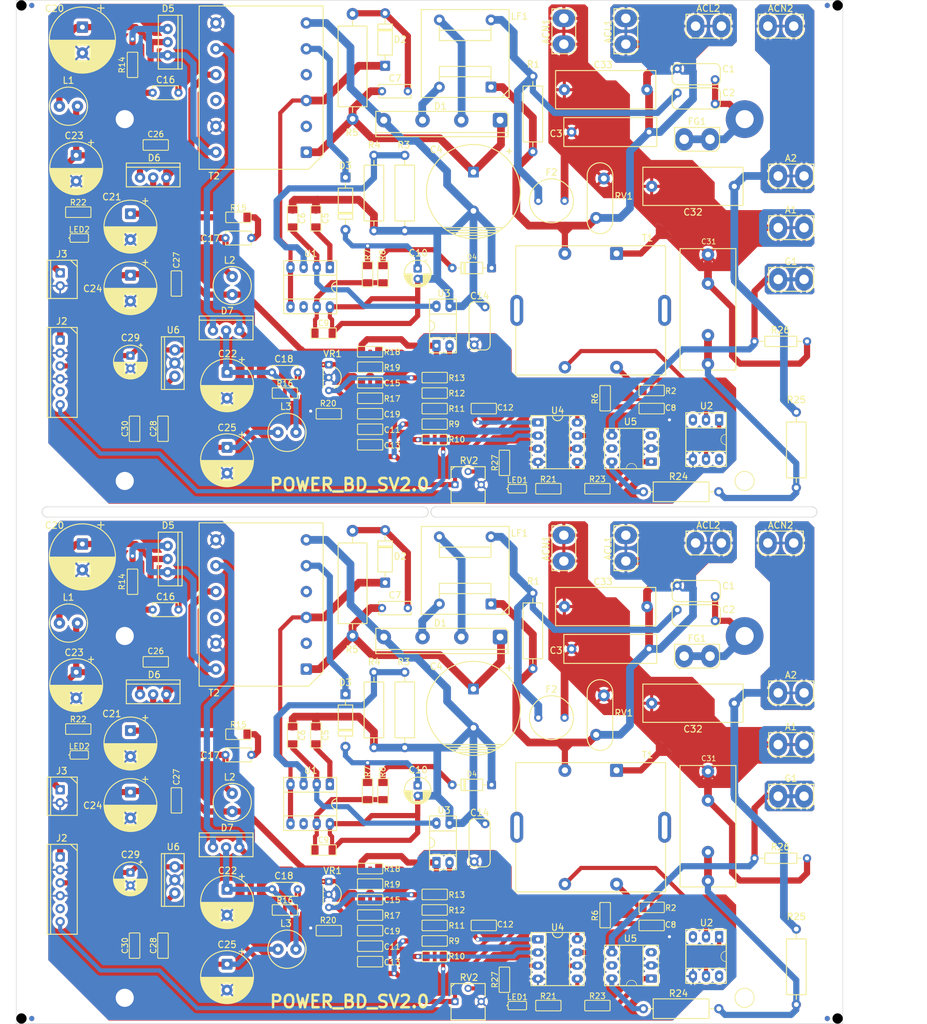
<source format=kicad_pcb>
(kicad_pcb (version 20241229) (generator "pcbnew") (generator_version "9.0")
  (layers (0 "F.Cu" signal) (2 "B.Cu" signal) (13 "F.Paste" user) (15 "B.Paste" user) (5 "F.SilkS" user "F.Silkscreen") (7 "B.SilkS" user "B.Silkscreen") (1 "F.Mask" user) (3 "B.Mask" user) (25 "Edge.Cuts" user))
  (net 0 "")
  (net 1 "Board_0-+12V")
  (net 2 "Board_0-+24V")
  (net 3 "Board_0-+5V")
  (net 4 "Board_0-+8V")
  (net 5 "Board_0-/L01")
  (net 6 "Board_0-/N01")
  (net 7 "Board_0-/PWM_PW")
  (net 8 "Board_0-/ZVC")
  (net 9 "Board_0-Earth")
  (net 10 "Board_0-GND")
  (net 11 "Board_0-GNDPWR")
  (net 12 "Board_0-Net-(A2-Pin_1)")
  (net 13 "Board_0-Net-(C15-Pad1)")
  (net 14 "Board_0-Net-(C15-Pad2)")
  (net 15 "Board_0-Net-(C16-Pad1)")
  (net 16 "Board_0-Net-(C17-Pad1)")
  (net 17 "Board_0-Net-(C18-Pad1)")
  (net 18 "Board_0-Net-(C19-Pad2)")
  (net 19 "Board_0-Net-(C2-Pad2)")
  (net 20 "Board_0-Net-(C31-Pad1)")
  (net 21 "Board_0-Net-(D1-+)")
  (net 22 "Board_0-Net-(D1-Pad2)")
  (net 23 "Board_0-Net-(D1-Pad3)")
  (net 24 "Board_0-Net-(D2-A)")
  (net 25 "Board_0-Net-(D2-K)")
  (net 26 "Board_0-Net-(D3-A)")
  (net 27 "Board_0-Net-(D3-K)")
  (net 28 "Board_0-Net-(D4-K)")
  (net 29 "Board_0-Net-(D5-K)")
  (net 30 "Board_0-Net-(D6-K)")
  (net 31 "Board_0-Net-(D7-K)")
  (net 32 "Board_0-Net-(G1-Pin_1)")
  (net 33 "Board_0-Net-(LED1-A)")
  (net 34 "Board_0-Net-(LED2-A)")
  (net 35 "Board_0-Net-(R12-Pad1)")
  (net 36 "Board_0-Net-(R18-Pad1)")
  (net 37 "Board_0-Net-(R2-Pad2)")
  (net 38 "Board_0-Net-(R23-Pad2)")
  (net 39 "Board_0-Net-(R24-Pad1)")
  (net 40 "Board_0-Net-(R27-Pad1)")
  (net 41 "Board_0-Net-(T1-SA)")
  (net 42 "Board_0-Net-(T1-SB)")
  (net 43 "Board_0-Net-(T2-N1)")
  (net 44 "Board_0-Net-(T2-N2)")
  (net 45 "Board_0-Net-(T2-N3)")
  (net 46 "Board_0-Net-(U1-BA)")
  (net 47 "Board_0-Net-(U1-CS)")
  (net 48 "Board_0-Net-(U1-FB)")
  (net 49 "Board_0-Net-(U1-VCC)")
  (net 50 "Board_0-Net-(U4-(PCINT3{slash}XTAL1{slash}CLKI{slash}OC1B*{slash}ADC3)_PB3)")
  (net 51 "Board_0-Net-(U4-(PCINT4{slash}XTAL2{slash}CLKO{slash}OC1B{slash}ADC2)_PB4)")
  (net 52 "Board_0-Net-(U4-(PCINT5{slash}RESET*{slash}ADC0{slash}dW)_PB5)")
  (net 53 "Board_0-Net-(U4-PB0_(MOSI{slash}DI{slash}SDA{slash}AIN0{slash}OC0A{slash}OC1A{slash}AREF{slash}PCINT0))")
  (net 54 "Board_0-Net-(U4-PB1_(MISO{slash}DO{slash}AIN1{slash}OC0B{slash}OC1A*{slash}PCINT1))")
  (net 55 "Board_0-unconnected-(J2-Pad5)")
  (net 56 "Board_0-unconnected-(T1-Pad5)")
  (net 57 "Board_0-unconnected-(T1-Pad6)")
  (net 58 "Board_0-unconnected-(T2-NC1-Pad4)")
  (net 59 "Board_0-unconnected-(T2-NC2-Pad10)")
  (net 60 "Board_0-unconnected-(T2-P1-Pad2)")
  (net 61 "Board_0-unconnected-(U1-N.C-Pad6)")
  (net 62 "Board_0-unconnected-(U2-Pad3)")
  (net 63 "Board_0-unconnected-(U2-Pad6)")
  (net 64 "Board_0-unconnected-(U5-Pad3)")
  (net 65 "Board_0-unconnected-(U5-Pad5)")
  (net 66 "Board_1-+12V")
  (net 67 "Board_1-+24V")
  (net 68 "Board_1-+5V")
  (net 69 "Board_1-+8V")
  (net 70 "Board_1-/L01")
  (net 71 "Board_1-/N01")
  (net 72 "Board_1-/PWM_PW")
  (net 73 "Board_1-/ZVC")
  (net 74 "Board_1-Earth")
  (net 75 "Board_1-GND")
  (net 76 "Board_1-GNDPWR")
  (net 77 "Board_1-Net-(A2-Pin_1)")
  (net 78 "Board_1-Net-(C15-Pad1)")
  (net 79 "Board_1-Net-(C15-Pad2)")
  (net 80 "Board_1-Net-(C16-Pad1)")
  (net 81 "Board_1-Net-(C17-Pad1)")
  (net 82 "Board_1-Net-(C18-Pad1)")
  (net 83 "Board_1-Net-(C19-Pad2)")
  (net 84 "Board_1-Net-(C2-Pad2)")
  (net 85 "Board_1-Net-(C31-Pad1)")
  (net 86 "Board_1-Net-(D1-+)")
  (net 87 "Board_1-Net-(D1-Pad2)")
  (net 88 "Board_1-Net-(D1-Pad3)")
  (net 89 "Board_1-Net-(D2-A)")
  (net 90 "Board_1-Net-(D2-K)")
  (net 91 "Board_1-Net-(D3-A)")
  (net 92 "Board_1-Net-(D3-K)")
  (net 93 "Board_1-Net-(D4-K)")
  (net 94 "Board_1-Net-(D5-K)")
  (net 95 "Board_1-Net-(D6-K)")
  (net 96 "Board_1-Net-(D7-K)")
  (net 97 "Board_1-Net-(G1-Pin_1)")
  (net 98 "Board_1-Net-(LED1-A)")
  (net 99 "Board_1-Net-(LED2-A)")
  (net 100 "Board_1-Net-(R12-Pad1)")
  (net 101 "Board_1-Net-(R18-Pad1)")
  (net 102 "Board_1-Net-(R2-Pad2)")
  (net 103 "Board_1-Net-(R23-Pad2)")
  (net 104 "Board_1-Net-(R24-Pad1)")
  (net 105 "Board_1-Net-(R27-Pad1)")
  (net 106 "Board_1-Net-(T1-SA)")
  (net 107 "Board_1-Net-(T1-SB)")
  (net 108 "Board_1-Net-(T2-N1)")
  (net 109 "Board_1-Net-(T2-N2)")
  (net 110 "Board_1-Net-(T2-N3)")
  (net 111 "Board_1-Net-(U1-BA)")
  (net 112 "Board_1-Net-(U1-CS)")
  (net 113 "Board_1-Net-(U1-FB)")
  (net 114 "Board_1-Net-(U1-VCC)")
  (net 115 "Board_1-Net-(U4-(PCINT3{slash}XTAL1{slash}CLKI{slash}OC1B*{slash}ADC3)_PB3)")
  (net 116 "Board_1-Net-(U4-(PCINT4{slash}XTAL2{slash}CLKO{slash}OC1B{slash}ADC2)_PB4)")
  (net 117 "Board_1-Net-(U4-(PCINT5{slash}RESET*{slash}ADC0{slash}dW)_PB5)")
  (net 118 "Board_1-Net-(U4-PB0_(MOSI{slash}DI{slash}SDA{slash}AIN0{slash}OC0A{slash}OC1A{slash}AREF{slash}PCINT0))")
  (net 119 "Board_1-Net-(U4-PB1_(MISO{slash}DO{slash}AIN1{slash}OC0B{slash}OC1A*{slash}PCINT1))")
  (net 120 "Board_1-unconnected-(J2-Pad5)")
  (net 121 "Board_1-unconnected-(T1-Pad5)")
  (net 122 "Board_1-unconnected-(T1-Pad6)")
  (net 123 "Board_1-unconnected-(T2-NC1-Pad4)")
  (net 124 "Board_1-unconnected-(T2-NC2-Pad10)")
  (net 125 "Board_1-unconnected-(T2-P1-Pad2)")
  (net 126 "Board_1-unconnected-(U1-N.C-Pad6)")
  (net 127 "Board_1-unconnected-(U2-Pad3)")
  (net 128 "Board_1-unconnected-(U2-Pad6)")
  (net 129 "Board_1-unconnected-(U5-Pad3)")
  (net 130 "Board_1-unconnected-(U5-Pad5)")
  (footprint "02_MyFoot_Connectors:TAP_250" (layer "F.Cu") (at 202.5 25)
    (property "Reference" "ACL2")
    (property "Value" "TAP_250" (hide yes))
  )
  (footprint "04_MyFoot_Passive:C_Disc_D4.7mm_P5.00mm" (layer "F.Cu") (at 120.5 192 180)
    (property "Reference" "C18")
    (property "Value" "CC471/1kV" (hide yes))
  )
  (footprint "01_MyFoot_ICs:DIP-6_W7.62mm" (layer "F.Cu") (at 187.6 106.736 180)
    (property "Reference" "U5")
    (property "Value" "MOC3021M" (hide yes))
  )
  (footprint "05_MyFoot_Others:SR525ABK" (layer "F.Cu") (at 172.1 158.8 180)
    (property "Reference" "F2")
    (property "Value" "SR5/2.5A" (hide yes))
  )
  (footprint "04_MyFoot_Passive:R_Axial_1W_P14.6mm" (layer "F.Cu") (at 143.7 57.3 90)
    (property "Reference" "R3")
    (property "Value" "1.1R/1W/F" (hide yes))
  )
  (footprint "04_MyFoot_Passive:C_3216Metric" (layer "F.Cu") (at 91.4 202.9 90)
    (property "Reference" "C30")
    (property "Value" "MLCC104")
  )
  (footprint "Fiducial" (layer "F.Cu") (at 71.5 21)
    (property "Reference" "KiKit_FID_T_1" (hide yes))
    (property "Value" "Fiducial" (hide yes))
  )
  (footprint "04_MyFoot_Passive:R_3216Metric" (layer "F.Cu") (at 137 97)
    (property "Reference" "R17")
    (property "Value" "68K")
  )
  (footprint "01_MyFoot_ICs:DIP-8_W7.62mm_Socket" (layer "F.Cu") (at 125.4 75.5 -90)
    (property "Reference" "U1")
    (property "Value" "ICE3BR0665J" (hide yes))
  )
  (footprint "03_MyFoot_Active:LED_2012Metric" (layer "F.Cu") (at 80.7 66)
    (property "Reference" "LED2")
    (property "Value" "LED_SMD")
  )
  (footprint "02_MyFoot_Connectors:SMW250_06P" (layer "F.Cu") (at 77 92 -90)
    (property "Reference" "J2")
    (property "Value" "SMW250-06P" (hide yes))
  )
  (footprint "04_MyFoot_Passive:104K_275V" (layer "F.Cu") (at 183.5 145.5)
    (property "Reference" "C3")
    (property "Value" "MP104K/275V" (hide yes))
  )
  (footprint "04_MyFoot_Passive:CP_Radial_D10.0mm_P5.00mm" (layer "F.Cu") (at 90.6 63.8 -90)
    (property "Reference" "C21")
    (property "Value" "EC1000uF/25V" (hide yes))
  )
  (footprint "04_MyFoot_Passive:DS222M" (layer "F.Cu") (at 158.2 183 -90)
    (property "Reference" "C14")
    (property "Value" "DS222M/250VAC" (hide yes))
  )
  (footprint "04_MyFoot_Passive:EER28_35_12P" (layer "F.Cu") (at 115.9 36.9 90)
    (property "Reference" "T2")
    (property "Value" "EER28" (hide yes))
  )
  (footprint "04_MyFoot_Passive:R_Axial_2W_P20.32mm" (layer "F.Cu") (at 133.6 132.8 90)
    (property "Reference" "R5")
    (property "Value" "56K/2W" (hide yes))
  )
  (footprint "04_MyFoot_Passive:R_3216Metric" (layer "F.Cu") (at 163 209.5 90)
    (property "Reference" "R27")
    (property "Value" "100R")
  )
  (footprint "01_MyFoot_ICs:TO220_P2.54mm" (layer "F.Cu") (at 99.2 190.2 90)
    (property "Reference" "U6")
    (property "Value" "LM7805_TO220" (hide yes))
  )
  (footprint "04_MyFoot_Passive:R_3216Metric" (layer "F.Cu") (at 136.5 73 -90)
    (property "Reference" "R7")
    (property "Value" "4.7R")
  )
  (footprint "06_MyFoot_Mechanical:MTHole_3.5mm" (layer "F.Cu") (at 209.5 213)
    (property "Reference" "H4" (hide yes))
    (property "Value" "MountingHole" (hide yes))
  )
  (footprint "04_MyFoot_Passive:L_Radial_D7.5mm_P3.50mm" (layer "F.Cu") (at 78.6 140.5)
    (property "Reference" "L1")
    (property "Value" "10uH/4.2A")
  )
  (footprint "02_MyFoot_Connectors:SMW250_02P" (layer "F.Cu") (at 77 74 -90)
    (property "Reference" "J3")
    (property "Value" "SMW250-02P" (hide yes))
  )
  (footprint "04_MyFoot_Passive:R_3216Metric" (layer "F.Cu") (at 80.5 161 180)
    (property "Reference" "R22")
    (property "Value" "2.2K")
  )
  (footprint "04_MyFoot_Passive:R_3216Metric" (layer "F.Cu") (at 91 32.5 -90)
    (property "Reference" "R14")
    (property "Value" "10R")
  )
  (footprint "03_MyFoot_Active:TO220AB_P2.55mm" (layer "F.Cu") (at 97.8 128.1 -90)
    (property "Reference" "D5")
    (property "Value" "MUR1640FCT" (hide yes))
  )
  (footprint "05_MyFoot_Others:SR525ABK" (layer "F.Cu") (at 172.1 58.8 180)
    (property "Reference" "F2")
    (property "Value" "SR5/2.5A" (hide yes))
  )
  (footprint "04_MyFoot_Passive:CP_Radial_D10.0mm_P5.00mm" (layer "F.Cu") (at 90.6 175.7 -90)
    (property "Reference" "C24")
    (property "Value" "EC470uF/25V" (hide yes))
  )
  (footprint "03_MyFoot_Active:TO220AB_P2.55mm" (layer "F.Cu") (at 95 154.3)
    (property "Reference" "D6")
    (property "Value" "MUR1640FCT" (hide yes))
  )
  (footprint "NPTH" (layer "F.Cu") (at 227.5 217)
    (property "Reference" "KiKit_TO_4" (hide yes))
    (property "Value" "NPTH" (hide yes))
  )
  (footprint "04_MyFoot_Passive:TRIM_3362P" (layer "F.Cu") (at 155.97 113.715)
    (property "Reference" "RV2")
    (property "Value" "3362P103")
  )
  (footprint "04_MyFoot_Passive:C_3216Metric" (layer "F.Cu") (at 159 99 180)
    (property "Reference" "C12")
    (property "Value" "MLCC104")
  )
  (footprint "03_MyFoot_Active:LED_2012Metric" (layer "F.Cu") (at 165.5 114.5)
    (property "Reference" "LED1")
    (property "Value" "LED_SMD")
  )
  (footprint "02_MyFoot_Connectors:TAP_250" (layer "F.Cu") (at 186.5 126 90)
    (property "Reference" "ACL1")
    (property "Value" "TAP_250" (hide yes))
  )
  (footprint "04_MyFoot_Passive:TRIM_3362P" (layer "F.Cu") (at 155.97 213.715)
    (property "Reference" "RV2")
    (property "Value" "3362P103")
  )
  (footprint "04_MyFoot_Passive:L_Radial_D7.5mm_P3.50mm" (layer "F.Cu") (at 110.3 75.2 -90)
    (property "Reference" "L2")
    (property "Value" "10uH/4.2A")
  )
  (footprint "04_MyFoot_Passive:R_3216Metric" (layer "F.Cu") (at 137 191)
    (property "Reference" "R19")
    (property "Value" "40K/F")
  )
  (footprint "04_MyFoot_Passive:C_3216Metric" (layer "F.Cu") (at 137 103)
    (property "Reference" "C11")
    (property "Value" "MLCC335")
  )
  (footprint "03_MyFoot_Active:TO220AB_P2.55mm" (layer "F.Cu") (at 109.125 83.9)
    (property "Reference" "D7")
    (property "Value" "MUR1640FCT" (hide yes))
  )
  (footprint "01_MyFoot_ICs:DIP-4_W7.62mm_Socket" (layer "F.Cu") (at 151.1 183.015 90)
    (property "Reference" "U3")
    (property "Value" "PC817" (hide yes))
  )
  (footprint "04_MyFoot_Passive:EER28_35_12P" (layer "F.Cu") (at 115.9 136.9 90)
    (property "Reference" "T2")
    (property "Value" "EER28" (hide yes))
  )
  (footprint "04_MyFoot_Passive:R_Axial_1W_P14.6mm" (layer "F.Cu") (at 168.5 142 90)
    (property "Reference" "R1")
    (property "Value" "560K/1W" (hide yes))
  )
  (footprint "04_MyFoot_Passive:C_PP_P10.0mm_P21.2mm" (layer "F.Cu") (at 202.4 79.8 90)
    (property "Reference" "C31")
    (property "Value" "MPP104/600V" (hide yes))
  )
  (footprint "02_MyFoot_Connectors:TAP_250" (layer "F.Cu") (at 218.5 174)
    (property "Reference" "G1")
    (property "Value" "TAP_250" (hide yes))
  )
  (footprint "01_MyFoot_ICs:DIP-4_W7.62mm_Socket" (layer "F.Cu") (at 151.1 83.015 90)
    (property "Reference" "U3")
    (property "Value" "PC817" (hide yes))
  )
  (footprint "04_MyFoot_Passive:C_3216Metric" (layer "F.Cu") (at 91.4 102.9 90)
    (property "Reference" "C30")
    (property "Value" "MLCC104")
  )
  (footprint "04_MyFoot_Passive:R_3216Metric" (layer "F.Cu") (at 181 114.5)
    (property "Reference" "R23")
    (property "Value" "220R")
  )
  (footprint "02_MyFoot_Connectors:TAP_250" (layer "F.Cu") (at 216.5 125)
    (property "Reference" "ACN2")
    (property "Value" "TAP_250" (hide yes))
  )
  (footprint "04_MyFoot_Passive:C_3216Metric" (layer "F.Cu") (at 96.9 202.9 90)
    (property "Reference" "C28")
    (property "Value" "MLCC104")
  )
  (footprint "04_MyFoot_Passive:L_Radial_D7.5mm_P3.50mm" (layer "F.Cu") (at 110.3 175.2 -90)
    (property "Reference" "L2")
    (property "Value" "10uH/4.2A")
  )
  (footprint "04_MyFoot_Passive:TNR14D_P7.62" (layer "F.Cu") (at 181.5 58.3 -90)
    (property "Reference" "RV1")
    (property "Value" "TNR14D471" (hide yes))
  )
  (footprint "04_MyFoot_Passive:R_3216Metric" (layer "F.Cu") (at 149.5 202 180)
    (property "Reference" "R9")
    (property "Value" "1K")
  )
  (footprint "04_MyFoot_Passive:C_3216Metric" (layer "F.Cu") (at 137 200 180)
    (property "Reference" "C19")
    (property "Value" "MLCC224")
  )
  (footprint "NPTH" (layer "F.Cu") (at 69.5 21)
    (property "Reference" "KiKit_TO_1" (hide yes))
    (property "Value" "NPTH" (hide yes))
  )
  (footprint "04_MyFoot_Passive:R_Axial_0.25W_P10.16mm" (layer "F.Cu") (at 216.5 186)
    (property "Reference" "R26")
    (property "Value" "100K/NOT" (hide yes))
  )
  (footprint "02_MyFoot_Connectors:TAP_250" (layer "F.Cu") (at 216.5 25)
    (property "Reference" "ACN2")
    (property "Value" "TAP_250" (hide yes))
  )
  (footprint "03_MyFoot_Active:LED_2012Metric" (layer "F.Cu") (at 80.7 166)
    (property "Reference" "LED2")
    (property "Value" "LED_SMD")
  )
  (footprint "04_MyFoot_Passive:R_3216Metric" (layer "F.Cu") (at 111.5 62)
    (property "Reference" "R15")
    (property "Value" "10R")
  )
  (footprint "03_MyFoot_Active:TO220AB_P2.55mm" (layer "F.Cu") (at 109.125 183.9)
    (property "Reference" "D7")
    (property "Value" "MUR1640FCT" (hide yes))
  )
  (footprint "04_MyFoot_Passive:TNR14D_P7.62" (layer "F.Cu") (at 181.5 158.3 -90)
    (property "Reference" "RV1")
    (property "Value" "TNR14D471" (hide yes))
  )
  (footprint "02_MyFoot_Connectors:SMW250_02P" (layer "F.Cu") (at 77 174 -90)
    (property "Reference" "J3")
    (property "Value" "SMW250-02P" (hide yes))
  )
  (footprint "04_MyFoot_Passive:R_3216Metric" (layer "F.Cu") (at 137 197)
    (property "Reference" "R17")
    (property "Value" "68K")
  )
  (footprint "03_MyFoot_Active:ZENER_0_5W_P7.62mm_Hori" (layer "F.Cu") (at 156.7 71.8)
    (property "Reference" "D4")
    (property "Value" "1N5251" (hide yes))
  )
  (footprint "NPTH" (layer "F.Cu") (at 227.5 21)
    (property "Reference" "KiKit_TO_2" (hide yes))
    (property "Value" "NPTH" (hide yes))
  )
  (footprint "04_MyFoot_Passive:C_Disc_D6.0mm_P5.00mm" (layer "F.Cu") (at 141.8 137.6)
    (property "Reference" "C7")
    (property "Value" "CC472/1kV" (hide yes))
  )
  (footprint "04_MyFoot_Passive:R_3216Metric" (layer "F.Cu") (at 149.5 193)
    (property "Reference" "R13")
    (property "Value" "1.2K/F")
  )
  (footprint "04_MyFoot_Passive:L_Radial_D7.5mm_P3.50mm" (layer "F.Cu") (at 120.9 203.6 180)
    (property "Reference" "L3")
    (property "Value" "10uH/4.2A")
  )
  (footprint "02_MyFoot_Connectors:TAP_250" (layer "F.Cu") (at 218.5 64)
    (property "Reference" "A1")
    (property "Value" "TAP_250" (hide yes))
  )
  (footprint "04_MyFoot_Passive:C_3216Metric" (layer "F.Cu") (at 127.99 184.41 180)
    (property "Reference" "C9")
    (property "Value" "MLCC104")
  )
  (footprint "04_MyFoot_Passive:CP_Radial_D6.3mm_P2.50mm" (layer "F.Cu") (at 90.6 190 -90)
    (property "Reference" "C29")
    (property "Value" "EC220uF/25V" (hide yes))
  )
  (footprint "02_MyFoot_Connectors:TAP_250" (layer "F.Cu") (at 186.5 26 90)
    (property "Reference" "ACL1")
    (property "Value" "TAP_250" (hide yes))
  )
  (footprint "03_MyFoot_Active:Diode_P10.16mm" (layer "F.Cu") (at 139.9 127.6 -90)
    (property "Reference" "D2")
    (property "Value" "UF4007" (hide yes))
  )
  (footprint "04_MyFoot_Passive:R_3216Metric" (layer "F.Cu") (at 137 88 180)
    (property "Reference" "R18")
    (property "Value" "1K/F")
  )
  (footprint "04_MyFoot_Passive:CP_Radial_D10.0mm_P5.00mm" (layer "F.Cu") (at 80.1 152.5 -90)
    (property "Reference" "C23")
    (property "Value" "EC470uF/35V" (hide yes))
  )
  (footprint "04_MyFoot_Passive:R_3216Metric" (layer "F.Cu") (at 181 214.5)
    (property "Reference" "R23")
    (property "Value" "220R")
  )
  (footprint "04_MyFoot_Passive:C_Disc_D4.7mm_P5.00mm" (layer "F.Cu") (at 97.4 37.9)
    (property "Reference" "C16")
    (property "Value" "CC471/1kV" (hide yes))
  )
  (footprint "02_MyFoot_Connectors:TAP_250" (layer "F.Cu") (at 200.3 146.9)
    (property "Reference" "FG1")
    (property "Value" "TAP_250" (hide yes))
  )
  (footprint "06_MyFoot_Mechanical:MTHole_3.5mm_7.5mmPad_GND" (layer "F.Cu") (at 209.5 143)
    (property "Reference" "H1" (hide yes))
    (property "Value" "F_GND" (hide yes))
  )
  (footprint "03_MyFoot_Active:Diode_P10.16mm" (layer "F.Cu") (at 132.225 59.35 90)
    (property "Reference" "D3")
    (property "Value" "UF4007" (hide yes))
  )
  (footprint "04_MyFoot_Passive:R_3216Metric" (layer "F.Cu") (at 137 188 180)
    (property "Reference" "R18")
    (property "Value" "1K/F")
  )
  (footprint "02_MyFoot_Connectors:SMW250_06P" (layer "F.Cu") (at 77 192 -90)
    (property "Reference" "J2")
    (property "Value" "SMW250-06P" (hide yes))
  )
  (footprint "04_MyFoot_Passive:R_3216Metric" (layer "F.Cu") (at 191.5 95.5)
    (property "Reference" "R2")
    (property "Value" "1.2K")
  )
  (footprint "04_MyFoot_Passive:CP_Radial_D10.0mm_P5.00mm" (layer "F.Cu") (at 109.3 209 -90)
    (property "Reference" "C25")
    (property "Value" "EC470uF/25V" (hide yes))
  )
  (footprint "06_MyFoot_Mechanical:MTHole_3.5mm_7.5mmPad_GND" (layer "F.Cu") (at 89.5 43)
    (property "Reference" "H2" (hide yes))
    (property "Value" "GND" (hide yes))
  )
  (footprint "02_MyFoot_Connectors:TAP_250" (layer "F.Cu") (at 202.5 125)
    (property "Reference" "ACL2")
    (property "Value" "TAP_250" (hide yes))
  )
  (footprint "04_MyFoot_Passive:C_3216Metric" (layer "F.Cu") (at 126.5 162.2 -90)
    (property "Reference" "C5")
    (property "Value" "MLCC104")
  )
  (footprint "04_MyFoot_Passive:R_Axial_1W_P14.6mm" (layer "F.Cu") (at 143.7 157.3 90)
    (property "Reference" "R3")
    (property "Value" "1.1R/1W/F" (hide yes))
  )
  (footprint "04_MyFoot_Passive:82uF_400V" (layer "F.Cu") (at 157 157 -90)
    (property "Reference" "C4")
    (property "Value" "EC82uF/400V" (hide yes))
  )
  (footprint "04_MyFoot_Passive:R_Axial_1W_P14.6mm" (layer "F.Cu") (at 219.5 207 -90)
    (property "Reference" "R25")
    (property "Value" "2K/1W" (hide yes))
  )
  (footprint "02_MyFoot_Connectors:TAP_250" (layer "F.Cu") (at 218.5 74)
    (property "Reference" "G1")
    (property "Value" "TAP_250" (hide yes))
  )
  (footprint "Fiducial" (layer "F.Cu") (at 225.5 217)
    (property "Reference" "KiKit_FID_T_4" (hide yes))
    (property "Value" "Fiducial" (hide yes))
  )
  (footprint "04_MyFoot_Passive:C_Disc_D4.7mm_P5.00mm" (layer "F.Cu") (at 97.4 137.9)
    (property "Reference" "C16")
    (property "Value" "CC471/1kV" (hide yes))
  )
  (footprint "04_MyFoot_Passive:R_3216Metric" (layer "F.Cu") (at 111.5 162)
    (property "Reference" "R15")
    (property "Value" "10R")
  )
  (footprint "04_MyFoot_Passive:R_3216Metric" (layer "F.Cu") (at 129 100)
    (property "Reference" "R20")
    (property "Value" "10K/F")
  )
  (footprint "04_MyFoot_Passive:C_3216Metric" (layer "F.Cu") (at 127.99 84.41 180)
    (property "Reference" "C9")
    (property "Value" "MLCC104")
  )
  (footprint "02_MyFoot_Connectors:TAP_250" (layer "F.Cu") (at 218.5 54)
    (property "Reference" "A2")
    (property "Value" "TAP_250" (hide yes))
  )
  (footprint "03_MyFoot_Active:TO220AB_P2.55mm" (layer "F.Cu") (at 95 54.3)
    (property "Reference" "D6")
    (property "Value" "MUR1640FCT" (hide yes))
  )
  (footprint "04_MyFoot_Passive:R_3216Metric" (layer "F.Cu") (at 149.5 199 180)
    (property "Reference" "R11")
    (property "Value" "10K")
  )
  (footprint "01_MyFoot_ICs:TO92_P2.5mm" (layer "F.Cu") (at 129 193 -90)
    (property "Reference" "VR1")
    (property "Value" "TL431A" (hide yes))
  )
  (footprint "04_MyFoot_Passive:CP_Radial_D10.0mm_P5.00mm" (layer "F.Cu") (at 90.6 75.7 -90)
    (property "Reference" "C24")
    (property "Value" "EC470uF/25V" (hide yes))
  )
  (footprint "04_MyFoot_Passive:C_3216Metric" (layer "F.Cu") (at 137 203)
    (property "Reference" "C11")
    (property "Value" "MLCC335")
  )
  (footprint "04_MyFoot_Passive:R_3216Metric" (layer "F.Cu") (at 136.5 173 -90)
    (property "Reference" "R7")
    (property "Value" "4.7R")
  )
  (footprint "03_MyFoot_Active:ZENER_0_5W_P7.62mm_Hori" (layer "F.Cu") (at 156.7 171.8)
    (property "Reference" "D4")
    (property "Value" "1N5251" (hide yes))
  )
  (footprint "04_MyFoot_Passive:C_3216Metric" (layer "F.Cu") (at 96.9 102.9 90)
    (property "Reference" "C28")
    (property "Value" "MLCC104")
  )
  (footprint "04_MyFoot_Passive:CP_Radial_D10.0mm_P5.00mm" (layer "F.Cu") (at 109.3 194.5 -90)
    (property "Reference" "C22")
    (property "Value" "EC1000uF/25V" (hide yes))
  )
  (footprint "04_MyFoot_Passive:R_3216Metric" (layer "F.Cu") (at 149.5 102 180)
    (property "Reference" "R9")
    (property "Value" "1K")
  )
  (footprint "04_MyFoot_Passive:SPARK_KILLER" (layer "F.Cu") (at 182.6 37.3 180)
    (property "Reference" "C33")
    (property "Value" "CR1201" (hide yes))
  )
  (footprint "06_MyFoot_Mechanical:MTHole_3.5mm_7.5mmPad_GND" (layer "F.Cu") (at 89.5 113)
    (property "Reference" "H3" (hide yes))
    (property "Value" "GND" (hide yes))
  )
  (footprint "04_MyFoot_Passive:R_3216Metric" (layer "F.Cu") (at 182.5 97 90)
    (property "Reference" "R6")
    (property "Value" "10K")
  )
  (footprint "04_MyFoot_Passive:R_3216Metric" (layer "F.Cu") (at 120.5 96)
    (property "Reference" "R16")
    (property "Value" "10R")
  )
  (footprint "04_MyFoot_Passive:R_Axial_1W_P14.6mm" (layer "F.Cu") (at 168.5 42 90)
    (property "Reference" "R1")
    (property "Value" "560K/1W" (hide yes))
  )
  (footprint "04_MyFoot_Passive:R_Axial_1W_P14.6mm" (layer "F.Cu") (at 197.2 215.1)
    (property "Reference" "R24")
    (property "Value" "220R/1W" (hide yes))
  )
  (footprint "04_MyFoot_Passive:R_Axial_2W_P20.32mm" (layer "F.Cu") (at 133.6 32.8 90)
    (property "Reference" "R5")
    (property "Value" "56K/2W" (hide yes))
  )
  (footprint "02_MyFoot_Connectors:TAP_250" (layer "F.Cu") (at 174.5 126 90)
    (property "Reference" "ACN1")
    (property "Value" "TAP_250" (hide yes))
  )
  (footprint "04_MyFoot_Passive:C_3216Metric" (layer "F.Cu") (at 95.5 48 180)
    (property "Reference" "C26")
    (property "Value" "MLCC104")
  )
  (footprint "04_MyFoot_Passive:CP_Radial_D10.0mm_P5.00mm" (layer "F.Cu") (at 109.3 109 -90)
    (property "Reference" "C25")
    (property "Value" "EC470uF/25V" (hide yes))
  )
  (footprint "04_MyFoot_Passive:C_3216Metric" (layer "F.Cu") (at 137 94)
    (property "Reference" "C15")
    (property "Value" "MLCC102")
  )
  (footprint "04_MyFoot_Passive:DS222M" (layer "F.Cu") (at 200.125 39 180)
    (property "Reference" "C2")
    (property "Value" "DS222M/250VAC" (hide yes))
  )
  (footprint "04_MyFoot_Passive:C_3216Metric" (layer "F.Cu") (at 159 199 180)
    (property "Reference" "C12")
    (property "Value" "MLCC104")
  )
  (footprint "03_MyFoot_Active:TO220AB_P2.55mm" (layer "F.Cu") (at 97.8 28.1 -90)
    (property "Reference" "D5")
    (property "Value" "MUR1640FCT" (hide yes))
  )
  (footprint "04_MyFoot_Passive:C_3216Metric" (layer "F.Cu") (at 126.5 62.2 -90)
    (property "Reference" "C5")
    (property "Value" "MLCC104")
  )
  (footprint "04_MyFoot_Passive:R_3216Metric" (layer "F.Cu") (at 149.5 196 180)
    (property "Reference" "R12")
    (property "Value" "820R")
  )
  (footprint "02_MyFoot_Connectors:TAP_250" (layer "F.Cu") (at 174.5 26 90)
    (property "Reference" "ACN1")
    (property "Value" "TAP_250" (hide yes))
  )
  (footprint "04_MyFoot_Passive:R_3216Metric" (layer "F.Cu") (at 149.5 105 180)
    (property "Reference" "R10")
    (property "Value" "4.7K")
  )
  (footprint "04_MyFoot_Passive:L_Radial_D7.5mm_P3.50mm" (layer "F.Cu") (at 78.6 40.5)
    (property "Reference" "L1")
    (property "Value" "10uH/4.2A")
  )
  (footprint "04_MyFoot_Passive:CP_Radial_D12.5mm_P5.00mm" (layer "F.Cu") (at 81.3 27.7 -90)
    (property "Reference" "C20")
    (property "Value" "EC1000uF/35V" (hide yes))
  )
  (footprint "04_MyFoot_Passive:CP_Radial_D12.5mm_P5.00mm" (layer "F.Cu") (at 81.3 127.7 -90)
    (property "Reference" "C20")
    (property "Value" "EC1000uF/35V" (hide yes))
  )
  (footprint "02_MyFoot_Connectors:TAP_250" (layer "F.Cu") (at 218.5 154)
    (property "Reference" "A2")
    (property "Value" "TAP_250" (hide yes))
  )
  (footprint "04_MyFoot_Passive:R_3216Metric" (layer "F.Cu") (at 129 200)
    (property "Reference" "R20")
    (property "Value" "10K/F")
  )
  (footprint "04_MyFoot_Passive:C_Disc_D6.0mm_P5.00mm" (layer "F.Cu") (at 141.8 37.6)
    (property "Reference" "C7")
    (property "Value" "CC472/1kV" (hide yes))
  )
  (footprint "03_MyFoot_Active:GBJ406" (layer "F.Cu") (at 150.9 143.2 180)
    (property "Reference" "D1")
    (property "Value" "GBJ406" (hide yes))
  )
  (footprint "01_MyFoot_ICs:DIP-8_W7.62mm_Socket" (layer "F.Cu") (at 125.4 175.5 -90)
    (property "Reference" "U1")
    (property "Value" "ICE3BR0665J" (hide yes))
  )
  (footprint "04_MyFoot_Passive:DS222M" (layer "F.Cu") (at 158.2 83 -90)
    (property "Reference" "C14")
    (property "Value" "DS222M/250VAC" (hide yes))
  )
  (footprint "04_MyFoot_Passive:R_3216Metric" (layer "F.Cu") (at 191.5 195.5)
    (property "Reference" "R2")
    (property "Value" "1.2K")
  )
  (footprint "04_MyFoot_Passive:104K_275V" (layer "F.Cu") (at 183.5 45.5)
    (property "Reference" "C3")
    (property "Value" "MP104K/275V" (hide yes))
  )
  (footprint "01_MyFoot_ICs:TO92_P2.5mm" (layer "F.Cu") (at 129 93 -90)
    (property "Reference" "VR1")
    (property "Value" "TL431A" (hide yes))
  )
  (footprint "04_MyFoot_Passive:R_Axial_0.25W_P10.16mm" (layer "F.Cu") (at 216.5 86)
    (property "Reference" "R26")
    (property "Value" "100K/NOT" (hide yes))
  )
  (footprint "04_MyFoot_Passive:CP_Radial_D10.0mm_P5.00mm" (layer "F.Cu") (at 109.3 94.5 -90)
    (property "Reference" "C22")
    (property "Value" "EC1000uF/25V" (hide yes))
  )
  (footprint "04_MyFoot_Passive:R_Axial_1W_P14.6mm" (layer "F.Cu") (at 137.7375 157.3 90)
    (property "Reference" "R4")
    (property "Value" "1.1R/1W/F" (hide yes))
  )
  (footprint "04_MyFoot_Passive:L_Radial_D7.5mm_P3.50mm" (layer "F.Cu") (at 120.9 103.6 180)
    (property "Reference" "L3")
    (property "Value" "10uH/4.2A")
  )
  (footprint "04_MyFoot_Passive:C_3216Metric" (layer "F.Cu") (at 99.5 74.8 90)
    (property "Reference" "C27")
    (property "Value" "MLCC104")
  )
  (footprint "04_MyFoot_Passive:82uF_400V" (layer "F.Cu") (at 157 57 -90)
    (property "Reference" "C4")
    (property "Value" "EC82uF/400V" (hide yes))
  )
  (footprint "01_MyFoot_ICs:TO220_P2.54mm" (layer "F.Cu") (at 99.2 90.2 90)
    (property "Reference" "U6")
    (property "Value" "LM7805_TO220" (hide yes))
  )
  (footprint "04_MyFoot_Passive:R_3216Metric" (layer "F.Cu") (at 139.5 173 90)
    (property "Reference" "R8")
    (property "Value" "4.7R")
  )
  (footprint "04_MyFoot_Passive:CP_Radial_D5.0mm_P2.00mm" (layer "F.Cu") (at 146.2 172.9 -90)
    (property "Reference" "C10")
    (property "Value" "EC47uF/35V" (hide yes))
  )
  (footprint "06_MyFoot_Mechanical:MTHole_3.5mm_7.5mmPad_GND" (layer "F.Cu") (at 89.5 143)
    (property "Reference" "H2" (hide yes))
    (property "Value" "GND" (hide yes))
  )
  (footprint "04_MyFoot_Passive:C_3216Metric" (layer "F.Cu") (at 191.5 99 180)
    (property "Reference" "C8")
    (property "Value" "MLCC471")
  )
  (footprint "04_MyFoot_Passive:C_3216Metric" (layer "F.Cu") (at 122 62.2 -90)
    (property "Reference" "C6")
    (property "Value" "MLCC102")
  )
  (footprint "04_MyFoot_Passive:LF1140" (layer "F.Cu") (at 155.4 30.3 90)
    (property "Reference" "LF1")
    (property "Value" "LF1140_602" (hide yes))
  )
  (footprint "02_MyFoot_Connectors:TAP_250" (layer "F.Cu") (at 200.3 46.9)
    (property "Reference" "FG1")
    (property "Value" "TAP_250" (hide yes))
  )
  (footprint "04_MyFoot_Passive:CP_Radial_D5.0mm_P2.00mm" (layer "F.Cu") (at 146.2 72.9 -90)
    (property "Reference" "C10")
    (property "Value" "EC47uF/35V" (hide yes))
  )
  (footprint "01_MyFoot_ICs:DIP-6_W7.62mm" (layer "F.Cu") (at 202.03 104.99 -90)
    (property "Reference" "U2")
    (property "Value" "H11AA1" (hide yes))
  )
  (footprint "04_MyFoot_Passive:C_Disc_D4.7mm_P5.00mm" (layer "F.Cu") (at 111.5 66 180)
    (property "Reference" "C17")
    (property "Value" "CC471/1kV" (hide yes))
  )
  (footprint "04_MyFoot_Passive:SPARK_KILLER" (layer "F.Cu") (at 199.5 156)
    (property "Reference" "C32")
    (property "Value" "CR1201" (hide yes))
  )
  (footprint "04_MyFoot_Passive:R_3216Metric" (layer "F.Cu") (at 120.5 196)
    (property "Reference" "R16")
    (property "Value" "10R")
  )
  (footprint "04_MyFoot_Passive:CP_Radial_D10.0mm_P5.00mm" (layer "F.Cu") (at 80.1 52.5 -90)
    (property "Reference" "C23")
    (property "Value" "EC470uF/35V" (hide yes))
  )
  (footprint "03_MyFoot_Active:Diode_P10.16mm" (layer "F.Cu") (at 139.9 27.6 -90)
    (property "Reference" "D2")
    (property "Value" "UF4007" (hide yes))
  )
  (footprint "04_MyFoot_Passive:R_Axial_1W_P14.6mm" (layer "F.Cu") (at 197.2 115.1)
    (property "Reference" "R24")
    (property "Value" "220R/1W" (hide yes))
  )
  (footprint "04_MyFoot_Passive:CP_Radial_D6.3mm_P2.50mm" (layer "F.Cu") (at 90.6 90 -90)
    (property "Reference" "C29")
    (property "Value" "EC220uF/25V" (hide yes))
  )
  (footprint "04_MyFoot_Passive:C_PP_P10.0mm_P21.2mm" (layer "F.Cu") (at 202.4 179.8 90)
    (property "Reference" "C31")
    (property "Value" "MPP104/600V" (hide yes))
  )
  (footprint "04_MyFoot_Passive:C_3216Metric" (layer "F.Cu") (at 137 194)
    (property "Reference" "C15")
    (property "Value" "MLCC102")
  )
  (footprint "04_MyFoot_Passive:R_3216Metric" (layer "F.Cu") (at 149.5 96 180)
    (property "Reference" "R12")
    (property "Value" "820R")
  )
  (footprint "04_MyFoot_Passive:EI2811BP" (layer "F.Cu") (at 179.7 80 180)
    (property "Reference" "T1")
    (property "Value" "EI2811BP" (hide yes))
  )
  (footprint "03_MyFoot_Active:GBJ406" (layer "F.Cu") (at 150.9 43.2 180)
    (property "Reference" "D1")
    (property "Value" "GBJ406" (hide yes))
  )
  (footprint "04_MyFoot_Passive:R_Axial_1W_P14.6mm" (layer "F.Cu") (at 137.7375 57.3 90)
    (property "Reference" "R4")
    (property "Value" "1.1R/1W/F" (hide yes))
  )
  (footprint "03_MyFoot_Active:LED_2012Metric" (layer "F.Cu") (at 165.5 214.5)
    (property "Reference" "LED1")
    (property "Value" "LED_SMD")
  )
  (footprint "04_MyFoot_Passive:R_3216Metric" (layer "F.Cu") (at 163 109.5 90)
    (property "Reference" "R27")
    (property "Value" "100R")
  )
  (footprint "Fiducial" (layer "F.Cu") (at 71.5 217)
    (property "Reference" "KiKit_FID_T_3" (hide yes))
    (property "Value" "Fiducial" (hide yes))
  )
  (footprint "01_MyFoot_ICs:DIP-8_W7.62mm_Socket" (layer "F.Cu") (at 173.3 205.5)
    (property "Reference" "U4")
    (property "Value" "ATTINY85-20PU_1" (hide yes))
  )
  (footprint "Fiducial" (layer "F.Cu") (at 225.5 21)
    (property "Reference" "KiKit_FID_T_2" (hide yes))
    (property "Value" "Fiducial" (hide yes))
  )
  (footprint "04_MyFoot_Passive:R_3216Metric" (layer "F.Cu") (at 182.5 197 90)
    (property "Reference" "R6")
    (property "Value" "10K")
  )
  (footprint "04_MyFoot_Passive:R_Axial_1W_P14.6mm" (layer "F.Cu") (at 219.5 107 -90)
    (property "Reference" "R25")
    (property "Value" "2K/1W" (hide yes))
  )
  (footprint "04_MyFoot_Passive:R_3216Metric" (layer "F.Cu") (at 137 91)
    (property "Reference" "R19")
    (property "Value" "40K/F")
  )
  (footprint "04_MyFoot_Passive:C_3216Metric" (layer "F.Cu") (at 137 100 180)
    (property "Reference" "C19")
    (property "Value" "MLCC224")
  )
  (footprint "04_MyFoot_Passive:C_3216Metric" (layer "F.Cu") (at 191.5 199 180)
    (property "Reference" "C8")
    (property "Value" "MLCC471")
  )
  (footprint "04_MyFoot_Passive:C_3216Metric" (layer "F.Cu") (at 137 206)
    (property "Reference" "C13")
    (property "Value" "MLCC335")
  )
  (footprint "04_MyFoot_Passive:R_3216Metric" (layer "F.Cu") (at 171.5 114.5 180)
    (property "Reference" "R21")
    (property "Value" "1.2K")
  )
  (footprint "04_MyFoot_Passive:C_Disc_D4.7mm_P5.00mm" (layer "F.Cu") (at 111.5 166 180)
    (property "Reference" "C17")
    (property "Value" "CC471/1kV" (hide yes))
  )
  (footprint "01_MyFoot_ICs:DIP-8_W7.62mm_Socket" (layer "F.Cu") (at 173.3 105.5)
    (property "Reference" "U4")
    (property "Value" "ATTINY85-20PU_1" (hide yes))
  )
  (footprint "04_MyFoot_Passive:C_Disc_D4.7mm_P5.00mm" (layer "F.Cu") (at 120.5 92 180)
    (property "Reference" "C18")
    (property "Value" "CC471/1kV" (hide yes))
  )
  (footprint "04_MyFoot_Passive:DS222M" (layer "F.Cu") (at 200.115 134.3)
    (property "Reference" "C1")
    (property "Value" "DS222M/250VAC" (hide yes))
  )
  (footprint "04_MyFoot_Passive:C_3216Metric" (layer "F.Cu") (at 99.5 174.8 90)
    (property "Reference" "C27")
    (property "Value" "MLCC104")
  )
  (footprint "04_MyFoot_Passive:SPARK_KILLER" (layer "F.Cu") (at 199.5 56)
    (property "Reference" "C32")
    (property "Value" "CR1201" (hide yes))
  )
  (footprint "06_MyFoot_Mechanical:MTHole_3.5mm_7.5mmPad_GND" (layer "F.Cu") (at 89.5 213)
    (property "Reference" "H3" (hide yes))
    (property "Value" "GND" (hide yes))
  )
  (footprint "04_MyFoot_Passive:R_3216Metric" (layer "F.Cu") (at 149.5 205 180)
    (property "Reference" "R10")
    (property "Value" "4.7K")
  )
  (footprint "04_MyFoot_Passive:R_3216Metric" (layer "F.Cu") (at 139.5 73 90)
    (property "Reference" "R8")
    (property "Value" "4.7R")
  )
  (footprint "04_MyFoot_Passive:CP_Radial_D10.0mm_P5.00mm" (layer "F.Cu") (at 90.6 163.8 -90)
    (property "Reference" "C21")
    (property "Value" "EC1000uF/25V" (hide yes))
  )
  (footprint "04_MyFoot_Passive:SPARK_KILLER" (layer "F.Cu") (at 182.6 137.3 180)
    (property "Reference" "C33")
    (property "Value" "CR1201" (hide yes))
  )
  (footprint "01_MyFoot_ICs:DIP-6_W7.62mm" (layer "F.Cu") (at 187.6 206.736 180)
    (property "Reference" "U5")
    (property "Value" "MOC3021M" (hide yes))
  )
  (footprint "04_MyFoot_Passive:EI2811BP" (layer "F.Cu") (at 179.7 180 180)
    (property "Reference" "T1")
    (property "Value" "EI2811BP" (hide yes))
  )
  (footprint "04_MyFoot_Passive:DS222M" (layer "F.Cu") (at 200.125 139 180)
    (property "Reference" "C2")
    (property "Value" "DS222M/250VAC" (hide yes))
  )
  (footprint "04_MyFoot_Passive:R_3216Metric" (layer "F.Cu") (at 149.5 99 180)
    (property "Reference" "R11")
    (property "Value" "10K")
  )
  (footprint "04_MyFoot_Passive:R_3216Metric" (layer "F.Cu") (at 171.5 214.5 180)
    (property "Reference" "R21")
    (property "Value" "1.2K")
  )
  (footprint "01_MyFoot_ICs:DIP-6_W7.62mm" (layer "F.Cu") (at 202.03 204.99 -90)
    (property "Reference" "U2")
    (property "Value" "H11AA1" (hide yes))
  )
  (footprint "02_MyFoot_Connectors:TAP_250" (layer "F.Cu") (at 218.5 164)
    (property "Reference" "A1")
    (property "Value" "TAP_250" (hide yes))
  )
  (footprint "03_MyFoot_Active:Diode_P10.16mm" (layer "F.Cu") (at 132.225 159.35 90)
    (property "Reference" "D3")
    (property "Value" "UF4007" (hide yes))
  )
  (footprint "04_MyFoot_Passive:DS222M" (layer "F.Cu") (at 200.115 34.3)
    (property "Reference" "C1")
    (property "Value" "DS222M/250VAC" (hide yes))
  )
  (footprint "NPTH" (layer "F.Cu") (at 69.5 217)
    (property "Reference" "KiKit_TO_3" (hide yes))
    (property "Value" "NPTH" (hide yes))
  )
  (footprint "06_MyFoot_Mechanical:MTHole_3.5mm_7.5mmPad_GND" (layer "F.Cu") (at 209.5 43)
    (property "Reference" "H1" (hide yes))
    (property "Value" "F_GND" (hide yes))
  )
  (footprint "06_MyFoot_Mechanical:MTHole_3.5mm" (layer "F.Cu") (at 209.5 113)
    (property "Reference" "H4" (hide yes))
    (property "Value" "MountingHole" (hide yes))
  )
  (footprint "04_MyFoot_Passive:R_3216Metric" (layer "F.Cu") (at 149.5 93)
    (property "Reference" "R13")
    (property "Value" "1.2K/F")
  )
  (footprint "04_MyFoot_Passive:R_3216Metric" (layer "F.Cu") (at 91 132.5 -90)
    (property "Reference" "R14")
    (property "Value" "10R")
  )
  (footprint "04_MyFoot_Passive:C_3216Metric" (layer "F.Cu") (at 122 162.2 -90)
    (property "Reference" "C6")
    (property "Value" "MLCC102")
  )
  (footprint "04_MyFoot_Passive:C_3216Metric" (layer "F.Cu") (at 137 106)
    (property "Reference" "C13")
    (property "Value" "MLCC335")
  )
  (footprint "04_MyFoot_Passive:LF1140" (layer "F.Cu") (at 155.4 130.3 90)
    (property "Reference" "LF1")
    (property "Value" "LF1140_602" (hide yes))
  )
  (footprint "04_MyFoot_Passive:R_3216Metric" (layer "F.Cu") (at 80.5 61 180)
    (property "Reference" "R22")
    (property "Value" "2.2K")
  )
  (footprint "04_MyFoot_Passive:C_3216Metric" (layer "F.Cu") (at 95.5 148 180)
    (property "Reference" "C26")
    (property "Value" "MLCC104")
  )
  (footprint "Fiducial" (layer "B.Cu") (at 71.5 21 180)
    (property "Reference" "KiKit_FID_B_1" (hide yes))
    (property "Value" "Fiducial" (hide yes))
  )
  (footprint "Fiducial" (layer "B.Cu") (at 71.5 217 180)
    (property "Reference" "KiKit_FID_B_3" (hide yes))
    (property "Value" "Fiducial" (hide yes))
  )
  (footprint "Fiducial" (layer "B.Cu") (at 225.5 21 180)
    (property "Reference" "KiKit_FID_B_2" (hide yes))
    (property "Value" "Fiducial" (hide yes))
  )
  (footprint "Fiducial" (layer "B.Cu") (at 225.5 217 180)
    (property "Reference" "KiKit_FID_B_4" (hide yes))
    (property "Value" "Fiducial" (hide yes))
  )
  (gr_line (start 222.971925 119.882039) (end 222.928127 119.904085) (stroke (width 0.1)) (layer "Edge.Cuts"))
  (gr_line (start 228.487752 217.999999) (end 228.498754 217.999729) (stroke (width 0.1)) (layer "Edge.Cuts"))
  (gr_line (start 73.501203 119.050018) (end 73.5 119.000987) (stroke (width 0.1)) (layer "Edge.Cuts"))
  (gr_line (start 223.495189 118.90108) (end 223.498796 118.949981) (stroke (width 0.1)) (layer "Edge.Cuts"))
  (gr_line (start 147.348919 119.995189) (end 147.300018 119.998796) (stroke (width 0.1)) (layer "Edge.Cuts"))
  (gr_line (start 223.331637 118.443985) (end 223.35787 118.485411) (stroke (width 0.1)) (layer "Edge.Cuts"))
  (gr_line (start 68.512272 218) (end 228.487727 218) (stroke (width 0.1)) (layer "Edge.Cuts"))
  (gr_line (start 148.779939 119.243737) (end 148.769195 119.195895) (stroke (width 0.1)) (layer "Edge.Cuts"))
  (gr_line (start 68.512247 20) (end 68.501245 20.00027) (stroke (width 0.1)) (layer "Edge.Cuts"))
  (gr_line (start 148.793016 118.709005) (end 148.808397 118.662447) (stroke (width 0.1)) (layer "Edge.Cuts"))
  (gr_line (start 223.404085 119.428127) (end 223.382039 119.471925) (stroke (width 0.1)) (layer "Edge.Cuts"))
  (gr_line (start 148.191602 119.337552) (end 148.173955 119.3833) (stroke (width 0.1)) (layer "Edge.Cuts"))
  (gr_line (start 223.014588 118.142129) (end 223.056014 118.168362) (stroke (width 0.1)) (layer "Edge.Cuts"))
  (gr_line (start 149.366699 118.076044) (end 149.412447 118.058397) (stroke (width 0.1)) (layer "Edge.Cuts"))
  (gr_line (start 73.50481 119.098919) (end 73.501203 119.050018) (stroke (width 0.1)) (layer "Edge.Cuts"))
  (gr_line (start 148.22006 118.756262) (end 148.230804 118.804104) (stroke (width 0.1)) (layer "Edge.Cuts"))
  (gr_line (start 223.303404 118.403896) (end 223.331637 118.443985) (stroke (width 0.1)) (layer "Edge.Cuts"))
  (gr_line (start 73.668362 118.443985) (end 73.696595 118.403896) (stroke (width 0.1)) (layer "Edge.Cuts"))
  (gr_line (start 74.162447 119.941602) (end 74.116699 119.923955) (stroke (width 0.1)) (layer "Edge.Cuts"))
  (gr_line (start 149.602416 118.010812) (end 149.65108 118.00481) (stroke (width 0.1)) (layer "Edge.Cuts"))
  (gr_line (start 223.423955 118.616699) (end 223.441602 118.662447) (stroke (width 0.1)) (layer "Edge.Cuts"))
  (gr_line (start 73.529939 119.243737) (end 73.519195 119.195895) (stroke (width 0.1)) (layer "Edge.Cuts"))
  (gr_line (start 73.501203 118.949981) (end 73.50481 118.90108) (stroke (width 0.1)) (layer "Edge.Cuts"))
  (gr_line (start 73.943985 118.168362) (end 73.985411 118.142129) (stroke (width 0.1)) (layer "Edge.Cuts"))
  (gr_line (start 148.230804 118.804104) (end 148.239187 118.852416) (stroke (width 0.1)) (layer "Edge.Cuts"))
  (gr_line (start 147.764588 118.142129) (end 147.806014 118.168362) (stroke (width 0.1)) (layer "Edge.Cuts"))
  (gr_line (start 147.921887 119.741209) (end 147.884758 119.773237) (stroke (width 0.1)) (layer "Edge.Cuts"))
  (gr_line (start 223.303404 119.596103) (end 223.273237 119.634758) (stroke (width 0.1)) (layer "Edge.Cuts"))
  (gr_line (start 148.769195 119.195895) (end 148.760812 119.147583) (stroke (width 0.1)) (layer "Edge.Cuts"))
  (gr_line (start 223.489187 119.147583) (end 223.480804 119.195895) (stroke (width 0.1)) (layer "Edge.Cuts"))
  (gr_line (start 147.493737 119.97006) (end 147.445895 119.980804) (stroke (width 0.1)) (layer "Edge.Cuts"))
  (gr_line (start 149.366699 119.923955) (end 149.321872 119.904085) (stroke (width 0.1)) (layer "Edge.Cuts"))
  (gr_line (start 74.40108 118.00481) (end 74.449981 118.001203) (stroke (width 0.1)) (layer "Edge.Cuts"))
  (gr_line (start 222.837552 118.058397) (end 222.8833 118.076044) (stroke (width 0.1)) (layer "Edge.Cuts"))
  (gr_line (start 68.5 20.012272) (end 68.5 217.987727) (stroke (width 0.1)) (layer "Edge.Cuts"))
  (gr_line (start 74.499012 120) (end 74.449981 119.998796) (stroke (width 0.1)) (layer "Edge.Cuts"))
  (gr_line (start 73.595914 119.428127) (end 73.576044 119.3833) (stroke (width 0.1)) (layer "Edge.Cuts"))
  (gr_line (start 73.642129 118.485411) (end 73.668362 118.443985) (stroke (width 0.1)) (layer "Edge.Cuts"))
  (gr_line (start 148.779939 118.756262) (end 148.793016 118.709005) (stroke (width 0.1)) (layer "Edge.Cuts"))
  (gr_line (start 222.928127 119.904085) (end 222.8833 119.923955) (stroke (width 0.1)) (layer "Edge.Cuts"))
  (gr_line (start 147.806014 118.168362) (end 147.846103 118.196595) (stroke (width 0.1)) (layer "Edge.Cuts"))
  (gr_line (start 73.558397 118.662447) (end 73.576044 118.616699) (stroke (width 0.1)) (layer "Edge.Cuts"))
  (gr_line (start 147.884758 118.226762) (end 147.921887 118.25879) (stroke (width 0.1)) (layer "Edge.Cuts"))
  (gr_line (start 222.500987 118) (end 222.550018 118.001203) (stroke (width 0.1)) (layer "Edge.Cuts"))
  (gr_line (start 148.239187 118.852416) (end 148.245189 118.90108) (stroke (width 0.1)) (layer "Edge.Cuts"))
  (gr_line (start 149.459005 119.956983) (end 149.412447 119.941602) (stroke (width 0.1)) (layer "Edge.Cuts"))
  (gr_line (start 148.918362 119.556014) (end 148.892129 119.514588) (stroke (width 0.1)) (layer "Edge.Cuts"))
  (gr_line (start 73.726762 119.634758) (end 73.696595 119.596103) (stroke (width 0.1)) (layer "Edge.Cuts"))
  (gr_line (start 148.206983 118.709005) (end 148.22006 118.756262) (stroke (width 0.1)) (layer "Edge.Cuts"))
  (gr_line (start 223.441602 119.337552) (end 223.423955 119.3833) (stroke (width 0.1)) (layer "Edge.Cuts"))
  (gr_line (start 148.248796 118.949981) (end 148.25 118.999012) (stroke (width 0.1)) (layer "Edge.Cuts"))
  (gr_line (start 223.134758 119.773237) (end 223.096103 119.803404) (stroke (width 0.1)) (layer "Edge.Cuts"))
  (gr_line (start 149.412447 119.941602) (end 149.366699 119.923955) (stroke (width 0.1)) (layer "Edge.Cuts"))
  (gr_line (start 149.153896 119.803404) (end 149.115241 119.773237) (stroke (width 0.1)) (layer "Edge.Cuts"))
  (gr_line (start 223.134758 118.226762) (end 223.171887 118.25879) (stroke (width 0.1)) (layer "Edge.Cuts"))
  (gr_line (start 222.837552 119.941602) (end 222.790994 119.956983) (stroke (width 0.1)) (layer "Edge.Cuts"))
  (gr_line (start 148.826044 119.3833) (end 148.808397 119.337552) (stroke (width 0.1)) (layer "Edge.Cuts"))
  (gr_line (start 149.321872 119.904085) (end 149.278074 119.882039) (stroke (width 0.1)) (layer "Edge.Cuts"))
  (gr_line (start 147.397583 119.989187) (end 147.348919 119.995189) (stroke (width 0.1)) (layer "Edge.Cuts"))
  (gr_line (start 148.751203 119.050018) (end 148.75 119.000987) (stroke (width 0.1)) (layer "Edge.Cuts"))
  (gr_line (start 148.154085 118.571872) (end 148.173955 118.616699) (stroke (width 0.1)) (layer "Edge.Cuts"))
  (gr_line (start 73.865241 119.773237) (end 73.828112 119.741209) (stroke (width 0.1)) (layer "Edge.Cuts"))
  (gr_line (start 73.519195 118.804104) (end 73.529939 118.756262) (stroke (width 0.1)) (layer "Edge.Cuts"))
  (gr_line (start 223.207399 118.2926) (end 223.241209 118.328112) (stroke (width 0.1)) (layer "Edge.Cuts"))
  (gr_line (start 149.506262 118.029939) (end 149.554104 118.019195) (stroke (width 0.1)) (layer "Edge.Cuts"))
  (gr_line (start 148.86796 118.528074) (end 148.892129 118.485411) (stroke (width 0.1)) (layer "Edge.Cuts"))
  (gr_line (start 147.921887 118.25879) (end 147.957399 118.2926) (stroke (width 0.1)) (layer "Edge.Cuts"))
  (gr_line (start 149.115241 119.773237) (end 149.078112 119.741209) (stroke (width 0.1)) (layer "Edge.Cuts"))
  (gr_line (start 149.321872 118.095914) (end 149.366699 118.076044) (stroke (width 0.1)) (layer "Edge.Cuts"))
  (gr_line (start 147.397583 118.010812) (end 147.445895 118.019195) (stroke (width 0.1)) (layer "Edge.Cuts"))
  (gr_line (start 149.115241 118.226762) (end 149.153896 118.196595) (stroke (width 0.1)) (layer "Edge.Cuts"))
  (gr_line (start 74.449981 118.001203) (end 74.499012 118) (stroke (width 0.1)) (layer "Edge.Cuts"))
  (gr_line (start 147.764588 119.85787) (end 147.721925 119.882039) (stroke (width 0.1)) (layer "Edge.Cuts"))
  (gr_line (start 68.5 217.987752) (end 68.50027 217.998754) (stroke (width 0.1)) (layer "Edge.Cuts"))
  (gr_line (start 149.554104 119.980804) (end 149.506262 119.97006) (stroke (width 0.1)) (layer "Edge.Cuts"))
  (gr_line (start 148.845914 118.571872) (end 148.86796 118.528074) (stroke (width 0.1)) (layer "Edge.Cuts"))
  (gr_line (start 148.808397 119.337552) (end 148.793016 119.290994) (stroke (width 0.1)) (layer "Edge.Cuts"))
  (gr_line (start 74.304104 119.980804) (end 74.256262 119.97006) (stroke (width 0.1)) (layer "Edge.Cuts"))
  (gr_line (start 73.529939 118.756262) (end 73.543016 118.709005) (stroke (width 0.1)) (layer "Edge.Cuts"))
  (gr_line (start 223.480804 118.804104) (end 223.489187 118.852416) (stroke (width 0.1)) (layer "Edge.Cuts"))
  (gr_line (start 74.449981 119.998796) (end 74.40108 119.995189) (stroke (width 0.1)) (layer "Edge.Cuts"))
  (gr_line (start 223.5 119.000987) (end 223.498796 119.050018) (stroke (width 0.1)) (layer "Edge.Cuts"))
  (gr_line (start 222.790994 118.043016) (end 222.837552 118.058397) (stroke (width 0.1)) (layer "Edge.Cuts"))
  (gr_line (start 73.576044 119.3833) (end 73.558397 119.337552) (stroke (width 0.1)) (layer "Edge.Cuts"))
  (gr_line (start 223.5 118.999012) (end 223.5 119.000987) (stroke (width 0.1)) (layer "Edge.Cuts"))
  (gr_line (start 68.501245 217.999729) (end 68.512247 217.999999) (stroke (width 0.1)) (layer "Edge.Cuts"))
  (gr_line (start 222.928127 118.095914) (end 222.971925 118.11796) (stroke (width 0.1)) (layer "Edge.Cuts"))
  (gr_line (start 147.884758 119.773237) (end 147.846103 119.803404) (stroke (width 0.1)) (layer "Edge.Cuts"))
  (gr_line (start 149.235411 118.142129) (end 149.278074 118.11796) (stroke (width 0.1)) (layer "Edge.Cuts"))
  (gr_line (start 74.499012 118) (end 147.250987 118) (stroke (width 0.1)) (layer "Edge.Cuts"))
  (gr_line (start 148.10787 119.514588) (end 148.081637 119.556014) (stroke (width 0.1)) (layer "Edge.Cuts"))
  (gr_line (start 147.991209 119.671887) (end 147.957399 119.707399) (stroke (width 0.1)) (layer "Edge.Cuts"))
  (gr_line (start 73.558397 119.337552) (end 73.543016 119.290994) (stroke (width 0.1)) (layer "Edge.Cuts"))
  (gr_line (start 147.300018 119.998796) (end 147.250987 120) (stroke (width 0.1)) (layer "Edge.Cuts"))
  (gr_line (start 228.499999 20.012247) (end 228.499729 20.001245) (stroke (width 0.1)) (layer "Edge.Cuts"))
  (gr_line (start 147.348919 118.00481) (end 147.397583 118.010812) (stroke (width 0.1)) (layer "Edge.Cuts"))
  (gr_line (start 222.8833 119.923955) (end 222.837552 119.941602) (stroke (width 0.1)) (layer "Edge.Cuts"))
  (gr_line (start 147.587552 119.941602) (end 147.540994 119.956983) (stroke (width 0.1)) (layer "Edge.Cuts"))
  (gr_line (start 223.096103 119.803404) (end 223.056014 119.831637) (stroke (width 0.1)) (layer "Edge.Cuts"))
  (gr_line (start 223.273237 119.634758) (end 223.241209 119.671887) (stroke (width 0.1)) (layer "Edge.Cuts"))
  (gr_line (start 148.173955 119.3833) (end 148.154085 119.428127) (stroke (width 0.1)) (layer "Edge.Cuts"))
  (gr_line (start 147.445895 118.019195) (end 147.493737 118.029939) (stroke (width 0.1)) (layer "Edge.Cuts"))
  (gr_line (start 222.743737 118.029939) (end 222.790994 118.043016) (stroke (width 0.1)) (layer "Edge.Cuts"))
  (gr_line (start 148.230804 119.195895) (end 148.22006 119.243737) (stroke (width 0.1)) (layer "Edge.Cuts"))
  (gr_line (start 74.40108 119.995189) (end 74.352416 119.989187) (stroke (width 0.1)) (layer "Edge.Cuts"))
  (gr_line (start 223.47006 119.243737) (end 223.456983 119.290994) (stroke (width 0.1)) (layer "Edge.Cuts"))
  (gr_line (start 147.445895 119.980804) (end 147.397583 119.989187) (stroke (width 0.1)) (layer "Edge.Cuts"))
  (gr_line (start 74.304104 118.019195) (end 74.352416 118.010812) (stroke (width 0.1)) (layer "Edge.Cuts"))
  (gr_line (start 149.193985 119.831637) (end 149.153896 119.803404) (stroke (width 0.1)) (layer "Edge.Cuts"))
  (gr_line (start 74.028074 118.11796) (end 74.071872 118.095914) (stroke (width 0.1)) (layer "Edge.Cuts"))
  (gr_line (start 147.250987 120) (end 74.499012 120) (stroke (width 0.1)) (layer "Edge.Cuts"))
  (gr_line (start 149.65108 119.995189) (end 149.602416 119.989187) (stroke (width 0.1)) (layer "Edge.Cuts"))
  (gr_line (start 148.154085 119.428127) (end 148.132039 119.471925) (stroke (width 0.1)) (layer "Edge.Cuts"))
  (gr_line (start 148.976762 118.365241) (end 149.00879 118.328112) (stroke (width 0.1)) (layer "Edge.Cuts"))
  (gr_line (start 223.47006 118.756262) (end 223.480804 118.804104) (stroke (width 0.1)) (layer "Edge.Cuts"))
  (gr_line (start 222.8833 118.076044) (end 222.928127 118.095914) (stroke (width 0.1)) (layer "Edge.Cuts"))
  (gr_line (start 149.749012 118) (end 222.500987 118) (stroke (width 0.1)) (layer "Edge.Cuts"))
  (gr_line (start 73.75879 118.328112) (end 73.7926 118.2926) (stroke (width 0.1)) (layer "Edge.Cuts"))
  (gr_line (start 148.75 119.000987) (end 148.75 118.999012) (stroke (width 0.1)) (layer "Edge.Cuts"))
  (gr_line (start 149.00879 119.671887) (end 148.976762 119.634758) (stroke (width 0.1)) (layer "Edge.Cuts"))
  (gr_line (start 73.642129 119.514588) (end 73.61796 119.471925) (stroke (width 0.1)) (layer "Edge.Cuts"))
  (gr_line (start 147.806014 119.831637) (end 147.764588 119.85787) (stroke (width 0.1)) (layer "Edge.Cuts"))
  (gr_line (start 73.595914 118.571872) (end 73.61796 118.528074) (stroke (width 0.1)) (layer "Edge.Cuts"))
  (gr_line (start 148.206983 119.290994) (end 148.191602 119.337552) (stroke (width 0.1)) (layer "Edge.Cuts"))
  (gr_line (start 73.668362 119.556014) (end 73.642129 119.514588) (stroke (width 0.1)) (layer "Edge.Cuts"))
  (gr_line (start 223.014588 119.85787) (end 222.971925 119.882039) (stroke (width 0.1)) (layer "Edge.Cuts"))
  (gr_line (start 73.510812 118.852416) (end 73.519195 118.804104) (stroke (width 0.1)) (layer "Edge.Cuts"))
  (gr_line (start 73.519195 119.195895) (end 73.510812 119.147583) (stroke (width 0.1)) (layer "Edge.Cuts"))
  (gr_line (start 73.903896 118.196595) (end 73.943985 118.168362) (stroke (width 0.1)) (layer "Edge.Cuts"))
  (gr_line (start 149.0426 119.707399) (end 149.00879 119.671887) (stroke (width 0.1)) (layer "Edge.Cuts"))
  (gr_line (start 73.696595 119.596103) (end 73.668362 119.556014) (stroke (width 0.1)) (layer "Edge.Cuts"))
  (gr_line (start 73.75879 119.671887) (end 73.726762 119.634758) (stroke (width 0.1)) (layer "Edge.Cuts"))
  (gr_line (start 147.493737 118.029939) (end 147.540994 118.043016) (stroke (width 0.1)) (layer "Edge.Cuts"))
  (gr_line (start 148.760812 119.147583) (end 148.75481 119.098919) (stroke (width 0.1)) (layer "Edge.Cuts"))
  (gr_line (start 222.695895 119.980804) (end 222.647583 119.989187) (stroke (width 0.1)) (layer "Edge.Cuts"))
  (gr_line (start 147.678127 119.904085) (end 147.6333 119.923955) (stroke (width 0.1)) (layer "Edge.Cuts"))
  (gr_line (start 223.056014 118.168362) (end 223.096103 118.196595) (stroke (width 0.1)) (layer "Edge.Cuts"))
  (gr_line (start 223.495189 119.098919) (end 223.489187 119.147583) (stroke (width 0.1)) (layer "Edge.Cuts"))
  (gr_line (start 223.241209 119.671887) (end 223.207399 119.707399) (stroke (width 0.1)) (layer "Edge.Cuts"))
  (gr_line (start 148.918362 118.443985) (end 148.946595 118.403896) (stroke (width 0.1)) (layer "Edge.Cuts"))
  (gr_line (start 73.543016 119.290994) (end 73.529939 119.243737) (stroke (width 0.1)) (layer "Edge.Cuts"))
  (gr_line (start 74.352416 118.010812) (end 74.40108 118.00481) (stroke (width 0.1)) (layer "Edge.Cuts"))
  (gr_line (start 147.721925 119.882039) (end 147.678127 119.904085) (stroke (width 0.1)) (layer "Edge.Cuts"))
  (gr_line (start 228.487727 20) (end 68.512272 20) (stroke (width 0.1)) (layer "Edge.Cuts"))
  (gr_line (start 222.647583 118.010812) (end 222.695895 118.019195) (stroke (width 0.1)) (layer "Edge.Cuts"))
  (gr_line (start 148.86796 119.471925) (end 148.845914 119.428127) (stroke (width 0.1)) (layer "Edge.Cuts"))
  (gr_line (start 149.078112 119.741209) (end 149.0426 119.707399) (stroke (width 0.1)) (layer "Edge.Cuts"))
  (gr_line (start 73.5 119.000987) (end 73.5 118.999012) (stroke (width 0.1)) (layer "Edge.Cuts"))
  (gr_line (start 222.647583 119.989187) (end 222.598919 119.995189) (stroke (width 0.1)) (layer "Edge.Cuts"))
  (gr_line (start 148.081637 119.556014) (end 148.053404 119.596103) (stroke (width 0.1)) (layer "Edge.Cuts"))
  (gr_line (start 74.209005 118.043016) (end 74.256262 118.029939) (stroke (width 0.1)) (layer "Edge.Cuts"))
  (gr_line (start 223.241209 118.328112) (end 223.273237 118.365241) (stroke (width 0.1)) (layer "Edge.Cuts"))
  (gr_line (start 149.235411 119.85787) (end 149.193985 119.831637) (stroke (width 0.1)) (layer "Edge.Cuts"))
  (gr_line (start 149.278074 118.11796) (end 149.321872 118.095914) (stroke (width 0.1)) (layer "Edge.Cuts"))
  (gr_line (start 149.0426 118.2926) (end 149.078112 118.25879) (stroke (width 0.1)) (layer "Edge.Cuts"))
  (gr_line (start 148.023237 118.365241) (end 148.053404 118.403896) (stroke (width 0.1)) (layer "Edge.Cuts"))
  (gr_line (start 149.078112 118.25879) (end 149.115241 118.226762) (stroke (width 0.1)) (layer "Edge.Cuts"))
  (gr_line (start 74.116699 118.076044) (end 74.162447 118.058397) (stroke (width 0.1)) (layer "Edge.Cuts"))
  (gr_line (start 222.695895 118.019195) (end 222.743737 118.029939) (stroke (width 0.1)) (layer "Edge.Cuts"))
  (gr_line (start 223.35787 118.485411) (end 223.382039 118.528074) (stroke (width 0.1)) (layer "Edge.Cuts"))
  (gr_line (start 73.576044 118.616699) (end 73.595914 118.571872) (stroke (width 0.1)) (layer "Edge.Cuts"))
  (gr_line (start 148.845914 119.428127) (end 148.826044 119.3833) (stroke (width 0.1)) (layer "Edge.Cuts"))
  (gr_line (start 147.846103 118.196595) (end 147.884758 118.226762) (stroke (width 0.1)) (layer "Edge.Cuts"))
  (gr_line (start 223.489187 118.852416) (end 223.495189 118.90108) (stroke (width 0.1)) (layer "Edge.Cuts"))
  (gr_line (start 73.985411 119.85787) (end 73.943985 119.831637) (stroke (width 0.1)) (layer "Edge.Cuts"))
  (gr_line (start 73.828112 118.25879) (end 73.865241 118.226762) (stroke (width 0.1)) (layer "Edge.Cuts"))
  (gr_line (start 149.699981 118.001203) (end 149.749012 118) (stroke (width 0.1)) (layer "Edge.Cuts"))
  (gr_line (start 149.699981 119.998796) (end 149.65108 119.995189) (stroke (width 0.1)) (layer "Edge.Cuts"))
  (gr_line (start 148.75481 119.098919) (end 148.751203 119.050018) (stroke (width 0.1)) (layer "Edge.Cuts"))
  (gr_line (start 73.50481 118.90108) (end 73.510812 118.852416) (stroke (width 0.1)) (layer "Edge.Cuts"))
  (gr_line (start 73.543016 118.709005) (end 73.558397 118.662447) (stroke (width 0.1)) (layer "Edge.Cuts"))
  (gr_line (start 149.65108 118.00481) (end 149.699981 118.001203) (stroke (width 0.1)) (layer "Edge.Cuts"))
  (gr_line (start 147.678127 118.095914) (end 147.721925 118.11796) (stroke (width 0.1)) (layer "Edge.Cuts"))
  (gr_line (start 148.22006 119.243737) (end 148.206983 119.290994) (stroke (width 0.1)) (layer "Edge.Cuts"))
  (gr_line (start 148.053404 119.596103) (end 148.023237 119.634758) (stroke (width 0.1)) (layer "Edge.Cuts"))
  (gr_line (start 148.946595 119.596103) (end 148.918362 119.556014) (stroke (width 0.1)) (layer "Edge.Cuts"))
  (gr_line (start 73.696595 118.403896) (end 73.726762 118.365241) (stroke (width 0.1)) (layer "Edge.Cuts"))
  (gr_line (start 149.153896 118.196595) (end 149.193985 118.168362) (stroke (width 0.1)) (layer "Edge.Cuts"))
  (gr_line (start 148.976762 119.634758) (end 148.946595 119.596103) (stroke (width 0.1)) (layer "Edge.Cuts"))
  (gr_line (start 223.096103 118.196595) (end 223.134758 118.226762) (stroke (width 0.1)) (layer "Edge.Cuts"))
  (gr_line (start 148.946595 118.403896) (end 148.976762 118.365241) (stroke (width 0.1)) (layer "Edge.Cuts"))
  (gr_line (start 148.239187 119.147583) (end 148.230804 119.195895) (stroke (width 0.1)) (layer "Edge.Cuts"))
  (gr_line (start 73.985411 118.142129) (end 74.028074 118.11796) (stroke (width 0.1)) (layer "Edge.Cuts"))
  (gr_line (start 147.846103 119.803404) (end 147.806014 119.831637) (stroke (width 0.1)) (layer "Edge.Cuts"))
  (gr_line (start 223.498796 118.949981) (end 223.5 118.999012) (stroke (width 0.1)) (layer "Edge.Cuts"))
  (gr_line (start 148.892129 118.485411) (end 148.918362 118.443985) (stroke (width 0.1)) (layer "Edge.Cuts"))
  (gr_line (start 228.498754 20.00027) (end 228.487752 20) (stroke (width 0.1)) (layer "Edge.Cuts"))
  (gr_line (start 74.071872 119.904085) (end 74.028074 119.882039) (stroke (width 0.1)) (layer "Edge.Cuts"))
  (gr_line (start 148.760812 118.852416) (end 148.769195 118.804104) (stroke (width 0.1)) (layer "Edge.Cuts"))
  (gr_line (start 223.171887 119.741209) (end 223.134758 119.773237) (stroke (width 0.1)) (layer "Edge.Cuts"))
  (gr_line (start 147.957399 119.707399) (end 147.921887 119.741209) (stroke (width 0.1)) (layer "Edge.Cuts"))
  (gr_line (start 148.023237 119.634758) (end 147.991209 119.671887) (stroke (width 0.1)) (layer "Edge.Cuts"))
  (gr_line (start 148.132039 119.471925) (end 148.10787 119.514588) (stroke (width 0.1)) (layer "Edge.Cuts"))
  (gr_line (start 148.769195 118.804104) (end 148.779939 118.756262) (stroke (width 0.1)) (layer "Edge.Cuts"))
  (gr_line (start 148.826044 118.616699) (end 148.845914 118.571872) (stroke (width 0.1)) (layer "Edge.Cuts"))
  (gr_line (start 74.162447 118.058397) (end 74.209005 118.043016) (stroke (width 0.1)) (layer "Edge.Cuts"))
  (gr_line (start 148.75481 118.90108) (end 148.760812 118.852416) (stroke (width 0.1)) (layer "Edge.Cuts"))
  (gr_line (start 73.943985 119.831637) (end 73.903896 119.803404) (stroke (width 0.1)) (layer "Edge.Cuts"))
  (gr_line (start 74.071872 118.095914) (end 74.116699 118.076044) (stroke (width 0.1)) (layer "Edge.Cuts"))
  (gr_line (start 223.498796 119.050018) (end 223.495189 119.098919) (stroke (width 0.1)) (layer "Edge.Cuts"))
  (gr_line (start 223.382039 118.528074) (end 223.404085 118.571872) (stroke (width 0.1)) (layer "Edge.Cuts"))
  (gr_line (start 148.793016 119.290994) (end 148.779939 119.243737) (stroke (width 0.1)) (layer "Edge.Cuts"))
  (gr_line (start 149.459005 118.043016) (end 149.506262 118.029939) (stroke (width 0.1)) (layer "Edge.Cuts"))
  (gr_line (start 148.191602 118.662447) (end 148.206983 118.709005) (stroke (width 0.1)) (layer "Edge.Cuts"))
  (gr_line (start 147.300018 118.001203) (end 147.348919 118.00481) (stroke (width 0.1)) (layer "Edge.Cuts"))
  (gr_line (start 222.550018 118.001203) (end 222.598919 118.00481) (stroke (width 0.1)) (layer "Edge.Cuts"))
  (gr_line (start 148.25 119.000987) (end 148.248796 119.050018) (stroke (width 0.1)) (layer "Edge.Cuts"))
  (gr_line (start 223.171887 118.25879) (end 223.207399 118.2926) (stroke (width 0.1)) (layer "Edge.Cuts"))
  (gr_line (start 149.506262 119.97006) (end 149.459005 119.956983) (stroke (width 0.1)) (layer "Edge.Cuts"))
  (gr_line (start 73.61796 119.471925) (end 73.595914 119.428127) (stroke (width 0.1)) (layer "Edge.Cuts"))
  (gr_line (start 223.382039 119.471925) (end 223.35787 119.514588) (stroke (width 0.1)) (layer "Edge.Cuts"))
  (gr_line (start 149.193985 118.168362) (end 149.235411 118.142129) (stroke (width 0.1)) (layer "Edge.Cuts"))
  (gr_line (start 148.892129 119.514588) (end 148.86796 119.471925) (stroke (width 0.1)) (layer "Edge.Cuts"))
  (gr_line (start 148.25 118.999012) (end 148.25 119.000987) (stroke (width 0.1)) (layer "Edge.Cuts"))
  (gr_line (start 147.587552 118.058397) (end 147.6333 118.076044) (stroke (width 0.1)) (layer "Edge.Cuts"))
  (gr_line (start 222.500987 120) (end 149.749012 120) (stroke (width 0.1)) (layer "Edge.Cuts"))
  (gr_line (start 74.256262 119.97006) (end 74.209005 119.956983) (stroke (width 0.1)) (layer "Edge.Cuts"))
  (gr_line (start 147.540994 119.956983) (end 147.493737 119.97006) (stroke (width 0.1)) (layer "Edge.Cuts"))
  (gr_line (start 223.207399 119.707399) (end 223.171887 119.741209) (stroke (width 0.1)) (layer "Edge.Cuts"))
  (gr_line (start 147.957399 118.2926) (end 147.991209 118.328112) (stroke (width 0.1)) (layer "Edge.Cuts"))
  (gr_line (start 148.808397 118.662447) (end 148.826044 118.616699) (stroke (width 0.1)) (layer "Edge.Cuts"))
  (gr_line (start 222.790994 119.956983) (end 222.743737 119.97006) (stroke (width 0.1)) (layer "Edge.Cuts"))
  (gr_line (start 223.456983 118.709005) (end 223.47006 118.756262) (stroke (width 0.1)) (layer "Edge.Cuts"))
  (gr_line (start 148.75 118.999012) (end 148.751203 118.949981) (stroke (width 0.1)) (layer "Edge.Cuts"))
  (gr_line (start 223.056014 119.831637) (end 223.014588 119.85787) (stroke (width 0.1)) (layer "Edge.Cuts"))
  (gr_line (start 73.5 118.999012) (end 73.501203 118.949981) (stroke (width 0.1)) (layer "Edge.Cuts"))
  (gr_line (start 73.510812 119.147583) (end 73.50481 119.098919) (stroke (width 0.1)) (layer "Edge.Cuts"))
  (gr_line (start 148.248796 119.050018) (end 148.245189 119.098919) (stroke (width 0.1)) (layer "Edge.Cuts"))
  (gr_line (start 148.245189 119.098919) (end 148.239187 119.147583) (stroke (width 0.1)) (layer "Edge.Cuts"))
  (gr_line (start 223.273237 118.365241) (end 223.303404 118.403896) (stroke (width 0.1)) (layer "Edge.Cuts"))
  (gr_line (start 222.598919 119.995189) (end 222.550018 119.998796) (stroke (width 0.1)) (layer "Edge.Cuts"))
  (gr_line (start 73.61796 118.528074) (end 73.642129 118.485411) (stroke (width 0.1)) (layer "Edge.Cuts"))
  (gr_line (start 147.6333 118.076044) (end 147.678127 118.095914) (stroke (width 0.1)) (layer "Edge.Cuts"))
  (gr_line (start 223.456983 119.290994) (end 223.441602 119.337552) (stroke (width 0.1)) (layer "Edge.Cuts"))
  (gr_line (start 74.352416 119.989187) (end 74.304104 119.980804) (stroke (width 0.1)) (layer "Edge.Cuts"))
  (gr_line (start 148.081637 118.443985) (end 148.10787 118.485411) (stroke (width 0.1)) (layer "Edge.Cuts"))
  (gr_line (start 73.828112 119.741209) (end 73.7926 119.707399) (stroke (width 0.1)) (layer "Edge.Cuts"))
  (gr_line (start 223.480804 119.195895) (end 223.47006 119.243737) (stroke (width 0.1)) (layer "Edge.Cuts"))
  (gr_line (start 149.412447 118.058397) (end 149.459005 118.043016) (stroke (width 0.1)) (layer "Edge.Cuts"))
  (gr_line (start 74.116699 119.923955) (end 74.071872 119.904085) (stroke (width 0.1)) (layer "Edge.Cuts"))
  (gr_line (start 73.865241 118.226762) (end 73.903896 118.196595) (stroke (width 0.1)) (layer "Edge.Cuts"))
  (gr_line (start 148.173955 118.616699) (end 148.191602 118.662447) (stroke (width 0.1)) (layer "Edge.Cuts"))
  (gr_line (start 68.50027 20.001245) (end 68.5 20.012247) (stroke (width 0.1)) (layer "Edge.Cuts"))
  (gr_line (start 73.7926 118.2926) (end 73.828112 118.25879) (stroke (width 0.1)) (layer "Edge.Cuts"))
  (gr_line (start 73.726762 118.365241) (end 73.75879 118.328112) (stroke (width 0.1)) (layer "Edge.Cuts"))
  (gr_line (start 147.721925 118.11796) (end 147.764588 118.142129) (stroke (width 0.1)) (layer "Edge.Cuts"))
  (gr_line (start 222.550018 119.998796) (end 222.500987 120) (stroke (width 0.1)) (layer "Edge.Cuts"))
  (gr_line (start 74.028074 119.882039) (end 73.985411 119.85787) (stroke (width 0.1)) (layer "Edge.Cuts"))
  (gr_line (start 149.554104 118.019195) (end 149.602416 118.010812) (stroke (width 0.1)) (layer "Edge.Cuts"))
  (gr_line (start 223.441602 118.662447) (end 223.456983 118.709005) (stroke (width 0.1)) (layer "Edge.Cuts"))
  (gr_line (start 148.053404 118.403896) (end 148.081637 118.443985) (stroke (width 0.1)) (layer "Edge.Cuts"))
  (gr_line (start 223.35787 119.514588) (end 223.331637 119.556014) (stroke (width 0.1)) (layer "Edge.Cuts"))
  (gr_line (start 147.6333 119.923955) (end 147.587552 119.941602) (stroke (width 0.1)) (layer "Edge.Cuts"))
  (gr_line (start 149.749012 120) (end 149.699981 119.998796) (stroke (width 0.1)) (layer "Edge.Cuts"))
  (gr_line (start 223.404085 118.571872) (end 223.423955 118.616699) (stroke (width 0.1)) (layer "Edge.Cuts"))
  (gr_line (start 147.540994 118.043016) (end 147.587552 118.058397) (stroke (width 0.1)) (layer "Edge.Cuts"))
  (gr_line (start 223.331637 119.556014) (end 223.303404 119.596103) (stroke (width 0.1)) (layer "Edge.Cuts"))
  (gr_line (start 148.10787 118.485411) (end 148.132039 118.528074) (stroke (width 0.1)) (layer "Edge.Cuts"))
  (gr_line (start 148.245189 118.90108) (end 148.248796 118.949981) (stroke (width 0.1)) (layer "Edge.Cuts"))
  (gr_line (start 73.7926 119.707399) (end 73.75879 119.671887) (stroke (width 0.1)) (layer "Edge.Cuts"))
  (gr_line (start 149.278074 119.882039) (end 149.235411 119.85787) (stroke (width 0.1)) (layer "Edge.Cuts"))
  (gr_line (start 222.971925 118.11796) (end 223.014588 118.142129) (stroke (width 0.1)) (layer "Edge.Cuts"))
  (gr_line (start 74.256262 118.029939) (end 74.304104 118.019195) (stroke (width 0.1)) (layer "Edge.Cuts"))
  (gr_line (start 149.602416 119.989187) (end 149.554104 119.980804) (stroke (width 0.1)) (layer "Edge.Cuts"))
  (gr_line (start 223.423955 119.3833) (end 223.404085 119.428127) (stroke (width 0.1)) (layer "Edge.Cuts"))
  (gr_line (start 74.209005 119.956983) (end 74.162447 119.941602) (stroke (width 0.1)) (layer "Edge.Cuts"))
  (gr_line (start 73.903896 119.803404) (end 73.865241 119.773237) (stroke (width 0.1)) (layer "Edge.Cuts"))
  (gr_line (start 228.5 217.987727) (end 228.5 20.012272) (stroke (width 0.1)) (layer "Edge.Cuts"))
  (gr_line (start 148.132039 118.528074) (end 148.154085 118.571872) (stroke (width 0.1)) (layer "Edge.Cuts"))
  (gr_line (start 148.751203 118.949981) (end 148.75481 118.90108) (stroke (width 0.1)) (layer "Edge.Cuts"))
  (gr_line (start 147.250987 118) (end 147.300018 118.001203) (stroke (width 0.1)) (layer "Edge.Cuts"))
  (gr_line (start 228.499729 217.998754) (end 228.499999 217.987752) (stroke (width 0.1)) (layer "Edge.Cuts"))
  (gr_line (start 147.991209 118.328112) (end 148.023237 118.365241) (stroke (width 0.1)) (layer "Edge.Cuts"))
  (gr_line (start 222.743737 119.97006) (end 222.695895 119.980804) (stroke (width 0.1)) (layer "Edge.Cuts"))
  (gr_line (start 149.00879 118.328112) (end 149.0426 118.2926) (stroke (width 0.1)) (layer "Edge.Cuts"))
  (gr_line (start 222.598919 118.00481) (end 222.647583 118.010812) (stroke (width 0.1)) (layer "Edge.Cuts"))
  (gr_text "POWER_BD_SV2.0" (at 117.33 215.13 0) (layer "F.SilkS") (effects (font (size 2.4 2.4) (thickness 0.48) (bold yes)) (justify left bottom)))
  (gr_text "POWER_BD_SV2.0" (at 117.33 115.13 0) (layer "F.SilkS") (effects (font (size 2.4 2.4) (thickness 0.48) (bold yes)) (justify left bottom)))
  (segment (start 144.275 86.825) (end 149.83 86.825) (width 1.2) (layer "F.Cu") (net 1))
  (segment (start 135.35 88) (end 135.35 86.67) (width 1.2) (layer "F.Cu") (net 1))
  (segment (start 151.15 90.83) (end 151.15 93) (width 1) (layer "F.Cu") (net 1))
  (segment (start 105.15 76.95) (end 101.2 73) (width 1.2) (layer "F.Cu") (net 1))
  (segment (start 149.83 89.51) (end 151.15 90.83) (width 1) (layer "F.Cu") (net 1))
  (segment (start 149.83 86.825) (end 149.83 89.51) (width 1) (layer "F.Cu") (net 1))
  (segment (start 87.8 73.2) (end 90.6 73.2) (width 1.2) (layer "F.Cu") (net 1))
  (segment (start 143.04 85.59) (end 144.275 86.825) (width 1.2) (layer "F.Cu") (net 1))
  (segment (start 90.8 73) (end 90.6 73.2) (width 1.2) (layer "F.Cu") (net 1))
  (segment (start 136.43 85.59) (end 143.04 85.59) (width 1.2) (layer "F.Cu") (net 1))
  (segment (start 77 85.75) (end 77 84) (width 1.2) (layer "F.Cu") (net 1))
  (segment (start 123.69 87.55) (end 124.14 88) (width 1.2) (layer "F.Cu") (net 1))
  (segment (start 135.35 86.67) (end 136.43 85.59) (width 1.2) (layer "F.Cu") (net 1))
  (segment (start 124.14 88) (end 135.35 88) (width 1.2) (layer "F.Cu") (net 1))
  (segment (start 110.3 76.95) (end 105.15 76.95) (width 1.2) (layer "F.Cu") (net 1))
  (segment (start 77 84) (end 87.8 73.2) (width 1.2) (layer "F.Cu") (net 1))
  (segment (start 112.95 76.95) (end 123.55 87.55) (width 1.2) (layer "F.Cu") (net 1))
  (segment (start 110.3 76.95) (end 112.95 76.95) (width 1.2) (layer "F.Cu") (net 1))
  (segment (start 101.2 73) (end 90.8 73) (width 1.2) (layer "F.Cu") (net 1))
  (segment (start 123.55 87.55) (end 123.69 87.55) (width 1.2) (layer "F.Cu") (net 1))
  (segment (start 80.1 50) (end 89.2 50) (width 1.2) (layer "F.Cu") (net 2))
  (segment (start 75.9 54.2) (end 80.1 50) (width 1.2) (layer "F.Cu") (net 2))
  (segment (start 89.2 50) (end 91.2 48) (width 1.2) (layer "F.Cu") (net 2))
  (segment (start 91.2 48) (end 93.85 48) (width 1.2) (layer "F.Cu") (net 2))
  (segment (start 75.9 71.66) (end 75.9 61.01) (width 1.2) (layer "F.Cu") (net 2))
  (segment (start 80.1 40.75) (end 80.35 40.5) (width 1.2) (layer "F.Cu") (net 2))
  (segment (start 76.99 72.75) (end 75.9 71.66) (width 1.2) (layer "F.Cu") (net 2))
  (segment (start 75.9 61.01) (end 75.9 54.2) (width 1.2) (layer "F.Cu") (net 2))
  (segment (start 80.1 50) (end 80.1 40.75) (width 1.2) (layer "F.Cu") (net 2))
  (segment (start 75.91 61) (end 75.9 61.01) (width 1.2) (layer "F.Cu") (net 2))
  (segment (start 77 72.75) (end 76.99 72.75) (width 1.2) (layer "F.Cu") (net 2))
  (segment (start 78.85 61) (end 75.91 61) (width 1.2) (layer "F.Cu") (net 2))
  (segment (start 142.04 108.3) (end 147.455 113.715) (width 1) (layer "F.Cu") (net 3))
  (segment (start 177.11 99.42) (end 177.11 101.69) (width 0.8) (layer "F.Cu") (net 3))
  (segment (start 153.43 113.715) (end 153.43 109.99) (width 0.8) (layer "F.Cu") (net 3))
  (segment (start 91.4 101.25) (end 91.4 96) (width 1) (layer "F.Cu") (net 3))
  (segment (start 180.32 95.35) (end 177.11 98.56) (width 0.8) (layer "F.Cu") (net 3))
  (segment (start 147.85 99) (end 147.85 102) (width 1) (layer "F.Cu") (net 3))
  (segment (start 87.6 88.75) (end 90.6 88.75) (width 1) (layer "F.Cu") (net 3))
  (segment (start 88.6 94.8) (end 87.6 93.8) (width 1) (layer "F.Cu") (net 3))
  (segment (start 87.6 93.8) (end 87.6 88.75) (width 1) (layer "F.Cu") (net 3))
  (segment (start 99.2 87.66) (end 101.36 87.66) (width 1) (layer "F.Cu") (net 3))
  (segment (start 101.36 87.66) (end 102.5 88.8) (width 1) (layer "F.Cu") (net 3))
  (segment (start 102.5 88.8) (end 102.5 100.1) (width 1) (layer "F.Cu") (net 3))
  (segment (start 84.65 88.75) (end 87.6 88.75) (width 1) (layer "F.Cu") (net 3))
  (segment (start 165.68 99.42) (end 177.11 99.42) (width 0.8) (layer "F.Cu") (net 3))
  (segment (start 182.5 95.35) (end 180.32 95.35) (width 0.8) (layer "F.Cu") (net 3))
  (segment (start 82.65 90.75) (end 84.65 88.75) (width 1) (layer "F.Cu") (net 3))
  (segment (start 90.2 94.8) (end 88.6 94.8) (width 1) (layer "F.Cu") (net 3))
  (segment (start 143.33 102) (end 143.32 102.01) (width 1) (layer "F.Cu") (net 3))
  (segment (start 111.6 101.9) (end 118 108.3) (width 1) (layer "F.Cu") (net 3))
  (segment (start 147.455 113.715) (end 151.345 113.715) (width 1) (layer "F.Cu") (net 3))
  (segment (start 91.69 87.66) (end 90.6 88.75) (width 1) (layer "F.Cu") (net 3))
  (segment (start 91.4 96) (end 90.2 94.8) (width 1) (layer "F.Cu") (net 3))
  (segment (start 102.5 100.1) (end 104.3 101.9) (width 1) (layer "F.Cu") (net 3))
  (segment (start 160.3 103.12) (end 161.98 103.12) (width 0.8) (layer "F.Cu") (net 3))
  (segment (start 118 108.3) (end 142.04 108.3) (width 1) (layer "F.Cu") (net 3))
  (segment (start 104.3 101.9) (end 111.6 101.9) (width 1) (layer "F.Cu") (net 3))
  (segment (start 151.345 113.715) (end 153.43 113.715) (width 1) (layer "F.Cu") (net 3))
  (segment (start 99.2 87.66) (end 91.69 87.66) (width 1) (layer "F.Cu") (net 3))
  (segment (start 161.98 103.12) (end 165.68 99.42) (width 0.8) (layer "F.Cu") (net 3))
  (segment (start 147.85 102) (end 143.33 102) (width 1) (layer "F.Cu") (net 3))
  (segment (start 153.43 109.99) (end 160.3 103.12) (width 0.8) (layer "F.Cu") (net 3))
  (segment (start 177.11 98.56) (end 177.11 101.69) (width 0.8) (layer "F.Cu") (net 3))
  (segment (start 77 90.75) (end 82.65 90.75) (width 1) (layer "F.Cu") (net 3))
  (via (at 143.32 102.01) (size 0.8) (drill 0.6) (layers "F.Cu" "B.Cu") (net 3))
  (via (at 141.66 108.29) (size 0.8) (drill 0.6) (layers "F.Cu" "B.Cu") (net 3))
  (segment (start 143.32 102.01) (end 141.66 103.67) (width 1) (layer "B.Cu") (net 3))
  (segment (start 141.66 103.67) (end 141.66 108.29) (width 1) (layer "B.Cu") (net 3))
  (segment (start 109.3 106.5) (end 103.23 106.5) (width 1) (layer "F.Cu") (net 4))
  (segment (start 101.14 102) (end 100.39 101.25) (width 1) (layer "F.Cu") (net 4))
  (segment (start 96.9 95.04) (end 99.2 92.74) (width 1) (layer "F.Cu") (net 4))
  (segment (start 101.14 104.41) (end 101.14 102) (width 1) (layer "F.Cu") (net 4))
  (segment (start 103.23 106.5) (end 101.14 104.41) (width 1) (layer "F.Cu") (net 4))
  (segment (start 100.39 101.25) (end 96.9 101.25) (width 1) (layer "F.Cu") (net 4))
  (segment (start 96.9 95.04) (end 96.9 101.25) (width 1) (layer "F.Cu") (net 4))
  (segment (start 109.3 106.5) (end 111.4 106.5) (width 1) (layer "B.Cu") (net 4))
  (segment (start 111.4 106.5) (end 114.3 103.6) (width 1) (layer "B.Cu") (net 4))
  (segment (start 114.3 103.6) (end 119.15 103.6) (width 1) (layer "B.Cu") (net 4))
  (segment (start 109.3 106.5) (end 111.3 106.5) (width 1) (layer "B.Cu") (net 4))
  (segment (start 165.3 52.5) (end 168.5 49.3) (width 1.5) (layer "F.Cu") (net 5))
  (segment (start 191.8 29.5) (end 190.8 28.5) (width 1.5) (layer "F.Cu") (net 5))
  (segment (start 191 37.7) (end 191 45.5) (width 1.5) (layer "F.Cu") (net 5))
  (segment (start 190.8 28.5) (end 186.5 28.5) (width 1.5) (layer "F.Cu") (net 5))
  (segment (start 180.75 62.11) (end 179.26 63.6) (width 1.5) (layer "F.Cu") (net 5))
  (segment (start 190.6 34.4) (end 191.8 33.2) (width 1.5) (layer "F.Cu") (net 5))
  (segment (start 190.6 37.3) (end 190.6 34.4) (width 1.5) (layer "F.Cu") (net 5))
  (segment (start 167.7 63.6) (end 165.3 61.2) (width 1.5) (layer "F.Cu") (net 5))
  (segment (start 191.8 33.2) (end 191.8 29.5) (width 1.5) (layer "F.Cu") (net 5))
  (segment (start 160.4 36.8) (end 162.6 36.8) (width 1.5) (layer "F.Cu") (net 5))
  (segment (start 174.7 63.7) (end 174.8 63.6) (width 1.2) (layer "F.Cu") (net 5))
  (segment (start 174.7 69) (end 174.7 63.7) (width 1.2) (layer "F.Cu") (net 5))
  (segment (start 179.26 63.6) (end 174.8 63.6) (width 1.5) (layer "F.Cu") (net 5))
  (segment (start 174.8 63.6) (end 167.7 63.6) (width 1.5) (layer "F.Cu") (net 5))
  (segment (start 162.6 36.8) (end 168.5 42.7) (width 1.5) (layer "F.Cu") (net 5))
  (segment (start 165.3 61.2) (end 165.3 52.5) (width 1.5) (layer "F.Cu") (net 5))
  (segment (start 190.6 37.3) (end 191 37.7) (width 1.5) (layer "F.Cu") (net 5))
  (segment (start 168.5 42.7) (end 168.5 49.3) (width 1.5) (layer "F.Cu") (net 5))
  (segment (start 199.5 39.1) (end 199.5 33.8) (width 1.5) (layer "B.Cu") (net 5))
  (segment (start 199.1 33.4) (end 199.1 30.9) (width 1.5) (layer "B.Cu") (net 5))
  (segment (start 193.1 45.5) (end 199.5 39.1) (width 1.5) (layer "B.Cu") (net 5))
  (segment (start 200 30) (end 200 25) (width 1.5) (layer "B.Cu") (net 5))
  (segment (start 187.3 60.2) (end 187.3 49.2) (width 1.5) (layer "B.Cu") (net 5))
  (segment (start 187.3 49.2) (end 191 45.5) (width 1.5) (layer "B.Cu") (net 5))
  (segment (start 199.1 30.9) (end 200 30) (width 1.5) (layer "B.Cu") (net 5))
  (segment (start 199.5 33.8) (end 199.1 33.4) (width 1.5) (layer "B.Cu") (net 5))
  (segment (start 180.75 62.11) (end 185.39 62.11) (width 1.5) (layer "B.Cu") (net 5))
  (segment (start 191 45.5) (end 193.1 45.5) (width 1.5) (layer "B.Cu") (net 5))
  (segment (start 185.39 62.11) (end 187.3 60.2) (width 1.5) (layer "B.Cu") (net 5))
  (segment (start 211.4 64.1) (end 211.5 64) (width 1.2) (layer "F.Cu") (net 6))
  (segment (start 207.07 79.46) (end 202.41 74.8) (width 1.2) (layer "F.Cu") (net 6))
  (segment (start 181 38.5) (end 174.5 32) (width 1.5) (layer "F.Cu") (net 6))
  (segment (start 175.2 48.5) (end 178.9 48.5) (width 1.5) (layer "F.Cu") (net 6))
  (segment (start 202.41 74.8) (end 202.4 74.8) (width 1.2) (layer "F.Cu") (net 6))
  (segment (start 181 46.4) (end 181 38.5) (width 1.5) (layer "F.Cu") (net 6))
  (segment (start 208.57 90.3) (end 207.07 88.8) (width 1.2) (layer "F.Cu") (net 6))
  (segment (start 202.4 69.2) (end 202.4 74.8) (width 1.5) (layer "F.Cu") (net 6))
  (segment (start 211.2 63.9) (end 211.4 64.1) (width 1.2) (layer "F.Cu") (net 6))
  (segment (start 207.07 88.8) (end 207.07 79.46) (width 1.2) (layer "F.Cu") (net 6))
  (segment (start 211.5 64) (end 216 64) (width 1.2) (layer "F.Cu") (net 6))
  (segment (start 189.4 69) (end 194.5 63.9) (width 1.2) (layer "F.Cu") (net 6))
  (segment (start 178.9 48.5) (end 181 46.4) (width 1.5) (layer "F.Cu") (net 6))
  (segment (start 174.64 49.06) (end 175.2 48.5) (width 1.5) (layer "F.Cu") (net 6))
  (segment (start 220.15 90.3) (end 208.57 90.3) (width 1.2) (layer "F.Cu") (net 6))
  (segment (start 174.64 58.8) (end 174.64 49.06) (width 1.5) (layer "F.Cu") (net 6))
  (segment (start 174.5 32) (end 174.5 28.5) (width 1.5) (layer "F.Cu") (net 6))
  (segment (start 194.5 63.9) (end 211.2 63.9) (width 1.2) (layer "F.Cu") (net 6))
  (segment (start 184.7 69) (end 189.4 69) (width 1.2) (layer "F.Cu") (net 6))
  (segment (start 221.58 86) (end 221.58 88.87) (width 1.2) (layer "F.Cu") (net 6))
  (segment (start 221.58 88.87) (end 220.15 90.3) (width 1.2) (layer "F.Cu") (net 6))
  (segment (start 151.15 102) (end 151.15 105) (width 1) (layer "F.Cu") (net 7))
  (segment (start 151.14 107.4) (end 151.14 105.01) (width 0.8) (layer "F.Cu") (net 7))
  (segment (start 151.14 105.01) (end 151.15 105) (width 0.8) (layer "F.Cu") (net 7))
  (via (at 151.14 107.4) (size 0.8) (drill 0.6) (layers "F.Cu" "B.Cu") (net 7))
  (segment (start 84.8 107.7) (end 96.2 107.7) (width 0.8) (layer "B.Cu") (net 7))
  (segment (start 77 99.9) (end 84.8 107.7) (width 0.8) (layer "B.Cu") (net 7))
  (segment (start 96.2 107.7) (end 103.49 114.99) (width 0.8) (layer "B.Cu") (net 7))
  (segment (start 103.49 114.99) (end 148.89 114.99) (width 0.8) (layer "B.Cu") (net 7))
  (segment (start 151.14 112.74) (end 151.14 107.4) (width 0.8) (layer "B.Cu") (net 7))
  (segment (start 77 98.25) (end 77 99.9) (width 0.8) (layer "B.Cu") (net 7))
  (segment (start 148.89 114.99) (end 151.14 112.74) (width 0.8) (layer "B.Cu") (net 7))
  (segment (start 200.93 106.09) (end 202.03 107.19) (width 0.8) (layer "F.Cu") (net 8))
  (segment (start 179.53 104.23) (end 180.28 103.48) (width 1) (layer "F.Cu") (net 8))
  (segment (start 190.81 102.22) (end 193.15 102.22) (width 0.8) (layer "F.Cu") (net 8))
  (segment (start 193.15 102.22) (end 197.02 106.09) (width 0.8) (layer "F.Cu") (net 8))
  (segment (start 180.28 103.48) (end 180.28 99.86) (width 1) (layer "F.Cu") (net 8))
  (segment (start 182.5 98.65) (end 189.5 98.65) (width 1) (layer "F.Cu") (net 8))
  (segment (start 189.5 98.65) (end 189.85 99) (width 1) (layer "F.Cu") (net 8))
  (segment (start 202.03 107.19) (end 202.03 108.8) (width 0.8) (layer "F.Cu") (net 8))
  (segment (start 181.49 98.65) (end 182.5 98.65) (width 1) (layer "F.Cu") (net 8))
  (segment (start 189.85 101.26) (end 190.81 102.22) (width 0.8) (layer "F.Cu") (net 8))
  (segment (start 189.85 99) (end 189.85 101.26) (width 0.8) (layer "F.Cu") (net 8))
  (segment (start 177.11 104.23) (end 179.53 104.23) (width 1) (layer "F.Cu") (net 8))
  (segment (start 197.02 106.09) (end 200.93 106.09) (width 0.8) (layer "F.Cu") (net 8))
  (segment (start 180.28 99.86) (end 181.49 98.65) (width 1) (layer "F.Cu") (net 8))
  (segment (start 129.64 81.8) (end 129.64 84.41) (width 0.8) (layer "F.Cu") (net 9))
  (segment (start 131.52 82.53) (end 144.73 82.53) (width 1) (layer "F.Cu") (net 9))
  (segment (start 135.74 79.31) (end 137.31 77.74) (width 1) (layer "F.Cu") (net 9))
  (segment (start 156.75 60.75) (end 157 60.75) (width 1.5) (layer "F.Cu") (net 9))
  (segment (start 137.7375 61.5375) (end 134.8 58.6) (width 1.5) (layer "F.Cu") (net 9))
  (segment (start 129.21 79.31) (end 129.21 81.37) (width 0.8) (layer "F.Cu") (net 9))
  (segment (start 144.73 82.53) (end 146.2 81.06) (width 1) (layer "F.Cu") (net 9))
  (segment (start 126.8 58.6) (end 126.5 58.9) (width 1.5) (layer "F.Cu") (net 9))
  (segment (start 129.21 81.37) (end 129.64 81.8) (width 0.8) (layer "F.Cu") (net 9))
  (segment (start 126.8 58.6) (end 122.4 58.6) (width 1.5) (layer "F.Cu") (net 9))
  (segment (start 137.31 77.74) (end 146.2 77.74) (width 1) (layer "F.Cu") (net 9))
  (segment (start 134.8 58.6) (end 126.8 58.6) (width 1.5) (layer "F.Cu") (net 9))
  (segment (start 146.2 81.06) (end 146.2 73.9) (width 1) (layer "F.Cu") (net 9))
  (segment (start 126.5 58.9) (end 126.5 60.55) (width 1.5) (layer "F.Cu") (net 9))
  (segment (start 122 59) (end 122 60.55) (width 1.5) (layer "F.Cu") (net 9))
  (segment (start 146.2 77.74) (end 146.2 73.9) (width 1) (layer "F.Cu") (net 9))
  (segment (start 129.21 79.31) (end 135.74 79.31) (width 1) (layer "F.Cu") (net 9))
  (segment (start 122.4 58.6) (end 122 59) (width 1.5) (layer "F.Cu") (net 9))
  (segment (start 129.64 84.41) (end 131.52 82.53) (width 1) (layer "F.Cu") (net 9))
  (segment (start 137.7375 64.6) (end 137.7375 61.5375) (width 1.5) (layer "F.Cu") (net 9))
  (segment (start 139.47 43.2) (end 143.47 47.2) (width 1.5) (layer "B.Cu") (net 9))
  (segment (start 157 77.09) (end 157 60.75) (width 1.5) (layer "B.Cu") (net 9))
  (segment (start 133.2 29.1) (end 128.5 24.4) (width 1.5) (layer "B.Cu") (net 9))
  (segment (start 152.37 79.205) (end 154.885 79.205) (width 1.5) (layer "B.Cu") (net 9))
  (segment (start 149.7 73.9) (end 150 73.6) (width 1.5) (layer "B.Cu") (net 9))
  (segment (start 151.9 55.65) (end 157 60.75) (width 1.5) (layer "B.Cu") (net 9))
  (segment (start 160.51 71.8) (end 160.51 64.26) (width 1.5) (layer "B.Cu") (net 9))
  (segment (start 139.47 43.2) (end 133.2 36.93) (width 1.5) (layer "B.Cu") (net 9))
  (segment (start 149.9 64.6) (end 150 64.7) (width 1.5) (layer "B.Cu") (net 9))
  (segment (start 137.7375 64.6) (end 143.7 64.6) (width 1.5) (layer "B.Cu") (net 9))
  (segment (start 150.1 64.6) (end 153.1 64.6) (width 1.5) (layer "B.Cu") (net 9))
  (segment (start 152.37 76.37) (end 152.37 79.205) (width 1.5) (layer "B.Cu") (net 9))
  (segment (start 143.7 64.6) (end 149.9 64.6) (width 1.5) (layer "B.Cu") (net 9))
  (segment (start 154.885 79.205) (end 157 77.09) (width 1.5) (layer "B.Cu") (net 9))
  (segment (start 156.7 60.8) (end 156.75 60.75) (width 1.5) (layer "B.Cu") (net 9))
  (segment (start 150 64.7) (end 150.1 64.6) (width 1.5) (layer "B.Cu") (net 9))
  (segment (start 143.47 47.2) (end 146 47.2) (width 1.5) (layer "B.Cu") (net 9))
  (segment (start 149.9 73.9) (end 152.37 76.37) (width 1.5) (layer "B.Cu") (net 9))
  (segment (start 160.51 64.26) (end 157 60.75) (width 1.5) (layer "B.Cu") (net 9))
  (segment (start 156.95 60.75) (end 157 60.75) (width 1.5) (layer "B.Cu") (net 9))
  (segment (start 128.5 24.4) (end 124.65 24.4) (width 1.5) (layer "B.Cu") (net 9))
  (segment (start 133.2 36.93) (end 133.2 29.1) (width 1.5) (layer "B.Cu") (net 9))
  (segment (start 146.2 73.9) (end 149.7 73.9) (width 1.5) (layer "B.Cu") (net 9))
  (segment (start 151.9 53.1) (end 151.9 55.65) (width 1.5) (layer "B.Cu") (net 9))
  (segment (start 149.7 73.9) (end 149.9 73.9) (width 1.5) (layer "B.Cu") (net 9))
  (segment (start 146 47.2) (end 151.9 53.1) (width 1.5) (layer "B.Cu") (net 9))
  (segment (start 150 73.6) (end 150 64.7) (width 1.5) (layer "B.Cu") (net 9))
  (segment (start 153.1 64.6) (end 156.95 60.75) (width 1.5) (layer "B.Cu") (net 9))
  (segment (start 159.25 79.34) (end 157 77.09) (width 1.5) (layer "B.Cu") (net 9))
  (segment (start 126.62 100) (end 127.35 100) (width 1) (layer "F.Cu") (net 10))
  (segment (start 135.35 106) (end 135.35 103) (width 1) (layer "F.Cu") (net 10))
  (segment (start 125.49 99.49) (end 126.02 100.02) (width 1) (layer "F.Cu") (net 10))
  (segment (start 98.1 43) (end 89.5 43) (width 1.2) (layer "F.Cu") (net 10))
  (segment (start 126.02 100.02) (end 126.6 100.02) (width 1) (layer "F.Cu") (net 10))
  (segment (start 99.225 47.575) (end 99.225 44.125) (width 1.2) (layer "F.Cu") (net 10))
  (segment (start 194.9 99.85) (end 194.05 99) (width 0.8) (layer "F.Cu") (net 10))
  (segment (start 194.05 99) (end 193.15 99) (width 0.8) (layer "F.Cu") (net 10))
  (segment (start 97.15 48) (end 98.8 48) (width 1.2) (layer "F.Cu") (net 10))
  (segment (start 194.92 101.16) (end 194.92 99.85) (width 0.8) (layer "F.Cu") (net 10))
  (segment (start 194.94 101.18) (end 194.92 101.16) (width 0.8) (layer "F.Cu") (net 10))
  (segment (start 126.6 100.02) (end 126.62 100) (width 1) (layer "F.Cu") (net 10))
  (segment (start 135.35 103) (end 128.07 103) (width 1) (layer "F.Cu") (net 10))
  (segment (start 99.225 44.125) (end 98.1 43) (width 1.2) (layer "F.Cu") (net 10))
  (segment (start 127.35 102.28) (end 127.35 100) (width 1) (layer "F.Cu") (net 10))
  (segment (start 98.8 48) (end 99.225 47.575) (width 1.2) (layer "F.Cu") (net 10))
  (segment (start 194.92 99.85) (end 194.9 99.85) (width 0.8) (layer "F.Cu") (net 10))
  (segment (start 128.07 103) (end 127.35 102.28) (width 1) (layer "F.Cu") (net 10))
  (via (at 125.49 99.49) (size 0.8) (drill 0.6) (layers "F.Cu" "B.Cu") (net 10))
  (via (at 194.94 101.18) (size 0.8) (drill 0.6) (layers "F.Cu" "B.Cu") (net 10))
  (segment (start 191.41 106.736) (end 193.794 106.736) (width 0.8) (layer "B.Cu") (net 10))
  (segment (start 129 93) (end 127.55 93) (width 1) (layer "B.Cu") (net 10))
  (segment (start 127.54 93.01) (end 126.54 93.01) (width 1) (layer "B.Cu") (net 10))
  (segment (start 193.794 106.736) (end 194.94 105.59) (width 0.8) (layer "B.Cu") (net 10))
  (segment (start 125.49 94.06) (end 125.49 99.49) (width 1) (layer "B.Cu") (net 10))
  (segment (start 126.54 93.01) (end 125.49 94.06) (width 1) (layer "B.Cu") (net 10))
  (segment (start 194.94 105.59) (end 194.94 101.18) (width 0.8) (layer "B.Cu") (net 10))
  (segment (start 127.55 93) (end 127.54 93.01) (width 1) (layer "B.Cu") (net 10))
  (segment (start 206.55 40.05) (end 209.5 43) (width 1.2) (layer "F.Cu") (net 11))
  (segment (start 203.785 35.36) (end 203.775 35.35) (width 1.2) (layer "F.Cu") (net 11))
  (segment (start 203.785 40.05) (end 206.55 40.05) (width 1.2) (layer "F.Cu") (net 11))
  (segment (start 203.785 40.05) (end 203.785 35.36) (width 1.2) (layer "F.Cu") (net 11))
  (segment (start 205.6 46.9) (end 209.5 43) (width 1.5) (layer "B.Cu") (net 11))
  (segment (start 197.8 46.9) (end 202.8 46.9) (width 1.5) (layer "B.Cu") (net 11))
  (segment (start 202.8 46.9) (end 205.6 46.9) (width 1.5) (layer "B.Cu") (net 11))
  (segment (start 216 54) (end 209.5 54) (width 1.5) (layer "B.Cu") (net 12))
  (segment (start 207.5 73.7) (end 207.5 56) (width 1.5) (layer "B.Cu") (net 12))
  (segment (start 217.1 97.3) (end 217.1 83.8) (width 1.5) (layer "B.Cu") (net 12))
  (segment (start 219.5 99.7) (end 217.1 97.3) (width 1.5) (layer "B.Cu") (net 12))
  (segment (start 209.5 54) (end 207.5 56) (width 1.5) (layer "B.Cu") (net 12))
  (segment (start 217.1 83.8) (end 207.6 74.3) (width 1.5) (layer "B.Cu") (net 12))
  (segment (start 207.6 74.3) (end 207.6 73.8) (width 1.5) (layer "B.Cu") (net 12))
  (segment (start 207.6 73.8) (end 207.5 73.7) (width 1.5) (layer "B.Cu") (net 12))
  (segment (start 135.35 97) (end 135.35 94) (width 1) (layer "F.Cu") (net 13))
  (segment (start 147.79 93.06) (end 147.85 93) (width 1) (layer "F.Cu") (net 13))
  (segment (start 147.85 93) (end 147.85 96) (width 1) (layer "F.Cu") (net 13))
  (segment (start 129 95.5) (end 130.67 95.5) (width 1) (layer "F.Cu") (net 13))
  (segment (start 144.97 93.06) (end 147.79 93.06) (width 1) (layer "F.Cu") (net 13))
  (segment (start 132.17 97) (end 135.35 97) (width 1) (layer "F.Cu") (net 13))
  (segment (start 130.67 95.5) (end 132.17 97) (width 1) (layer "F.Cu") (net 13))
  (via (at 144.97 93.06) (size 0.8) (drill 0.6) (layers "F.Cu" "B.Cu") (net 13))
  (segment (start 129 95.5) (end 130.84 95.5) (width 1) (layer "B.Cu") (net 13))
  (segment (start 130.84 95.5) (end 133.28 93.06) (width 1) (layer "B.Cu") (net 13))
  (segment (start 133.28 93.06) (end 144.97 93.06) (width 1) (layer "B.Cu") (net 13))
  (segment (start 138.65 94) (end 138.65 97) (width 1) (layer "F.Cu") (net 14))
  (segment (start 138.65 97) (end 138.65 100) (width 1) (layer "F.Cu") (net 14))
  (segment (start 91 36.1) (end 91 34.15) (width 1.2) (layer "F.Cu") (net 15))
  (segment (start 94.9 37.9) (end 92.8 37.9) (width 1.2) (layer "F.Cu") (net 15))
  (segment (start 92.8 37.9) (end 91 36.1) (width 1.2) (layer "F.Cu") (net 15))
  (segment (start 114.6 66) (end 115.3 65.3) (width 1.2) (layer "F.Cu") (net 16))
  (segment (start 114.7 62) (end 113.15 62) (width 1.2) (layer "F.Cu") (net 16))
  (segment (start 115.3 65.3) (end 115.3 62.6) (width 1.2) (layer "F.Cu") (net 16))
  (segment (start 114 66) (end 114.6 66) (width 1.2) (layer "F.Cu") (net 16))
  (segment (start 115.3 62.6) (end 114.7 62) (width 1.2) (layer "F.Cu") (net 16))
  (segment (start 123 92) (end 123 95.15) (width 1.2) (layer "F.Cu") (net 17))
  (segment (start 123 95.15) (end 122.15 96) (width 1.2) (layer "F.Cu") (net 17))
  (segment (start 127.49 97.85) (end 126.52 96.88) (width 1) (layer "F.Cu") (net 18))
  (segment (start 127.39 90.5) (end 129 90.5) (width 1) (layer "F.Cu") (net 18))
  (segment (start 130.13 97.85) (end 127.49 97.85) (width 1) (layer "F.Cu") (net 18))
  (segment (start 130.65 100) (end 130.65 98.37) (width 1) (layer "F.Cu") (net 18))
  (segment (start 135.35 91) (end 131.47 91) (width 1) (layer "F.Cu") (net 18))
  (segment (start 126.52 91.37) (end 127.39 90.5) (width 1) (layer "F.Cu") (net 18))
  (segment (start 126.52 96.88) (end 126.52 91.37) (width 1) (layer "F.Cu") (net 18))
  (segment (start 130.65 100) (end 135.35 100) (width 1) (layer "F.Cu") (net 18))
  (segment (start 130.65 98.37) (end 130.13 97.85) (width 1) (layer "F.Cu") (net 18))
  (segment (start 131.47 91) (end 130.97 90.5) (width 1) (layer "F.Cu") (net 18))
  (segment (start 130.97 90.5) (end 129 90.5) (width 1) (layer "F.Cu") (net 18))
  (segment (start 168.5 37.6) (end 168.5 34.7) (width 1.2) (layer "B.Cu") (net 19))
  (segment (start 192.615 41.8) (end 172.7 41.8) (width 1.2) (layer "B.Cu") (net 19))
  (segment (start 196.465 37.95) (end 192.615 41.8) (width 1.2) (layer "B.Cu") (net 19))
  (segment (start 169.56 58.8) (end 169.56 56.46) (width 1.5) (layer "B.Cu") (net 19))
  (segment (start 165.6 37.6) (end 168.5 34.7) (width 1.5) (layer "B.Cu") (net 19))
  (segment (start 164.8 26.2) (end 162.4 23.8) (width 1.5) (layer "B.Cu") (net 19))
  (segment (start 169.56 56.46) (end 165.6 52.5) (width 1.5) (layer "B.Cu") (net 19))
  (segment (start 172.7 41.8) (end 168.5 37.6) (width 1.2) (layer "B.Cu") (net 19))
  (segment (start 168.5 34.7) (end 164.8 31) (width 1.5) (layer "B.Cu") (net 19))
  (segment (start 165.6 52.5) (end 165.6 37.6) (width 1.5) (layer "B.Cu") (net 19))
  (segment (start 164.8 31) (end 164.8 26.2) (width 1.5) (layer "B.Cu") (net 19))
  (segment (start 162.4 23.8) (end 160.4 23.8) (width 1.5) (layer "B.Cu") (net 19))
  (segment (start 202.4 90.4) (end 202.4 84.8) (width 1.5) (layer "F.Cu") (net 20))
  (segment (start 204.5 115.1) (end 205.7 116.3) (width 1.2) (layer "B.Cu") (net 20))
  (segment (start 202.4 92.48) (end 219.5 109.58) (width 1.2) (layer "B.Cu") (net 20))
  (segment (start 219.5 109.58) (end 219.5 114.3) (width 1.2) (layer "B.Cu") (net 20))
  (segment (start 218.5 116.3) (end 219.5 115.3) (width 1.2) (layer "B.Cu") (net 20))
  (segment (start 202.4 90.4) (end 202.4 92.48) (width 1.2) (layer "B.Cu") (net 20))
  (segment (start 219.5 115.3) (end 219.5 114.3) (width 1.2) (layer "B.Cu") (net 20))
  (segment (start 205.7 116.3) (end 218.5 116.3) (width 1.2) (layer "B.Cu") (net 20))
  (segment (start 137.34 46.7) (end 150.45 46.7) (width 1.5) (layer "F.Cu") (net 21))
  (segment (start 133.6 42.96) (end 133.6 41.1) (width 1.5) (layer "F.Cu") (net 21))
  (segment (start 127.16 49.4) (end 133.6 42.96) (width 1.5) (layer "F.Cu") (net 21))
  (segment (start 150.45 46.7) (end 157 53.25) (width 1.5) (layer "F.Cu") (net 21))
  (segment (start 162.33 43.2) (end 162.33 47.92) (width 1.5) (layer "F.Cu") (net 21))
  (segment (start 124.65 49.4) (end 127.16 49.4) (width 1.5) (layer "F.Cu") (net 21))
  (segment (start 162.33 47.92) (end 157 53.25) (width 1.5) (layer "F.Cu") (net 21))
  (segment (start 133.6 42.96) (end 137.34 46.7) (width 1.5) (layer "F.Cu") (net 21))
  (segment (start 137.1 37.6) (end 139.3 37.6) (width 1.5) (layer "F.Cu") (net 21))
  (segment (start 133.6 41.1) (end 137.1 37.6) (width 1.5) (layer "F.Cu") (net 21))
  (segment (start 154.71 28.11) (end 154.71 43.2) (width 1.5) (layer "B.Cu") (net 22))
  (segment (start 150.4 23.8) (end 154.71 28.11) (width 1.5) (layer "B.Cu") (net 22))
  (segment (start 147.09 40.11) (end 150.4 36.8) (width 1.5) (layer "B.Cu") (net 23))
  (segment (start 147.09 43.2) (end 147.09 40.11) (width 1.5) (layer "B.Cu") (net 23))
  (segment (start 119.6 66.3) (end 119.6 41.8) (width 0.8) (layer "F.Cu") (net 24))
  (segment (start 119.6 41.8) (end 122 39.4) (width 0.8) (layer "F.Cu") (net 24))
  (segment (start 128.1 39.4) (end 134.82 32.68) (width 1.5) (layer "F.Cu") (net 24))
  (segment (start 124.65 39.4) (end 128.1 39.4) (width 1.5) (layer "F.Cu") (net 24))
  (segment (start 121.59 68.29) (end 119.6 66.3) (width 0.8) (layer "F.Cu") (net 24))
  (segment (start 121.59 79.31) (end 121.59 71.69) (width 1) (layer "F.Cu") (net 24))
  (segment (start 121.59 71.69) (end 121.59 68.29) (width 0.8) (layer "F.Cu") (net 24))
  (segment (start 134.82 32.68) (end 139.9 32.68) (width 1.5) (layer "F.Cu") (net 24))
  (segment (start 122 39.4) (end 124.65 39.4) (width 0.8) (layer "F.Cu") (net 24))
  (segment (start 121.59 79.31) (end 121.5 79.22) (width 1) (layer "B.Cu") (net 24))
  (segment (start 144.3 26.92) (end 139.9 22.52) (width 1.2) (layer "F.Cu") (net 25))
  (segment (start 144.3 37.6) (end 144.3 26.92) (width 1.2) (layer "F.Cu") (net 25))
  (segment (start 139.9 22.52) (end 133.72 22.52) (width 1.2) (layer "F.Cu") (net 25))
  (segment (start 133.72 22.52) (end 133.6 22.64) (width 1.2) (layer "F.Cu") (net 25))
  (segment (start 129.2 31.5) (end 127.1 29.4) (width 1.2) (layer "B.Cu") (net 26))
  (segment (start 129.2 47.8) (end 129.2 31.5) (width 1.2) (layer "B.Cu") (net 26))
  (segment (start 132.225 54.27) (end 132.225 50.825) (width 1.2) (layer "B.Cu") (net 26))
  (segment (start 132.225 50.825) (end 129.2 47.8) (width 1.2) (layer "B.Cu") (net 26))
  (segment (start 127.1 29.4) (end 124.65 29.4) (width 1.2) (layer "B.Cu") (net 26))
  (segment (start 136.5 67.53) (end 136.51 67.52) (width 1) (layer "F.Cu") (net 27))
  (segment (start 136.5 71.35) (end 136.5 67.53) (width 1) (layer "F.Cu") (net 27))
  (via (at 136.51 67.52) (size 0.8) (drill 0.6) (layers "F.Cu" "B.Cu") (net 27))
  (segment (start 136.51 67.52) (end 144.13 67.52) (width 1) (layer "B.Cu") (net 27))
  (segment (start 132.225 64.43) (end 132.225 66.185) (width 1) (layer "B.Cu") (net 27))
  (segment (start 133.56 67.52) (end 136.51 67.52) (width 1) (layer "B.Cu") (net 27))
  (segment (start 146.2 69.59) (end 146.2 71.9) (width 1) (layer "B.Cu") (net 27))
  (segment (start 132.225 66.185) (end 133.56 67.52) (width 1) (layer "B.Cu") (net 27))
  (segment (start 144.13 67.52) (end 146.2 69.59) (width 1) (layer "B.Cu") (net 27))
  (segment (start 139.5 69.19) (end 139.5 71.35) (width 1) (layer "F.Cu") (net 28))
  (segment (start 149.35 68.26) (end 140.43 68.26) (width 1) (layer "F.Cu") (net 28))
  (segment (start 140.43 68.26) (end 139.5 69.19) (width 1) (layer "F.Cu") (net 28))
  (segment (start 152.89 71.8) (end 149.35 68.26) (width 1) (layer "F.Cu") (net 28))
  (segment (start 94.5 33.6) (end 94.5 28.1) (width 1.2) (layer "F.Cu") (net 29))
  (segment (start 95.8 34.9) (end 94.5 33.6) (width 1.2) (layer "F.Cu") (net 29))
  (segment (start 99.9 37.9) (end 99.9 36) (width 1.2) (layer "F.Cu") (net 29))
  (segment (start 99.9 36) (end 98.8 34.9) (width 1.2) (layer "F.Cu") (net 29))
  (segment (start 91.625 25.2) (end 94.5 28.075) (width 1.2) (layer "F.Cu") (net 29))
  (segment (start 98.8 34.9) (end 95.8 34.9) (width 1.2) (layer "F.Cu") (net 29))
  (segment (start 94.5 28.1) (end 97.8 28.1) (width 1.2) (layer "F.Cu") (net 29))
  (segment (start 76.85 40.5) (end 76.85 28.45) (width 1.2) (layer "F.Cu") (net 29))
  (segment (start 94.5 28.075) (end 94.5 28.1) (width 1.2) (layer "F.Cu") (net 29))
  (segment (start 76.85 28.45) (end 80.1 25.2) (width 1.2) (layer "F.Cu") (net 29))
  (segment (start 81.3 25.2) (end 91.625 25.2) (width 1.2) (layer "F.Cu") (net 29))
  (segment (start 80.1 25.2) (end 81.3 25.2) (width 1.2) (layer "F.Cu") (net 29))
  (segment (start 95 61.3) (end 99.7 66) (width 1.2) (layer "F.Cu") (net 30))
  (segment (start 109 66) (end 109 72.15) (width 1.2) (layer "F.Cu") (net 30))
  (segment (start 99.7 66) (end 109 66) (width 1.2) (layer "F.Cu") (net 30))
  (segment (start 95 61.3) (end 90.6 61.3) (width 1.2) (layer "F.Cu") (net 30))
  (segment (start 109 72.15) (end 110.3 73.45) (width 1.2) (layer "F.Cu") (net 30))
  (segment (start 95 61.3) (end 95 54.3) (width 1.2) (layer "F.Cu") (net 30))
  (segment (start 109.125 91.825) (end 109.3 92) (width 1) (layer "F.Cu") (net 31))
  (segment (start 109.125 91.825) (end 109.3 92) (width 1.2) (layer "B.Cu") (net 31))
  (segment (start 109.3 92) (end 118 92) (width 1) (layer "B.Cu") (net 31))
  (segment (start 109.125 83.9) (end 109.125 91.825) (width 1.2) (layer "B.Cu") (net 31))
  (segment (start 122.65 96.65) (end 118 92) (width 1) (layer "B.Cu") (net 31))
  (segment (start 122.65 103.6) (end 122.65 96.65) (width 1) (layer "B.Cu") (net 31))
  (segment (start 213.8 73.9) (end 213.9 74) (width 1.2) (layer "F.Cu") (net 32))
  (segment (start 211.42 86) (end 211.42 76.28) (width 1.2) (layer "F.Cu") (net 32))
  (segment (start 211.42 76.28) (end 213.8 73.9) (width 1.2) (layer "F.Cu") (net 32))
  (segment (start 213.9 74) (end 216 74) (width 1.2) (layer "F.Cu") (net 32))
  (segment (start 183.79 104.196) (end 183.79 101.21) (width 1.2) (layer "B.Cu") (net 32))
  (segment (start 210.43 87.54) (end 211.42 86.55) (width 1.2) (layer "B.Cu") (net 32))
  (segment (start 183.79 101.21) (end 197.46 87.54) (width 1.2) (layer "B.Cu") (net 32))
  (segment (start 197.46 87.54) (end 210.43 87.54) (width 1.2) (layer "B.Cu") (net 32))
  (segment (start 211.42 86.55) (end 211.42 86) (width 1) (layer "B.Cu") (net 32))
  (segment (start 166.53 114.5) (end 169.85 114.5) (width 0.8) (layer "F.Cu") (net 33))
  (segment (start 83.29 61) (end 83.63 61.34) (width 0.8) (layer "F.Cu") (net 34))
  (segment (start 83.26 66) (end 81.73 66) (width 0.8) (layer "F.Cu") (net 34))
  (segment (start 83.63 61.34) (end 83.63 65.63) (width 0.8) (layer "F.Cu") (net 34))
  (segment (start 82.15 61) (end 83.29 61) (width 0.8) (layer "F.Cu") (net 34))
  (segment (start 83.63 65.63) (end 83.26 66) (width 0.8) (layer "F.Cu") (net 34))
  (segment (start 154.08 90.36) (end 152.37 88.65) (width 1) (layer "F.Cu") (net 35))
  (segment (start 152.68 96) (end 154.08 94.6) (width 1) (layer "F.Cu") (net 35))
  (segment (start 152.37 88.65) (end 152.37 86.825) (width 1) (layer "F.Cu") (net 35))
  (segment (start 151.15 96) (end 152.68 96) (width 1) (layer "F.Cu") (net 35))
  (segment (start 154.08 94.6) (end 154.08 90.36) (width 1) (layer "F.Cu") (net 35))
  (segment (start 138.65 91) (end 138.65 88) (width 1) (layer "F.Cu") (net 36))
  (segment (start 204.57 102.7) (end 204.57 101.18) (width 0.8) (layer "F.Cu") (net 37))
  (segment (start 197.09 101.68) (end 198.6 103.19) (width 0.8) (layer "F.Cu") (net 37))
  (segment (start 198.6 103.19) (end 204.08 103.19) (width 0.8) (layer "F.Cu") (net 37))
  (segment (start 204.08 103.19) (end 204.57 102.7) (width 0.8) (layer "F.Cu") (net 37))
  (segment (start 197.09 97.08) (end 197.09 101.68) (width 0.8) (layer "F.Cu") (net 37))
  (segment (start 193.15 95.5) (end 195.51 95.5) (width 0.8) (layer "F.Cu") (net 37))
  (segment (start 195.51 95.5) (end 197.09 97.08) (width 0.8) (layer "F.Cu") (net 37))
  (segment (start 189.914 109.276) (end 191.41 109.276) (width 1) (layer "F.Cu") (net 38))
  (segment (start 184.69 114.5) (end 189.914 109.276) (width 1) (layer "F.Cu") (net 38))
  (segment (start 182.65 114.5) (end 184.69 114.5) (width 1) (layer "F.Cu") (net 38))
  (segment (start 187.97 115.1) (end 189.9 115.1) (width 1) (layer "B.Cu") (net 39))
  (segment (start 183.79 109.276) (end 183.79 110.92) (width 1) (layer "B.Cu") (net 39))
  (segment (start 183.79 110.92) (end 187.97 115.1) (width 1) (layer "B.Cu") (net 39))
  (segment (start 162.975 111.175) (end 163 111.15) (width 0.8) (layer "F.Cu") (net 40))
  (segment (start 155.97 111.175) (end 162.975 111.175) (width 0.8) (layer "F.Cu") (net 40))
  (segment (start 202.03 97.62) (end 202.03 101.18) (width 0.8) (layer "F.Cu") (net 41))
  (segment (start 174.7 91) (end 177.83 87.87) (width 0.8) (layer "F.Cu") (net 41))
  (segment (start 192.28 87.87) (end 202.03 97.62) (width 0.8) (layer "F.Cu") (net 41))
  (segment (start 177.83 87.87) (end 192.28 87.87) (width 0.8) (layer "F.Cu") (net 41))
  (segment (start 189.2 95.5) (end 184.7 91) (width 1) (layer "F.Cu") (net 42))
  (segment (start 189.85 95.5) (end 189.2 95.5) (width 1) (layer "F.Cu") (net 42))
  (segment (start 113.89 95.25) (end 114.64 96) (width 1.2) (layer "F.Cu") (net 43))
  (segment (start 113.89 86.115) (end 113.89 95.25) (width 1.2) (layer "F.Cu") (net 43))
  (segment (start 111.675 83.9) (end 113.89 86.115) (width 1.2) (layer "F.Cu") (net 43))
  (segment (start 114.64 96) (end 118.85 96) (width 1.2) (layer "F.Cu") (net 43))
  (segment (start 108.8 29.4) (end 110.1 30.7) (width 1.2) (layer "B.Cu") (net 43))
  (segment (start 110.1 52) (end 105.4 56.7) (width 1.2) (layer "B.Cu") (net 43))
  (segment (start 105.4 79.91) (end 106.575 81.085) (width 1.2) (layer "B.Cu") (net 43))
  (segment (start 107.15 29.4) (end 108.8 29.4) (width 1.2) (layer "B.Cu") (net 43))
  (segment (start 111.675 83.9) (end 111.675 81.595) (width 1.2) (layer "B.Cu") (net 43))
  (segment (start 105.4 56.7) (end 105.4 79.91) (width 1.2) (layer "B.Cu") (net 43))
  (segment (start 106.575 81.085) (end 111.165 81.085) (width 1.2) (layer "B.Cu") (net 43))
  (segment (start 106.575 81.085) (end 106.575 83.9) (width 1.2) (layer "B.Cu") (net 43))
  (segment (start 110.1 30.7) (end 110.1 52) (width 1.2) (layer "B.Cu") (net 43))
  (segment (start 111.675 81.595) (end 111.165 81.085) (width 1.2) (layer "B.Cu") (net 43))
  (segment (start 92.45 51.25) (end 92.45 54.3) (width 1.2) (layer "F.Cu") (net 44))
  (segment (start 102.4 49.45) (end 97.55 54.3) (width 1.2) (layer "F.Cu") (net 44))
  (segment (start 97.55 51.55) (end 97.2 51.2) (width 1.2) (layer "F.Cu") (net 44))
  (segment (start 105.3 34.4) (end 102.4 37.3) (width 1.2) (layer "F.Cu") (net 44))
  (segment (start 97.2 51.2) (end 92.5 51.2) (width 1.2) (layer "F.Cu") (net 44))
  (segment (start 107.15 34.4) (end 105.3 34.4) (width 1.2) (layer "F.Cu") (net 44))
  (segment (start 92.5 51.2) (end 92.45 51.25) (width 1.2) (layer "F.Cu") (net 44))
  (segment (start 97.55 54.3) (end 97.55 59.55) (width 1.2) (layer "F.Cu") (net 44))
  (segment (start 97.55 59.55) (end 100 62) (width 1.2) (layer "F.Cu") (net 44))
  (segment (start 97.55 54.3) (end 97.55 51.55) (width 1.2) (layer "F.Cu") (net 44))
  (segment (start 100 62) (end 109.85 62) (width 1.2) (layer "F.Cu") (net 44))
  (segment (start 102.4 37.3) (end 102.4 49.45) (width 1.2) (layer "F.Cu") (net 44))
  (segment (start 91 27.5) (end 91 30.85) (width 1.2) (layer "F.Cu") (net 45))
  (via (at 91 27.5) (size 0.8) (drill 0.6) (layers "F.Cu" "B.Cu") (net 45))
  (segment (start 102.8 32.3) (end 102.8 46.6) (width 1.2) (layer "B.Cu") (net 45))
  (segment (start 102.8 46.6) (end 105.6 49.4) (width 1.2) (layer "B.Cu") (net 45))
  (segment (start 94.2 25.7) (end 94.35 25.55) (width 1.2) (layer "B.Cu") (net 45))
  (segment (start 91.75 25.55) (end 94.35 25.55) (width 1.2) (layer "B.Cu") (net 45))
  (segment (start 94.35 25.55) (end 97.8 25.55) (width 1.2) (layer "B.Cu") (net 45))
  (segment (start 94.2 30.3) (end 94.2 25.7) (width 1.2) (layer "B.Cu") (net 45))
  (segment (start 101.15 30.65) (end 102.8 32.3) (width 1.2) (layer "B.Cu") (net 45))
  (segment (start 97.45 25.9) (end 97.8 25.55) (width 1.2) (layer "B.Cu") (net 45))
  (segment (start 105.6 49.4) (end 107.15 49.4) (width 1.2) (layer "B.Cu") (net 45))
  (segment (start 97.8 30.65) (end 94.55 30.65) (width 1.2) (layer "B.Cu") (net 45))
  (segment (start 91 26.3) (end 91.75 25.55) (width 1.2) (layer "B.Cu") (net 45))
  (segment (start 94.55 30.65) (end 94.2 30.3) (width 1.2) (layer "B.Cu") (net 45))
  (segment (start 91 27.5) (end 91 26.3) (width 1.2) (layer "B.Cu") (net 45))
  (segment (start 97.8 30.65) (end 101.15 30.65) (width 1.2) (layer "B.Cu") (net 45))
  (segment (start 129.21 67.41) (end 126.5 64.7) (width 1) (layer "F.Cu") (net 46))
  (segment (start 129.21 71.69) (end 129.21 67.41) (width 1) (layer "F.Cu") (net 46))
  (segment (start 121.3 56.4) (end 135.7 56.4) (width 1.2) (layer "B.Cu") (net 47))
  (segment (start 124.13 69.13) (end 122.8 67.8) (width 1.2) (layer "B.Cu") (net 47))
  (segment (start 122.8 67.8) (end 120.7 67.8) (width 1.2) (layer "B.Cu") (net 47))
  (segment (start 124.13 71.69) (end 124.13 69.13) (width 1.2) (layer "B.Cu") (net 47))
  (segment (start 120.7 67.8) (end 118.9 66) (width 1.2) (layer "B.Cu") (net 47))
  (segment (start 135.7 56.4) (end 137.7375 54.3625) (width 1.2) (layer "B.Cu") (net 47))
  (segment (start 137.7375 54.3625) (end 137.7375 50) (width 1.2) (layer "B.Cu") (net 47))
  (segment (start 118.9 58.8) (end 121.3 56.4) (width 1.2) (layer "B.Cu") (net 47))
  (segment (start 137.7375 50) (end 143.7 50) (width 1.2) (layer "B.Cu") (net 47))
  (segment (start 118.9 66) (end 118.9 58.8) (width 1.2) (layer "B.Cu") (net 47))
  (segment (start 126.67 71.69) (end 126.67 69.37) (width 1) (layer "F.Cu") (net 48))
  (segment (start 126.67 69.37) (end 122 64.7) (width 1) (layer "F.Cu") (net 48))
  (segment (start 126.67 74.68) (end 126.67 71.69) (width 1) (layer "B.Cu") (net 48))
  (segment (start 128.01 76.02) (end 126.67 74.68) (width 1) (layer "B.Cu") (net 48))
  (segment (start 135.875 79.205) (end 132.69 76.02) (width 1) (layer "B.Cu") (net 48))
  (segment (start 132.69 76.02) (end 128.01 76.02) (width 1) (layer "B.Cu") (net 48))
  (segment (start 149.83 79.205) (end 135.875 79.205) (width 1) (layer "B.Cu") (net 48))
  (segment (start 129.59 74.65) (end 136.5 74.65) (width 1) (layer "F.Cu") (net 49))
  (segment (start 126.67 79.31) (end 126.67 77.57) (width 1) (layer "F.Cu") (net 49))
  (segment (start 126.67 77.57) (end 129.59 74.65) (width 1) (layer "F.Cu") (net 49))
  (segment (start 139.5 74.65) (end 136.5 74.65) (width 1) (layer "F.Cu") (net 49))
  (segment (start 126.34 81.79) (end 126.34 84.41) (width 0.8) (layer "F.Cu") (net 49))
  (segment (start 126.67 81.46) (end 126.34 81.79) (width 0.8) (layer "F.Cu") (net 49))
  (segment (start 126.67 79.31) (end 126.67 81.46) (width 0.8) (layer "F.Cu") (net 49))
  (segment (start 147.85 105) (end 143.58 105) (width 1) (layer "F.Cu") (net 50))
  (segment (start 142.58 106) (end 138.65 106) (width 1) (layer "F.Cu") (net 50))
  (segment (start 143.58 105) (end 142.58 106) (width 1) (layer "F.Cu") (net 50))
  (segment (start 138.65 103) (end 138.65 106) (width 1) (layer "F.Cu") (net 50))
  (via (at 146.24 105.02) (size 0.8) (drill 0.6) (layers "F.Cu" "B.Cu") (net 50))
  (segment (start 146.24 105.02) (end 164.81 105.02) (width 0.8) (layer "B.Cu") (net 50))
  (segment (start 164.81 105.02) (end 165.6 104.23) (width 0.8) (layer "B.Cu") (net 50))
  (segment (start 165.6 104.23) (end 169.49 104.23) (width 0.8) (layer "B.Cu") (net 50))
  (segment (start 163 107.8) (end 164.03 106.77) (width 0.8) (layer "F.Cu") (net 51))
  (segment (start 163 107.85) (end 163 107.8) (width 0.8) (layer "F.Cu") (net 51))
  (segment (start 164.03 106.77) (end 169.49 106.77) (width 0.8) (layer "F.Cu") (net 51))
  (segment (start 157.82 101.69) (end 157.35 101.22) (width 0.8) (layer "F.Cu") (net 52))
  (segment (start 151.15 99) (end 157.35 99) (width 1) (layer "F.Cu") (net 52))
  (segment (start 157.35 101.22) (end 157.35 99) (width 0.8) (layer "F.Cu") (net 52))
  (via (at 157.82 101.69) (size 0.8) (drill 0.6) (layers "F.Cu" "B.Cu") (net 52))
  (segment (start 169.49 101.69) (end 157.82 101.69) (width 0.8) (layer "B.Cu") (net 52))
  (segment (start 177.11 109.31) (end 177.11 112.26) (width 0.8) (layer "F.Cu") (net 53))
  (segment (start 177.11 112.26) (end 179.35 114.5) (width 0.8) (layer "F.Cu") (net 53))
  (segment (start 175.73 106.77) (end 177.11 106.77) (width 0.8) (layer "F.Cu") (net 54))
  (segment (start 173.15 114.5) (end 173.15 109.35) (width 0.8) (layer "F.Cu") (net 54))
  (segment (start 173.15 109.35) (end 175.73 106.77) (width 0.8) (layer "F.Cu") (net 54))
  (segment (start 77 184) (end 87.8 173.2) (width 1.2) (layer "F.Cu") (net 66))
  (segment (start 124.14 188) (end 135.35 188) (width 1.2) (layer "F.Cu") (net 66))
  (segment (start 123.55 187.55) (end 123.69 187.55) (width 1.2) (layer "F.Cu") (net 66))
  (segment (start 135.35 186.67) (end 136.43 185.59) (width 1.2) (layer "F.Cu") (net 66))
  (segment (start 90.8 173) (end 90.6 173.2) (width 1.2) (layer "F.Cu") (net 66))
  (segment (start 105.15 176.95) (end 101.2 173) (width 1.2) (layer "F.Cu") (net 66))
  (segment (start 112.95 176.95) (end 123.55 187.55) (width 1.2) (layer "F.Cu") (net 66))
  (segment (start 144.275 186.825) (end 149.83 186.825) (width 1.2) (layer "F.Cu") (net 66))
  (segment (start 149.83 189.51) (end 151.15 190.83) (width 1) (layer "F.Cu") (net 66))
  (segment (start 110.3 176.95) (end 105.15 176.95) (width 1.2) (layer "F.Cu") (net 66))
  (segment (start 135.35 188) (end 135.35 186.67) (width 1.2) (layer "F.Cu") (net 66))
  (segment (start 123.69 187.55) (end 124.14 188) (width 1.2) (layer "F.Cu") (net 66))
  (segment (start 149.83 186.825) (end 149.83 189.51) (width 1) (layer "F.Cu") (net 66))
  (segment (start 151.15 190.83) (end 151.15 193) (width 1) (layer "F.Cu") (net 66))
  (segment (start 143.04 185.59) (end 144.275 186.825) (width 1.2) (layer "F.Cu") (net 66))
  (segment (start 110.3 176.95) (end 112.95 176.95) (width 1.2) (layer "F.Cu") (net 66))
  (segment (start 101.2 173) (end 90.8 173) (width 1.2) (layer "F.Cu") (net 66))
  (segment (start 87.8 173.2) (end 90.6 173.2) (width 1.2) (layer "F.Cu") (net 66))
  (segment (start 77 185.75) (end 77 184) (width 1.2) (layer "F.Cu") (net 66))
  (segment (start 136.43 185.59) (end 143.04 185.59) (width 1.2) (layer "F.Cu") (net 66))
  (segment (start 75.9 161.01) (end 75.9 154.2) (width 1.2) (layer "F.Cu") (net 67))
  (segment (start 78.85 161) (end 75.91 161) (width 1.2) (layer "F.Cu") (net 67))
  (segment (start 80.1 150) (end 80.1 140.75) (width 1.2) (layer "F.Cu") (net 67))
  (segment (start 75.9 171.66) (end 75.9 161.01) (width 1.2) (layer "F.Cu") (net 67))
  (segment (start 75.9 154.2) (end 80.1 150) (width 1.2) (layer "F.Cu") (net 67))
  (segment (start 91.2 148) (end 93.85 148) (width 1.2) (layer "F.Cu") (net 67))
  (segment (start 80.1 150) (end 89.2 150) (width 1.2) (layer "F.Cu") (net 67))
  (segment (start 77 172.75) (end 76.99 172.75) (width 1.2) (layer "F.Cu") (net 67))
  (segment (start 75.91 161) (end 75.9 161.01) (width 1.2) (layer "F.Cu") (net 67))
  (segment (start 89.2 150) (end 91.2 148) (width 1.2) (layer "F.Cu") (net 67))
  (segment (start 76.99 172.75) (end 75.9 171.66) (width 1.2) (layer "F.Cu") (net 67))
  (segment (start 80.1 140.75) (end 80.35 140.5) (width 1.2) (layer "F.Cu") (net 67))
  (segment (start 177.11 198.56) (end 177.11 201.69) (width 0.8) (layer "F.Cu") (net 68))
  (segment (start 91.4 201.25) (end 91.4 196) (width 1) (layer "F.Cu") (net 68))
  (segment (start 111.6 201.9) (end 118 208.3) (width 1) (layer "F.Cu") (net 68))
  (segment (start 91.69 187.66) (end 90.6 188.75) (width 1) (layer "F.Cu") (net 68))
  (segment (start 102.5 188.8) (end 102.5 200.1) (width 1) (layer "F.Cu") (net 68))
  (segment (start 91.4 196) (end 90.2 194.8) (width 1) (layer "F.Cu") (net 68))
  (segment (start 151.345 213.715) (end 153.43 213.715) (width 1) (layer "F.Cu") (net 68))
  (segment (start 87.6 188.75) (end 90.6 188.75) (width 1) (layer "F.Cu") (net 68))
  (segment (start 88.6 194.8) (end 87.6 193.8) (width 1) (layer "F.Cu") (net 68))
  (segment (start 118 208.3) (end 142.04 208.3) (width 1) (layer "F.Cu") (net 68))
  (segment (start 177.11 199.42) (end 177.11 201.69) (width 0.8) (layer "F.Cu") (net 68))
  (segment (start 102.5 200.1) (end 104.3 201.9) (width 1) (layer "F.Cu") (net 68))
  (segment (start 153.43 213.715) (end 153.43 209.99) (width 0.8) (layer "F.Cu") (net 68))
  (segment (start 90.2 194.8) (end 88.6 194.8) (width 1) (layer "F.Cu") (net 68))
  (segment (start 147.85 199) (end 147.85 202) (width 1) (layer "F.Cu") (net 68))
  (segment (start 147.85 202) (end 143.33 202) (width 1) (layer "F.Cu") (net 68))
  (segment (start 160.3 203.12) (end 161.98 203.12) (width 0.8) (layer "F.Cu") (net 68))
  (segment (start 87.6 193.8) (end 87.6 188.75) (width 1) (layer "F.Cu") (net 68))
  (segment (start 84.65 188.75) (end 87.6 188.75) (width 1) (layer "F.Cu") (net 68))
  (segment (start 99.2 187.66) (end 91.69 187.66) (width 1) (layer "F.Cu") (net 68))
  (segment (start 165.68 199.42) (end 177.11 199.42) (width 0.8) (layer "F.Cu") (net 68))
  (segment (start 101.36 187.66) (end 102.5 188.8) (width 1) (layer "F.Cu") (net 68))
  (segment (start 143.33 202) (end 143.32 202.01) (width 1) (layer "F.Cu") (net 68))
  (segment (start 104.3 201.9) (end 111.6 201.9) (width 1) (layer "F.Cu") (net 68))
  (segment (start 82.65 190.75) (end 84.65 188.75) (width 1) (layer "F.Cu") (net 68))
  (segment (start 77 190.75) (end 82.65 190.75) (width 1) (layer "F.Cu") (net 68))
  (segment (start 153.43 209.99) (end 160.3 203.12) (width 0.8) (layer "F.Cu") (net 68))
  (segment (start 99.2 187.66) (end 101.36 187.66) (width 1) (layer "F.Cu") (net 68))
  (segment (start 182.5 195.35) (end 180.32 195.35) (width 0.8) (layer "F.Cu") (net 68))
  (segment (start 142.04 208.3) (end 147.455 213.715) (width 1) (layer "F.Cu") (net 68))
  (segment (start 147.455 213.715) (end 151.345 213.715) (width 1) (layer "F.Cu") (net 68))
  (segment (start 180.32 195.35) (end 177.11 198.56) (width 0.8) (layer "F.Cu") (net 68))
  (segment (start 161.98 203.12) (end 165.68 199.42) (width 0.8) (layer "F.Cu") (net 68))
  (via (at 143.32 202.01) (size 0.8) (drill 0.6) (layers "F.Cu" "B.Cu") (net 68))
  (via (at 141.66 208.29) (size 0.8) (drill 0.6) (layers "F.Cu" "B.Cu") (net 68))
  (segment (start 141.66 203.67) (end 141.66 208.29) (width 1) (layer "B.Cu") (net 68))
  (segment (start 143.32 202.01) (end 141.66 203.67) (width 1) (layer "B.Cu") (net 68))
  (segment (start 100.39 201.25) (end 96.9 201.25) (width 1) (layer "F.Cu") (net 69))
  (segment (start 96.9 195.04) (end 99.2 192.74) (width 1) (layer "F.Cu") (net 69))
  (segment (start 103.23 206.5) (end 101.14 204.41) (width 1) (layer "F.Cu") (net 69))
  (segment (start 101.14 204.41) (end 101.14 202) (width 1) (layer "F.Cu") (net 69))
  (segment (start 109.3 206.5) (end 103.23 206.5) (width 1) (layer "F.Cu") (net 69))
  (segment (start 96.9 195.04) (end 96.9 201.25) (width 1) (layer "F.Cu") (net 69))
  (segment (start 101.14 202) (end 100.39 201.25) (width 1) (layer "F.Cu") (net 69))
  (segment (start 111.4 206.5) (end 114.3 203.6) (width 1) (layer "B.Cu") (net 69))
  (segment (start 109.3 206.5) (end 111.3 206.5) (width 1) (layer "B.Cu") (net 69))
  (segment (start 114.3 203.6) (end 119.15 203.6) (width 1) (layer "B.Cu") (net 69))
  (segment (start 109.3 206.5) (end 111.4 206.5) (width 1) (layer "B.Cu") (net 69))
  (segment (start 174.7 169) (end 174.7 163.7) (width 1.2) (layer "F.Cu") (net 70))
  (segment (start 174.7 163.7) (end 174.8 163.6) (width 1.2) (layer "F.Cu") (net 70))
  (segment (start 167.7 163.6) (end 165.3 161.2) (width 1.5) (layer "F.Cu") (net 70))
  (segment (start 191.8 129.5) (end 190.8 128.5) (width 1.5) (layer "F.Cu") (net 70))
  (segment (start 162.6 136.8) (end 168.5 142.7) (width 1.5) (layer "F.Cu") (net 70))
  (segment (start 191.8 133.2) (end 191.8 129.5) (width 1.5) (layer "F.Cu") (net 70))
  (segment (start 191 137.7) (end 191 145.5) (width 1.5) (layer "F.Cu") (net 70))
  (segment (start 165.3 161.2) (end 165.3 152.5) (width 1.5) (layer "F.Cu") (net 70))
  (segment (start 168.5 142.7) (end 168.5 149.3) (width 1.5) (layer "F.Cu") (net 70))
  (segment (start 190.6 134.4) (end 191.8 133.2) (width 1.5) (layer "F.Cu") (net 70))
  (segment (start 190.6 137.3) (end 191 137.7) (width 1.5) (layer "F.Cu") (net 70))
  (segment (start 160.4 136.8) (end 162.6 136.8) (width 1.5) (layer "F.Cu") (net 70))
  (segment (start 174.8 163.6) (end 167.7 163.6) (width 1.5) (layer "F.Cu") (net 70))
  (segment (start 165.3 152.5) (end 168.5 149.3) (width 1.5) (layer "F.Cu") (net 70))
  (segment (start 190.8 128.5) (end 186.5 128.5) (width 1.5) (layer "F.Cu") (net 70))
  (segment (start 179.26 163.6) (end 174.8 163.6) (width 1.5) (layer "F.Cu") (net 70))
  (segment (start 190.6 137.3) (end 190.6 134.4) (width 1.5) (layer "F.Cu") (net 70))
  (segment (start 180.75 162.11) (end 179.26 163.6) (width 1.5) (layer "F.Cu") (net 70))
  (segment (start 199.5 139.1) (end 199.5 133.8) (width 1.5) (layer "B.Cu") (net 70))
  (segment (start 200 130) (end 200 125) (width 1.5) (layer "B.Cu") (net 70))
  (segment (start 199.5 133.8) (end 199.1 133.4) (width 1.5) (layer "B.Cu") (net 70))
  (segment (start 180.75 162.11) (end 185.39 162.11) (width 1.5) (layer "B.Cu") (net 70))
  (segment (start 199.1 130.9) (end 200 130) (width 1.5) (layer "B.Cu") (net 70))
  (segment (start 187.3 149.2) (end 191 145.5) (width 1.5) (layer "B.Cu") (net 70))
  (segment (start 185.39 162.11) (end 187.3 160.2) (width 1.5) (layer "B.Cu") (net 70))
  (segment (start 187.3 160.2) (end 187.3 149.2) (width 1.5) (layer "B.Cu") (net 70))
  (segment (start 199.1 133.4) (end 199.1 130.9) (width 1.5) (layer "B.Cu") (net 70))
  (segment (start 191 145.5) (end 193.1 145.5) (width 1.5) (layer "B.Cu") (net 70))
  (segment (start 193.1 145.5) (end 199.5 139.1) (width 1.5) (layer "B.Cu") (net 70))
  (segment (start 184.7 169) (end 189.4 169) (width 1.2) (layer "F.Cu") (net 71))
  (segment (start 189.4 169) (end 194.5 163.9) (width 1.2) (layer "F.Cu") (net 71))
  (segment (start 211.5 164) (end 216 164) (width 1.2) (layer "F.Cu") (net 71))
  (segment (start 221.58 186) (end 221.58 188.87) (width 1.2) (layer "F.Cu") (net 71))
  (segment (start 175.2 148.5) (end 178.9 148.5) (width 1.5) (layer "F.Cu") (net 71))
  (segment (start 202.41 174.8) (end 202.4 174.8) (width 1.2) (layer "F.Cu") (net 71))
  (segment (start 207.07 188.8) (end 207.07 179.46) (width 1.2) (layer "F.Cu") (net 71))
  (segment (start 194.5 163.9) (end 211.2 163.9) (width 1.2) (layer "F.Cu") (net 71))
  (segment (start 202.4 169.2) (end 202.4 174.8) (width 1.5) (layer "F.Cu") (net 71))
  (segment (start 174.5 132) (end 174.5 128.5) (width 1.5) (layer "F.Cu") (net 71))
  (segment (start 208.57 190.3) (end 207.07 188.8) (width 1.2) (layer "F.Cu") (net 71))
  (segment (start 211.4 164.1) (end 211.5 164) (width 1.2) (layer "F.Cu") (net 71))
  (segment (start 211.2 163.9) (end 211.4 164.1) (width 1.2) (layer "F.Cu") (net 71))
  (segment (start 178.9 148.5) (end 181 146.4) (width 1.5) (layer "F.Cu") (net 71))
  (segment (start 220.15 190.3) (end 208.57 190.3) (width 1.2) (layer "F.Cu") (net 71))
  (segment (start 174.64 158.8) (end 174.64 149.06) (width 1.5) (layer "F.Cu") (net 71))
  (segment (start 181 138.5) (end 174.5 132) (width 1.5) (layer "F.Cu") (net 71))
  (segment (start 174.64 149.06) (end 175.2 148.5) (width 1.5) (layer "F.Cu") (net 71))
  (segment (start 221.58 188.87) (end 220.15 190.3) (width 1.2) (layer "F.Cu") (net 71))
  (segment (start 207.07 179.46) (end 202.41 174.8) (width 1.2) (layer "F.Cu") (net 71))
  (segment (start 181 146.4) (end 181 138.5) (width 1.5) (layer "F.Cu") (net 71))
  (segment (start 151.14 205.01) (end 151.15 205) (width 0.8) (layer "F.Cu") (net 72))
  (segment (start 151.14 207.4) (end 151.14 205.01) (width 0.8) (layer "F.Cu") (net 72))
  (segment (start 151.15 202) (end 151.15 205) (width 1) (layer "F.Cu") (net 72))
  (via (at 151.14 207.4) (size 0.8) (drill 0.6) (layers "F.Cu" "B.Cu") (net 72))
  (segment (start 151.14 212.74) (end 151.14 207.4) (width 0.8) (layer "B.Cu") (net 72))
  (segment (start 103.49 214.99) (end 148.89 214.99) (width 0.8) (layer "B.Cu") (net 72))
  (segment (start 77 199.9) (end 84.8 207.7) (width 0.8) (layer "B.Cu") (net 72))
  (segment (start 148.89 214.99) (end 151.14 212.74) (width 0.8) (layer "B.Cu") (net 72))
  (segment (start 77 198.25) (end 77 199.9) (width 0.8) (layer "B.Cu") (net 72))
  (segment (start 84.8 207.7) (end 96.2 207.7) (width 0.8) (layer "B.Cu") (net 72))
  (segment (start 96.2 207.7) (end 103.49 214.99) (width 0.8) (layer "B.Cu") (net 72))
  (segment (start 177.11 204.23) (end 179.53 204.23) (width 1) (layer "F.Cu") (net 73))
  (segment (start 182.5 198.65) (end 189.5 198.65) (width 1) (layer "F.Cu") (net 73))
  (segment (start 189.85 199) (end 189.85 201.26) (width 0.8) (layer "F.Cu") (net 73))
  (segment (start 179.53 204.23) (end 180.28 203.48) (width 1) (layer "F.Cu") (net 73))
  (segment (start 200.93 206.09) (end 202.03 207.19) (width 0.8) (layer "F.Cu") (net 73))
  (segment (start 190.81 202.22) (end 193.15 202.22) (width 0.8) (layer "F.Cu") (net 73))
  (segment (start 189.85 201.26) (end 190.81 202.22) (width 0.8) (layer "F.Cu") (net 73))
  (segment (start 189.5 198.65) (end 189.85 199) (width 1) (layer "F.Cu") (net 73))
  (segment (start 181.49 198.65) (end 182.5 198.65) (width 1) (layer "F.Cu") (net 73))
  (segment (start 202.03 207.19) (end 202.03 208.8) (width 0.8) (layer "F.Cu") (net 73))
  (segment (start 180.28 199.86) (end 181.49 198.65) (width 1) (layer "F.Cu") (net 73))
  (segment (start 180.28 203.48) (end 180.28 199.86) (width 1) (layer "F.Cu") (net 73))
  (segment (start 193.15 202.22) (end 197.02 206.09) (width 0.8) (layer "F.Cu") (net 73))
  (segment (start 197.02 206.09) (end 200.93 206.09) (width 0.8) (layer "F.Cu") (net 73))
  (segment (start 129.21 179.31) (end 129.21 181.37) (width 0.8) (layer "F.Cu") (net 74))
  (segment (start 129.64 181.8) (end 129.64 184.41) (width 0.8) (layer "F.Cu") (net 74))
  (segment (start 126.5 158.9) (end 126.5 160.55) (width 1.5) (layer "F.Cu") (net 74))
  (segment (start 122.4 158.6) (end 122 159) (width 1.5) (layer "F.Cu") (net 74))
  (segment (start 134.8 158.6) (end 126.8 158.6) (width 1.5) (layer "F.Cu") (net 74))
  (segment (start 131.52 182.53) (end 144.73 182.53) (width 1) (layer "F.Cu") (net 74))
  (segment (start 156.75 160.75) (end 157 160.75) (width 1.5) (layer "F.Cu") (net 74))
  (segment (start 146.2 177.74) (end 146.2 173.9) (width 1) (layer "F.Cu") (net 74))
  (segment (start 122 159) (end 122 160.55) (width 1.5) (layer "F.Cu") (net 74))
  (segment (start 137.7375 161.5375) (end 134.8 158.6) (width 1.5) (layer "F.Cu") (net 74))
  (segment (start 144.73 182.53) (end 146.2 181.06) (width 1) (layer "F.Cu") (net 74))
  (segment (start 137.7375 164.6) (end 137.7375 161.5375) (width 1.5) (layer "F.Cu") (net 74))
  (segment (start 129.21 179.31) (end 135.74 179.31) (width 1) (layer "F.Cu") (net 74))
  (segment (start 126.8 158.6) (end 122.4 158.6) (width 1.5) (layer "F.Cu") (net 74))
  (segment (start 129.21 181.37) (end 129.64 181.8) (width 0.8) (layer "F.Cu") (net 74))
  (segment (start 129.64 184.41) (end 131.52 182.53) (width 1) (layer "F.Cu") (net 74))
  (segment (start 135.74 179.31) (end 137.31 177.74) (width 1) (layer "F.Cu") (net 74))
  (segment (start 146.2 181.06) (end 146.2 173.9) (width 1) (layer "F.Cu") (net 74))
  (segment (start 137.31 177.74) (end 146.2 177.74) (width 1) (layer "F.Cu") (net 74))
  (segment (start 126.8 158.6) (end 126.5 158.9) (width 1.5) (layer "F.Cu") (net 74))
  (segment (start 159.25 179.34) (end 157 177.09) (width 1.5) (layer "B.Cu") (net 74))
  (segment (start 156.95 160.75) (end 157 160.75) (width 1.5) (layer "B.Cu") (net 74))
  (segment (start 150.1 164.6) (end 153.1 164.6) (width 1.5) (layer "B.Cu") (net 74))
  (segment (start 152.37 179.205) (end 154.885 179.205) (width 1.5) (layer "B.Cu") (net 74))
  (segment (start 133.2 129.1) (end 128.5 124.4) (width 1.5) (layer "B.Cu") (net 74))
  (segment (start 137.7375 164.6) (end 143.7 164.6) (width 1.5) (layer "B.Cu") (net 74))
  (segment (start 133.2 136.93) (end 133.2 129.1) (width 1.5) (layer "B.Cu") (net 74))
  (segment (start 149.7 173.9) (end 150 173.6) (width 1.5) (layer "B.Cu") (net 74))
  (segment (start 139.47 143.2) (end 133.2 136.93) (width 1.5) (layer "B.Cu") (net 74))
  (segment (start 160.51 164.26) (end 157 160.75) (width 1.5) (layer "B.Cu") (net 74))
  (segment (start 143.7 164.6) (end 149.9 164.6) (width 1.5) (layer "B.Cu") (net 74))
  (segment (start 149.9 173.9) (end 152.37 176.37) (width 1.5) (layer "B.Cu") (net 74))
  (segment (start 139.47 143.2) (end 143.47 147.2) (width 1.5) (layer "B.Cu") (net 74))
  (segment (start 156.7 160.8) (end 156.75 160.75) (width 1.5) (layer "B.Cu") (net 74))
  (segment (start 152.37 176.37) (end 152.37 179.205) (width 1.5) (layer "B.Cu") (net 74))
  (segment (start 151.9 155.65) (end 157 160.75) (width 1.5) (layer "B.Cu") (net 74))
  (segment (start 153.1 164.6) (end 156.95 160.75) (width 1.5) (layer "B.Cu") (net 74))
  (segment (start 143.47 147.2) (end 146 147.2) (width 1.5) (layer "B.Cu") (net 74))
  (segment (start 146.2 173.9) (end 149.7 173.9) (width 1.5) (layer "B.Cu") (net 74))
  (segment (start 146 147.2) (end 151.9 153.1) (width 1.5) (layer "B.Cu") (net 74))
  (segment (start 154.885 179.205) (end 157 177.09) (width 1.5) (layer "B.Cu") (net 74))
  (segment (start 157 177.09) (end 157 160.75) (width 1.5) (layer "B.Cu") (net 74))
  (segment (start 149.9 164.6) (end 150 164.7) (width 1.5) (layer "B.Cu") (net 74))
  (segment (start 128.5 124.4) (end 124.65 124.4) (width 1.5) (layer "B.Cu") (net 74))
  (segment (start 151.9 153.1) (end 151.9 155.65) (width 1.5) (layer "B.Cu") (net 74))
  (segment (start 150 173.6) (end 150 164.7) (width 1.5) (layer "B.Cu") (net 74))
  (segment (start 160.51 171.8) (end 160.51 164.26) (width 1.5) (layer "B.Cu") (net 74))
  (segment (start 149.7 173.9) (end 149.9 173.9) (width 1.5) (layer "B.Cu") (net 74))
  (segment (start 150 164.7) (end 150.1 164.6) (width 1.5) (layer "B.Cu") (net 74))
  (segment (start 194.05 199) (end 193.15 199) (width 0.8) (layer "F.Cu") (net 75))
  (segment (start 125.49 199.49) (end 126.02 200.02) (width 1) (layer "F.Cu") (net 75))
  (segment (start 194.92 199.85) (end 194.9 199.85) (width 0.8) (layer "F.Cu") (net 75))
  (segment (start 97.15 148) (end 98.8 148) (width 1.2) (layer "F.Cu") (net 75))
  (segment (start 135.35 206) (end 135.35 203) (width 1) (layer "F.Cu") (net 75))
  (segment (start 126.62 200) (end 127.35 200) (width 1) (layer "F.Cu") (net 75))
  (segment (start 135.35 203) (end 128.07 203) (width 1) (layer "F.Cu") (net 75))
  (segment (start 126.02 200.02) (end 126.6 200.02) (width 1) (layer "F.Cu") (net 75))
  (segment (start 98.8 148) (end 99.225 147.575) (width 1.2) (layer "F.Cu") (net 75))
  (segment (start 194.94 201.18) (end 194.92 201.16) (width 0.8) (layer "F.Cu") (net 75))
  (segment (start 126.6 200.02) (end 126.62 200) (width 1) (layer "F.Cu") (net 75))
  (segment (start 194.9 199.85) (end 194.05 199) (width 0.8) (layer "F.Cu") (net 75))
  (segment (start 194.92 201.16) (end 194.92 199.85) (width 0.8) (layer "F.Cu") (net 75))
  (segment (start 128.07 203) (end 127.35 202.28) (width 1) (layer "F.Cu") (net 75))
  (segment (start 99.225 147.575) (end 99.225 144.125) (width 1.2) (layer "F.Cu") (net 75))
  (segment (start 127.35 202.28) (end 127.35 200) (width 1) (layer "F.Cu") (net 75))
  (segment (start 99.225 144.125) (end 98.1 143) (width 1.2) (layer "F.Cu") (net 75))
  (segment (start 98.1 143) (end 89.5 143) (width 1.2) (layer "F.Cu") (net 75))
  (via (at 194.94 201.18) (size 0.8) (drill 0.6) (layers "F.Cu" "B.Cu") (net 75))
  (via (at 125.49 199.49) (size 0.8) (drill 0.6) (layers "F.Cu" "B.Cu") (net 75))
  (segment (start 127.54 193.01) (end 126.54 193.01) (width 1) (layer "B.Cu") (net 75))
  (segment (start 127.55 193) (end 127.54 193.01) (width 1) (layer "B.Cu") (net 75))
  (segment (start 194.94 205.59) (end 194.94 201.18) (width 0.8) (layer "B.Cu") (net 75))
  (segment (start 125.49 194.06) (end 125.49 199.49) (width 1) (layer "B.Cu") (net 75))
  (segment (start 129 193) (end 127.55 193) (width 1) (layer "B.Cu") (net 75))
  (segment (start 191.41 206.736) (end 193.794 206.736) (width 0.8) (layer "B.Cu") (net 75))
  (segment (start 126.54 193.01) (end 125.49 194.06) (width 1) (layer "B.Cu") (net 75))
  (segment (start 193.794 206.736) (end 194.94 205.59) (width 0.8) (layer "B.Cu") (net 75))
  (segment (start 203.785 140.05) (end 203.785 135.36) (width 1.2) (layer "F.Cu") (net 76))
  (segment (start 206.55 140.05) (end 209.5 143) (width 1.2) (layer "F.Cu") (net 76))
  (segment (start 203.785 140.05) (end 206.55 140.05) (width 1.2) (layer "F.Cu") (net 76))
  (segment (start 203.785 135.36) (end 203.775 135.35) (width 1.2) (layer "F.Cu") (net 76))
  (segment (start 197.8 146.9) (end 202.8 146.9) (width 1.5) (layer "B.Cu") (net 76))
  (segment (start 205.6 146.9) (end 209.5 143) (width 1.5) (layer "B.Cu") (net 76))
  (segment (start 202.8 146.9) (end 205.6 146.9) (width 1.5) (layer "B.Cu") (net 76))
  (segment (start 207.5 173.7) (end 207.5 156) (width 1.5) (layer "B.Cu") (net 77))
  (segment (start 219.5 199.7) (end 217.1 197.3) (width 1.5) (layer "B.Cu") (net 77))
  (segment (start 209.5 154) (end 207.5 156) (width 1.5) (layer "B.Cu") (net 77))
  (segment (start 207.6 174.3) (end 207.6 173.8) (width 1.5) (layer "B.Cu") (net 77))
  (segment (start 217.1 183.8) (end 207.6 174.3) (width 1.5) (layer "B.Cu") (net 77))
  (segment (start 207.6 173.8) (end 207.5 173.7) (width 1.5) (layer "B.Cu") (net 77))
  (segment (start 216 154) (end 209.5 154) (width 1.5) (layer "B.Cu") (net 77))
  (segment (start 217.1 197.3) (end 217.1 183.8) (width 1.5) (layer "B.Cu") (net 77))
  (segment (start 144.97 193.06) (end 147.79 193.06) (width 1) (layer "F.Cu") (net 78))
  (segment (start 129 195.5) (end 130.67 195.5) (width 1) (layer "F.Cu") (net 78))
  (segment (start 147.79 193.06) (end 147.85 193) (width 1) (layer "F.Cu") (net 78))
  (segment (start 130.67 195.5) (end 132.17 197) (width 1) (layer "F.Cu") (net 78))
  (segment (start 135.35 197) (end 135.35 194) (width 1) (layer "F.Cu") (net 78))
  (segment (start 147.85 193) (end 147.85 196) (width 1) (layer "F.Cu") (net 78))
  (segment (start 132.17 197) (end 135.35 197) (width 1) (layer "F.Cu") (net 78))
  (via (at 144.97 193.06) (size 0.8) (drill 0.6) (layers "F.Cu" "B.Cu") (net 78))
  (segment (start 129 195.5) (end 130.84 195.5) (width 1) (layer "B.Cu") (net 78))
  (segment (start 130.84 195.5) (end 133.28 193.06) (width 1) (layer "B.Cu") (net 78))
  (segment (start 133.28 193.06) (end 144.97 193.06) (width 1) (layer "B.Cu") (net 78))
  (segment (start 138.65 194) (end 138.65 197) (width 1) (layer "F.Cu") (net 79))
  (segment (start 138.65 197) (end 138.65 200) (width 1) (layer "F.Cu") (net 79))
  (segment (start 91 136.1) (end 91 134.15) (width 1.2) (layer "F.Cu") (net 80))
  (segment (start 94.9 137.9) (end 92.8 137.9) (width 1.2) (layer "F.Cu") (net 80))
  (segment (start 92.8 137.9) (end 91 136.1) (width 1.2) (layer "F.Cu") (net 80))
  (segment (start 115.3 162.6) (end 114.7 162) (width 1.2) (layer "F.Cu") (net 81))
  (segment (start 115.3 165.3) (end 115.3 162.6) (width 1.2) (layer "F.Cu") (net 81))
  (segment (start 114.6 166) (end 115.3 165.3) (width 1.2) (layer "F.Cu") (net 81))
  (segment (start 114 166) (end 114.6 166) (width 1.2) (layer "F.Cu") (net 81))
  (segment (start 114.7 162) (end 113.15 162) (width 1.2) (layer "F.Cu") (net 81))
  (segment (start 123 195.15) (end 122.15 196) (width 1.2) (layer "F.Cu") (net 82))
  (segment (start 123 192) (end 123 195.15) (width 1.2) (layer "F.Cu") (net 82))
  (segment (start 130.97 190.5) (end 129 190.5) (width 1) (layer "F.Cu") (net 83))
  (segment (start 130.65 198.37) (end 130.13 197.85) (width 1) (layer "F.Cu") (net 83))
  (segment (start 130.13 197.85) (end 127.49 197.85) (width 1) (layer "F.Cu") (net 83))
  (segment (start 135.35 191) (end 131.47 191) (width 1) (layer "F.Cu") (net 83))
  (segment (start 130.65 200) (end 135.35 200) (width 1) (layer "F.Cu") (net 83))
  (segment (start 127.49 197.85) (end 126.52 196.88) (width 1) (layer "F.Cu") (net 83))
  (segment (start 127.39 190.5) (end 129 190.5) (width 1) (layer "F.Cu") (net 83))
  (segment (start 126.52 191.37) (end 127.39 190.5) (width 1) (layer "F.Cu") (net 83))
  (segment (start 131.47 191) (end 130.97 190.5) (width 1) (layer "F.Cu") (net 83))
  (segment (start 130.65 200) (end 130.65 198.37) (width 1) (layer "F.Cu") (net 83))
  (segment (start 126.52 196.88) (end 126.52 191.37) (width 1) (layer "F.Cu") (net 83))
  (segment (start 169.56 158.8) (end 169.56 156.46) (width 1.5) (layer "B.Cu") (net 84))
  (segment (start 172.7 141.8) (end 168.5 137.6) (width 1.2) (layer "B.Cu") (net 84))
  (segment (start 192.615 141.8) (end 172.7 141.8) (width 1.2) (layer "B.Cu") (net 84))
  (segment (start 168.5 137.6) (end 168.5 134.7) (width 1.2) (layer "B.Cu") (net 84))
  (segment (start 165.6 137.6) (end 168.5 134.7) (width 1.5) (layer "B.Cu") (net 84))
  (segment (start 169.56 156.46) (end 165.6 152.5) (width 1.5) (layer "B.Cu") (net 84))
  (segment (start 162.4 123.8) (end 160.4 123.8) (width 1.5) (layer "B.Cu") (net 84))
  (segment (start 164.8 126.2) (end 162.4 123.8) (width 1.5) (layer "B.Cu") (net 84))
  (segment (start 168.5 134.7) (end 164.8 131) (width 1.5) (layer "B.Cu") (net 84))
  (segment (start 196.465 137.95) (end 192.615 141.8) (width 1.2) (layer "B.Cu") (net 84))
  (segment (start 165.6 152.5) (end 165.6 137.6) (width 1.5) (layer "B.Cu") (net 84))
  (segment (start 164.8 131) (end 164.8 126.2) (width 1.5) (layer "B.Cu") (net 84))
  (segment (start 202.4 190.4) (end 202.4 184.8) (width 1.5) (layer "F.Cu") (net 85))
  (segment (start 204.5 215.1) (end 205.7 216.3) (width 1.2) (layer "B.Cu") (net 85))
  (segment (start 218.5 216.3) (end 219.5 215.3) (width 1.2) (layer "B.Cu") (net 85))
  (segment (start 202.4 192.48) (end 219.5 209.58) (width 1.2) (layer "B.Cu") (net 85))
  (segment (start 219.5 215.3) (end 219.5 214.3) (width 1.2) (layer "B.Cu") (net 85))
  (segment (start 202.4 190.4) (end 202.4 192.48) (width 1.2) (layer "B.Cu") (net 85))
  (segment (start 205.7 216.3) (end 218.5 216.3) (width 1.2) (layer "B.Cu") (net 85))
  (segment (start 219.5 209.58) (end 219.5 214.3) (width 1.2) (layer "B.Cu") (net 85))
  (segment (start 162.33 147.92) (end 157 153.25) (width 1.5) (layer "F.Cu") (net 86))
  (segment (start 150.45 146.7) (end 157 153.25) (width 1.5) (layer "F.Cu") (net 86))
  (segment (start 137.34 146.7) (end 150.45 146.7) (width 1.5) (layer "F.Cu") (net 86))
  (segment (start 133.6 142.96) (end 137.34 146.7) (width 1.5) (layer "F.Cu") (net 86))
  (segment (start 124.65 149.4) (end 127.16 149.4) (width 1.5) (layer "F.Cu") (net 86))
  (segment (start 162.33 143.2) (end 162.33 147.92) (width 1.5) (layer "F.Cu") (net 86))
  (segment (start 133.6 141.1) (end 137.1 137.6) (width 1.5) (layer "F.Cu") (net 86))
  (segment (start 127.16 149.4) (end 133.6 142.96) (width 1.5) (layer "F.Cu") (net 86))
  (segment (start 137.1 137.6) (end 139.3 137.6) (width 1.5) (layer "F.Cu") (net 86))
  (segment (start 133.6 142.96) (end 133.6 141.1) (width 1.5) (layer "F.Cu") (net 86))
  (segment (start 150.4 123.8) (end 154.71 128.11) (width 1.5) (layer "B.Cu") (net 87))
  (segment (start 154.71 128.11) (end 154.71 143.2) (width 1.5) (layer "B.Cu") (net 87))
  (segment (start 147.09 143.2) (end 147.09 140.11) (width 1.5) (layer "B.Cu") (net 88))
  (segment (start 147.09 140.11) (end 150.4 136.8) (width 1.5) (layer "B.Cu") (net 88))
  (segment (start 121.59 171.69) (end 121.59 168.29) (width 0.8) (layer "F.Cu") (net 89))
  (segment (start 119.6 166.3) (end 119.6 141.8) (width 0.8) (layer "F.Cu") (net 89))
  (segment (start 121.59 168.29) (end 119.6 166.3) (width 0.8) (layer "F.Cu") (net 89))
  (segment (start 121.59 179.31) (end 121.59 171.69) (width 1) (layer "F.Cu") (net 89))
  (segment (start 134.82 132.68) (end 139.9 132.68) (width 1.5) (layer "F.Cu") (net 89))
  (segment (start 122 139.4) (end 124.65 139.4) (width 0.8) (layer "F.Cu") (net 89))
  (segment (start 119.6 141.8) (end 122 139.4) (width 0.8) (layer "F.Cu") (net 89))
  (segment (start 128.1 139.4) (end 134.82 132.68) (width 1.5) (layer "F.Cu") (net 89))
  (segment (start 124.65 139.4) (end 128.1 139.4) (width 1.5) (layer "F.Cu") (net 89))
  (segment (start 121.59 179.31) (end 121.5 179.22) (width 1) (layer "B.Cu") (net 89))
  (segment (start 144.3 137.6) (end 144.3 126.92) (width 1.2) (layer "F.Cu") (net 90))
  (segment (start 144.3 126.92) (end 139.9 122.52) (width 1.2) (layer "F.Cu") (net 90))
  (segment (start 139.9 122.52) (end 133.72 122.52) (width 1.2) (layer "F.Cu") (net 90))
  (segment (start 133.72 122.52) (end 133.6 122.64) (width 1.2) (layer "F.Cu") (net 90))
  (segment (start 132.225 150.825) (end 129.2 147.8) (width 1.2) (layer "B.Cu") (net 91))
  (segment (start 132.225 154.27) (end 132.225 150.825) (width 1.2) (layer "B.Cu") (net 91))
  (segment (start 129.2 147.8) (end 129.2 131.5) (width 1.2) (layer "B.Cu") (net 91))
  (segment (start 127.1 129.4) (end 124.65 129.4) (width 1.2) (layer "B.Cu") (net 91))
  (segment (start 129.2 131.5) (end 127.1 129.4) (width 1.2) (layer "B.Cu") (net 91))
  (segment (start 136.5 171.35) (end 136.5 167.53) (width 1) (layer "F.Cu") (net 92))
  (segment (start 136.5 167.53) (end 136.51 167.52) (width 1) (layer "F.Cu") (net 92))
  (via (at 136.51 167.52) (size 0.8) (drill 0.6) (layers "F.Cu" "B.Cu") (net 92))
  (segment (start 144.13 167.52) (end 146.2 169.59) (width 1) (layer "B.Cu") (net 92))
  (segment (start 133.56 167.52) (end 136.51 167.52) (width 1) (layer "B.Cu") (net 92))
  (segment (start 146.2 169.59) (end 146.2 171.9) (width 1) (layer "B.Cu") (net 92))
  (segment (start 132.225 166.185) (end 133.56 167.52) (width 1) (layer "B.Cu") (net 92))
  (segment (start 132.225 164.43) (end 132.225 166.185) (width 1) (layer "B.Cu") (net 92))
  (segment (start 136.51 167.52) (end 144.13 167.52) (width 1) (layer "B.Cu") (net 92))
  (segment (start 139.5 169.19) (end 139.5 171.35) (width 1) (layer "F.Cu") (net 93))
  (segment (start 152.89 171.8) (end 149.35 168.26) (width 1) (layer "F.Cu") (net 93))
  (segment (start 149.35 168.26) (end 140.43 168.26) (width 1) (layer "F.Cu") (net 93))
  (segment (start 140.43 168.26) (end 139.5 169.19) (width 1) (layer "F.Cu") (net 93))
  (segment (start 76.85 128.45) (end 80.1 125.2) (width 1.2) (layer "F.Cu") (net 94))
  (segment (start 94.5 133.6) (end 94.5 128.1) (width 1.2) (layer "F.Cu") (net 94))
  (segment (start 94.5 128.075) (end 94.5 128.1) (width 1.2) (layer "F.Cu") (net 94))
  (segment (start 99.9 136) (end 98.8 134.9) (width 1.2) (layer "F.Cu") (net 94))
  (segment (start 76.85 140.5) (end 76.85 128.45) (width 1.2) (layer "F.Cu") (net 94))
  (segment (start 99.9 137.9) (end 99.9 136) (width 1.2) (layer "F.Cu") (net 94))
  (segment (start 91.625 125.2) (end 94.5 128.075) (width 1.2) (layer "F.Cu") (net 94))
  (segment (start 98.8 134.9) (end 95.8 134.9) (width 1.2) (layer "F.Cu") (net 94))
  (segment (start 95.8 134.9) (end 94.5 133.6) (width 1.2) (layer "F.Cu") (net 94))
  (segment (start 80.1 125.2) (end 81.3 125.2) (width 1.2) (layer "F.Cu") (net 94))
  (segment (start 81.3 125.2) (end 91.625 125.2) (width 1.2) (layer "F.Cu") (net 94))
  (segment (start 94.5 128.1) (end 97.8 128.1) (width 1.2) (layer "F.Cu") (net 94))
  (segment (start 99.7 166) (end 109 166) (width 1.2) (layer "F.Cu") (net 95))
  (segment (start 95 161.3) (end 90.6 161.3) (width 1.2) (layer "F.Cu") (net 95))
  (segment (start 109 172.15) (end 110.3 173.45) (width 1.2) (layer "F.Cu") (net 95))
  (segment (start 95 161.3) (end 95 154.3) (width 1.2) (layer "F.Cu") (net 95))
  (segment (start 95 161.3) (end 99.7 166) (width 1.2) (layer "F.Cu") (net 95))
  (segment (start 109 166) (end 109 172.15) (width 1.2) (layer "F.Cu") (net 95))
  (segment (start 109.125 191.825) (end 109.3 192) (width 1) (layer "F.Cu") (net 96))
  (segment (start 109.125 183.9) (end 109.125 191.825) (width 1.2) (layer "B.Cu") (net 96))
  (segment (start 122.65 203.6) (end 122.65 196.65) (width 1) (layer "B.Cu") (net 96))
  (segment (start 109.125 191.825) (end 109.3 192) (width 1.2) (layer "B.Cu") (net 96))
  (segment (start 109.3 192) (end 118 192) (width 1) (layer "B.Cu") (net 96))
  (segment (start 122.65 196.65) (end 118 192) (width 1) (layer "B.Cu") (net 96))
  (segment (start 213.9 174) (end 216 174) (width 1.2) (layer "F.Cu") (net 97))
  (segment (start 213.8 173.9) (end 213.9 174) (width 1.2) (layer "F.Cu") (net 97))
  (segment (start 211.42 176.28) (end 213.8 173.9) (width 1.2) (layer "F.Cu") (net 97))
  (segment (start 211.42 186) (end 211.42 176.28) (width 1.2) (layer "F.Cu") (net 97))
  (segment (start 211.42 186.55) (end 211.42 186) (width 1) (layer "B.Cu") (net 97))
  (segment (start 183.79 201.21) (end 197.46 187.54) (width 1.2) (layer "B.Cu") (net 97))
  (segment (start 183.79 204.196) (end 183.79 201.21) (width 1.2) (layer "B.Cu") (net 97))
  (segment (start 210.43 187.54) (end 211.42 186.55) (width 1.2) (layer "B.Cu") (net 97))
  (segment (start 197.46 187.54) (end 210.43 187.54) (width 1.2) (layer "B.Cu") (net 97))
  (segment (start 166.53 214.5) (end 169.85 214.5) (width 0.8) (layer "F.Cu") (net 98))
  (segment (start 83.63 161.34) (end 83.63 165.63) (width 0.8) (layer "F.Cu") (net 99))
  (segment (start 83.26 166) (end 81.73 166) (width 0.8) (layer "F.Cu") (net 99))
  (segment (start 83.29 161) (end 83.63 161.34) (width 0.8) (layer "F.Cu") (net 99))
  (segment (start 82.15 161) (end 83.29 161) (width 0.8) (layer "F.Cu") (net 99))
  (segment (start 83.63 165.63) (end 83.26 166) (width 0.8) (layer "F.Cu") (net 99))
  (segment (start 151.15 196) (end 152.68 196) (width 1) (layer "F.Cu") (net 100))
  (segment (start 154.08 190.36) (end 152.37 188.65) (width 1) (layer "F.Cu") (net 100))
  (segment (start 152.37 188.65) (end 152.37 186.825) (width 1) (layer "F.Cu") (net 100))
  (segment (start 152.68 196) (end 154.08 194.6) (width 1) (layer "F.Cu") (net 100))
  (segment (start 154.08 194.6) (end 154.08 190.36) (width 1) (layer "F.Cu") (net 100))
  (segment (start 138.65 191) (end 138.65 188) (width 1) (layer "F.Cu") (net 101))
  (segment (start 197.09 201.68) (end 198.6 203.19) (width 0.8) (layer "F.Cu") (net 102))
  (segment (start 204.08 203.19) (end 204.57 202.7) (width 0.8) (layer "F.Cu") (net 102))
  (segment (start 198.6 203.19) (end 204.08 203.19) (width 0.8) (layer "F.Cu") (net 102))
  (segment (start 193.15 195.5) (end 195.51 195.5) (width 0.8) (layer "F.Cu") (net 102))
  (segment (start 197.09 197.08) (end 197.09 201.68) (width 0.8) (layer "F.Cu") (net 102))
  (segment (start 195.51 195.5) (end 197.09 197.08) (width 0.8) (layer "F.Cu") (net 102))
  (segment (start 204.57 202.7) (end 204.57 201.18) (width 0.8) (layer "F.Cu") (net 102))
  (segment (start 184.69 214.5) (end 189.914 209.276) (width 1) (layer "F.Cu") (net 103))
  (segment (start 189.914 209.276) (end 191.41 209.276) (width 1) (layer "F.Cu") (net 103))
  (segment (start 182.65 214.5) (end 184.69 214.5) (width 1) (layer "F.Cu") (net 103))
  (segment (start 183.79 209.276) (end 183.79 210.92) (width 1) (layer "B.Cu") (net 104))
  (segment (start 183.79 210.92) (end 187.97 215.1) (width 1) (layer "B.Cu") (net 104))
  (segment (start 187.97 215.1) (end 189.9 215.1) (width 1) (layer "B.Cu") (net 104))
  (segment (start 155.97 211.175) (end 162.975 211.175) (width 0.8) (layer "F.Cu") (net 105))
  (segment (start 162.975 211.175) (end 163 211.15) (width 0.8) (layer "F.Cu") (net 105))
  (segment (start 202.03 197.62) (end 202.03 201.18) (width 0.8) (layer "F.Cu") (net 106))
  (segment (start 174.7 191) (end 177.83 187.87) (width 0.8) (layer "F.Cu") (net 106))
  (segment (start 192.28 187.87) (end 202.03 197.62) (width 0.8) (layer "F.Cu") (net 106))
  (segment (start 177.83 187.87) (end 192.28 187.87) (width 0.8) (layer "F.Cu") (net 106))
  (segment (start 189.2 195.5) (end 184.7 191) (width 1) (layer "F.Cu") (net 107))
  (segment (start 189.85 195.5) (end 189.2 195.5) (width 1) (layer "F.Cu") (net 107))
  (segment (start 114.64 196) (end 118.85 196) (width 1.2) (layer "F.Cu") (net 108))
  (segment (start 111.675 183.9) (end 113.89 186.115) (width 1.2) (layer "F.Cu") (net 108))
  (segment (start 113.89 186.115) (end 113.89 195.25) (width 1.2) (layer "F.Cu") (net 108))
  (segment (start 113.89 195.25) (end 114.64 196) (width 1.2) (layer "F.Cu") (net 108))
  (segment (start 106.575 181.085) (end 111.165 181.085) (width 1.2) (layer "B.Cu") (net 108))
  (segment (start 110.1 130.7) (end 110.1 152) (width 1.2) (layer "B.Cu") (net 108))
  (segment (start 105.4 179.91) (end 106.575 181.085) (width 1.2) (layer "B.Cu") (net 108))
  (segment (start 105.4 156.7) (end 105.4 179.91) (width 1.2) (layer "B.Cu") (net 108))
  (segment (start 111.675 183.9) (end 111.675 181.595) (width 1.2) (layer "B.Cu") (net 108))
  (segment (start 108.8 129.4) (end 110.1 130.7) (width 1.2) (layer "B.Cu") (net 108))
  (segment (start 110.1 152) (end 105.4 156.7) (width 1.2) (layer "B.Cu") (net 108))
  (segment (start 106.575 181.085) (end 106.575 183.9) (width 1.2) (layer "B.Cu") (net 108))
  (segment (start 111.675 181.595) (end 111.165 181.085) (width 1.2) (layer "B.Cu") (net 108))
  (segment (start 107.15 129.4) (end 108.8 129.4) (width 1.2) (layer "B.Cu") (net 108))
  (segment (start 107.15 134.4) (end 105.3 134.4) (width 1.2) (layer "F.Cu") (net 109))
  (segment (start 97.55 151.55) (end 97.2 151.2) (width 1.2) (layer "F.Cu") (net 109))
  (segment (start 92.5 151.2) (end 92.45 151.25) (width 1.2) (layer "F.Cu") (net 109))
  (segment (start 97.55 154.3) (end 97.55 151.55) (width 1.2) (layer "F.Cu") (net 109))
  (segment (start 105.3 134.4) (end 102.4 137.3) (width 1.2) (layer "F.Cu") (net 109))
  (segment (start 97.55 159.55) (end 100 162) (width 1.2) (layer "F.Cu") (net 109))
  (segment (start 97.55 154.3) (end 97.55 159.55) (width 1.2) (layer "F.Cu") (net 109))
  (segment (start 92.45 151.25) (end 92.45 154.3) (width 1.2) (layer "F.Cu") (net 109))
  (segment (start 100 162) (end 109.85 162) (width 1.2) (layer "F.Cu") (net 109))
  (segment (start 97.2 151.2) (end 92.5 151.2) (width 1.2) (layer "F.Cu") (net 109))
  (segment (start 102.4 137.3) (end 102.4 149.45) (width 1.2) (layer "F.Cu") (net 109))
  (segment (start 102.4 149.45) (end 97.55 154.3) (width 1.2) (layer "F.Cu") (net 109))
  (segment (start 91 127.5) (end 91 130.85) (width 1.2) (layer "F.Cu") (net 110))
  (via (at 91 127.5) (size 0.8) (drill 0.6) (layers "F.Cu" "B.Cu") (net 110))
  (segment (start 97.8 130.65) (end 94.55 130.65) (width 1.2) (layer "B.Cu") (net 110))
  (segment (start 97.8 130.65) (end 101.15 130.65) (width 1.2) (layer "B.Cu") (net 110))
  (segment (start 91.75 125.55) (end 94.35 125.55) (width 1.2) (layer "B.Cu") (net 110))
  (segment (start 94.35 125.55) (end 97.8 125.55) (width 1.2) (layer "B.Cu") (net 110))
  (segment (start 94.2 130.3) (end 94.2 125.7) (width 1.2) (layer "B.Cu") (net 110))
  (segment (start 102.8 146.6) (end 105.6 149.4) (width 1.2) (layer "B.Cu") (net 110))
  (segment (start 91 127.5) (end 91 126.3) (width 1.2) (layer "B.Cu") (net 110))
  (segment (start 94.55 130.65) (end 94.2 130.3) (width 1.2) (layer "B.Cu") (net 110))
  (segment (start 91 126.3) (end 91.75 125.55) (width 1.2) (layer "B.Cu") (net 110))
  (segment (start 105.6 149.4) (end 107.15 149.4) (width 1.2) (layer "B.Cu") (net 110))
  (segment (start 102.8 132.3) (end 102.8 146.6) (width 1.2) (layer "B.Cu") (net 110))
  (segment (start 94.2 125.7) (end 94.35 125.55) (width 1.2) (layer "B.Cu") (net 110))
  (segment (start 97.45 125.9) (end 97.8 125.55) (width 1.2) (layer "B.Cu") (net 110))
  (segment (start 101.15 130.65) (end 102.8 132.3) (width 1.2) (layer "B.Cu") (net 110))
  (segment (start 129.21 171.69) (end 129.21 167.41) (width 1) (layer "F.Cu") (net 111))
  (segment (start 129.21 167.41) (end 126.5 164.7) (width 1) (layer "F.Cu") (net 111))
  (segment (start 122.8 167.8) (end 120.7 167.8) (width 1.2) (layer "B.Cu") (net 112))
  (segment (start 121.3 156.4) (end 135.7 156.4) (width 1.2) (layer "B.Cu") (net 112))
  (segment (start 118.9 158.8) (end 121.3 156.4) (width 1.2) (layer "B.Cu") (net 112))
  (segment (start 135.7 156.4) (end 137.7375 154.3625) (width 1.2) (layer "B.Cu") (net 112))
  (segment (start 137.7375 150) (end 143.7 150) (width 1.2) (layer "B.Cu") (net 112))
  (segment (start 124.13 171.69) (end 124.13 169.13) (width 1.2) (layer "B.Cu") (net 112))
  (segment (start 137.7375 154.3625) (end 137.7375 150) (width 1.2) (layer "B.Cu") (net 112))
  (segment (start 120.7 167.8) (end 118.9 166) (width 1.2) (layer "B.Cu") (net 112))
  (segment (start 124.13 169.13) (end 122.8 167.8) (width 1.2) (layer "B.Cu") (net 112))
  (segment (start 118.9 166) (end 118.9 158.8) (width 1.2) (layer "B.Cu") (net 112))
  (segment (start 126.67 169.37) (end 122 164.7) (width 1) (layer "F.Cu") (net 113))
  (segment (start 126.67 171.69) (end 126.67 169.37) (width 1) (layer "F.Cu") (net 113))
  (segment (start 126.67 174.68) (end 126.67 171.69) (width 1) (layer "B.Cu") (net 113))
  (segment (start 135.875 179.205) (end 132.69 176.02) (width 1) (layer "B.Cu") (net 113))
  (segment (start 132.69 176.02) (end 128.01 176.02) (width 1) (layer "B.Cu") (net 113))
  (segment (start 149.83 179.205) (end 135.875 179.205) (width 1) (layer "B.Cu") (net 113))
  (segment (start 128.01 176.02) (end 126.67 174.68) (width 1) (layer "B.Cu") (net 113))
  (segment (start 126.67 179.31) (end 126.67 177.57) (width 1) (layer "F.Cu") (net 114))
  (segment (start 126.67 177.57) (end 129.59 174.65) (width 1) (layer "F.Cu") (net 114))
  (segment (start 126.67 179.31) (end 126.67 181.46) (width 0.8) (layer "F.Cu") (net 114))
  (segment (start 126.34 181.79) (end 126.34 184.41) (width 0.8) (layer "F.Cu") (net 114))
  (segment (start 139.5 174.65) (end 136.5 174.65) (width 1) (layer "F.Cu") (net 114))
  (segment (start 126.67 181.46) (end 126.34 181.79) (width 0.8) (layer "F.Cu") (net 114))
  (segment (start 129.59 174.65) (end 136.5 174.65) (width 1) (layer "F.Cu") (net 114))
  (segment (start 143.58 205) (end 142.58 206) (width 1) (layer "F.Cu") (net 115))
  (segment (start 147.85 205) (end 143.58 205) (width 1) (layer "F.Cu") (net 115))
  (segment (start 138.65 203) (end 138.65 206) (width 1) (layer "F.Cu") (net 115))
  (segment (start 142.58 206) (end 138.65 206) (width 1) (layer "F.Cu") (net 115))
  (via (at 146.24 205.02) (size 0.8) (drill 0.6) (layers "F.Cu" "B.Cu") (net 115))
  (segment (start 165.6 204.23) (end 169.49 204.23) (width 0.8) (layer "B.Cu") (net 115))
  (segment (start 146.24 205.02) (end 164.81 205.02) (width 0.8) (layer "B.Cu") (net 115))
  (segment (start 164.81 205.02) (end 165.6 204.23) (width 0.8) (layer "B.Cu") (net 115))
  (segment (start 163 207.85) (end 163 207.8) (width 0.8) (layer "F.Cu") (net 116))
  (segment (start 163 207.8) (end 164.03 206.77) (width 0.8) (layer "F.Cu") (net 116))
  (segment (start 164.03 206.77) (end 169.49 206.77) (width 0.8) (layer "F.Cu") (net 116))
  (segment (start 151.15 199) (end 157.35 199) (width 1) (layer "F.Cu") (net 117))
  (segment (start 157.82 201.69) (end 157.35 201.22) (width 0.8) (layer "F.Cu") (net 117))
  (segment (start 157.35 201.22) (end 157.35 199) (width 0.8) (layer "F.Cu") (net 117))
  (via (at 157.82 201.69) (size 0.8) (drill 0.6) (layers "F.Cu" "B.Cu") (net 117))
  (segment (start 169.49 201.69) (end 157.82 201.69) (width 0.8) (layer "B.Cu") (net 117))
  (segment (start 177.11 212.26) (end 179.35 214.5) (width 0.8) (layer "F.Cu") (net 118))
  (segment (start 177.11 209.31) (end 177.11 212.26) (width 0.8) (layer "F.Cu") (net 118))
  (segment (start 175.73 206.77) (end 177.11 206.77) (width 0.8) (layer "F.Cu") (net 119))
  (segment (start 173.15 209.35) (end 175.73 206.77) (width 0.8) (layer "F.Cu") (net 119))
  (segment (start 173.15 214.5) (end 173.15 209.35) (width 0.8) (layer "F.Cu") (net 119))
  (zone (net 70) (net_name "Board_1-/L01") (layer "F.Cu") (priority 8) (connect_pads (clearance 0.5)) (min_thickness 0.25) (fill yes (thermal_gap 0.5) (thermal_bridge_width 0.5))
    (polygon (pts (xy 172.5 163.1) (xy 176.2 163.1) (xy 176.2 164.3) (xy 175.2 165.3) (xy 174.2 165.3) (xy 172.9 164) (xy 172.5 164)))
  )
  (zone (net 32) (net_name "Board_0-Net-(G1-Pin_1)") (layer "F.Cu") (priority 10) (connect_pads (clearance 0.5)) (min_thickness 0.25) (fill yes (thermal_gap 0.5) (thermal_bridge_width 0.5))
    (polygon (pts (xy 213.4 71.5) (xy 213.9 71) (xy 222.5 71) (xy 223.1 71.6) (xy 223.1 76.4) (xy 222.6 76.9) (xy 213.9 76.9) (xy 213.4 76.4)))
  )
  (zone (net 5) (net_name "Board_0-/L01") (layer "F.Cu") (priority 8) (connect_pads (clearance 0.5)) (min_thickness 0.25) (fill yes (thermal_gap 0.5) (thermal_bridge_width 0.5))
    (polygon (pts (xy 172.5 63.1) (xy 176.2 63.1) (xy 176.2 64.3) (xy 175.2 65.3) (xy 174.2 65.3) (xy 172.9 64) (xy 172.5 64)))
  )
  (zone (net 5) (net_name "Board_0-/L01") (layer "F.Cu") (priority 1) (connect_pads (clearance 0.5)) (min_thickness 0.25) (fill yes (thermal_gap 0.5) (thermal_bridge_width 0.5))
    (polygon (pts (xy 183.5 21.4) (xy 184.1 20.8) (xy 207.1 20.8) (xy 207.9 21.6) (xy 207.9 28.1) (xy 207.1 28.9) (xy 202.5 28.9) (xy 200.115 31.285) (xy 200.115 33.3) (xy 199.115 34.3) (xy 191.8 34.3) (xy 189.6 32.1) (xy 184.5 32.1) (xy 183.5 31.1)))
  )
  (zone (net 6) (net_name "Board_0-/N01") (layer "F.Cu") (priority 9) (connect_pads (clearance 0.5)) (min_thickness 0.25) (fill yes (thermal_gap 0.5) (thermal_bridge_width 0.5))
    (polygon (pts (xy 192.3 63.3) (xy 192.3 66.2) (xy 195.2 66.2) (xy 195.3 66.1) (xy 195.3 65.4) (xy 193.2 63.3)))
  )
  (zone (net 12) (net_name "Board_0-Net-(A2-Pin_1)") (layer "F.Cu") (priority 3) (connect_pads (clearance 0.5)) (min_thickness 0.25) (fill yes (thermal_gap 0.5) (thermal_bridge_width 0.5))
    (polygon (pts (xy 211.5 21.7) (xy 212.4 20.8) (xy 221.8 20.8) (xy 223.1 22.1) (xy 223.1 56.6) (xy 222.4 57.3) (xy 213.3 57.3) (xy 212.6 56.6) (xy 212.6 50.7) (xy 214.4 48.9) (xy 214.4 32.6) (xy 211.5 29.7)))
  )
  (zone (net 6) (net_name "Board_0-/N01") (layer "F.Cu") (connect_pads (clearance 0.5)) (min_thickness 0.25) (fill yes (thermal_gap 0.5) (thermal_bridge_width 0.6))
    (polygon (pts (xy 171.5 21.4) (xy 172.1 20.8) (xy 178.6 20.8) (xy 179.2 21.4) (xy 179.2 32) (xy 182.7 35.5) (xy 184.6 35.5) (xy 187.3 38.2) (xy 187.3 46.8) (xy 191.4 50.9) (xy 199.4 50.9) (xy 203.7 55.2) (xy 203.7 58.4) (xy 205.9 60.6) (xy 222.3 60.6) (xy 223 61.3) (xy 223 67.103773) (xy 222.898113 67.201887) (xy 222.5 67.6) (xy 222.4 67.7) (xy 212 67.7) (xy 207.3 72.4) (xy 200.6 72.4) (xy 186.5 58.3) (xy 182.2 58.3) (xy 171.5 47.6)))
  )
  (zone (net 71) (net_name "Board_1-/N01") (layer "F.Cu") (connect_pads (clearance 0.5)) (min_thickness 0.25) (fill yes (thermal_gap 0.5) (thermal_bridge_width 0.6))
    (polygon (pts (xy 171.5 121.4) (xy 172.1 120.8) (xy 178.6 120.8) (xy 179.2 121.4) (xy 179.2 132) (xy 182.7 135.5) (xy 184.6 135.5) (xy 187.3 138.2) (xy 187.3 146.8) (xy 191.4 150.9) (xy 199.4 150.9) (xy 203.7 155.2) (xy 203.7 158.4) (xy 205.9 160.6) (xy 222.3 160.6) (xy 223 161.3) (xy 223 167.103773) (xy 222.898113 167.201887) (xy 222.5 167.6) (xy 222.4 167.7) (xy 212 167.7) (xy 207.3 172.4) (xy 200.6 172.4) (xy 186.5 158.3) (xy 182.2 158.3) (xy 171.5 147.6)))
  )
  (zone (net 71) (net_name "Board_1-/N01") (layer "F.Cu") (priority 9) (connect_pads (clearance 0.5)) (min_thickness 0.25) (fill yes (thermal_gap 0.5) (thermal_bridge_width 0.5))
    (polygon (pts (xy 192.3 163.3) (xy 192.3 166.2) (xy 195.2 166.2) (xy 195.3 166.1) (xy 195.3 165.4) (xy 193.2 163.3)))
  )
  (zone (net 70) (net_name "Board_1-/L01") (layer "F.Cu") (priority 1) (connect_pads (clearance 0.5)) (min_thickness 0.25) (fill yes (thermal_gap 0.5) (thermal_bridge_width 0.5))
    (polygon (pts (xy 183.5 121.4) (xy 184.1 120.8) (xy 207.1 120.8) (xy 207.9 121.6) (xy 207.9 128.1) (xy 207.1 128.9) (xy 202.5 128.9) (xy 200.115 131.285) (xy 200.115 133.3) (xy 199.115 134.3) (xy 191.8 134.3) (xy 189.6 132.1) (xy 184.5 132.1) (xy 183.5 131.1)))
  )
  (zone (net 77) (net_name "Board_1-Net-(A2-Pin_1)") (layer "F.Cu") (priority 3) (connect_pads (clearance 0.5)) (min_thickness 0.25) (fill yes (thermal_gap 0.5) (thermal_bridge_width 0.5))
    (polygon (pts (xy 211.5 121.7) (xy 212.4 120.8) (xy 221.8 120.8) (xy 223.1 122.1) (xy 223.1 156.6) (xy 222.4 157.3) (xy 213.3 157.3) (xy 212.6 156.6) (xy 212.6 150.7) (xy 214.4 148.9) (xy 214.4 132.6) (xy 211.5 129.7)))
  )
  (zone (net 75) (net_name "Board_1-GND") (layer "F.Cu") (priority 6) (connect_pads (clearance 0.6)) (min_thickness 0.25) (fill yes (thermal_gap 0.6) (thermal_bridge_width 0.35))
    (polygon (pts (xy 74.7 123) (xy 77 120.7) (xy 108.4 120.7) (xy 110.7 123) (xy 110.7 162.2) (xy 111.7 163.2) (xy 111.7 169.3) (xy 114.7 172.3) (xy 114.7 183.1) (xy 119.2 187.6) (xy 128.7 187.6) (xy 128.85 187.6) (xy 145.35 187.6) (xy 146.1 186.85) (xy 146.1 185.73) (xy 147.43 184.4) (xy 161.2 184.4) (xy 164.4 187.6) (xy 164.4 191.9) (xy 165.5 193) (xy 205.87 193) (xy 207.86 194.99) (xy 207.86 208.99) (xy 205.38 211.47) (xy 201.53 211.47) (xy 195.6 217.4) (xy 86.4 217.4) (xy 74.7 205.7) (xy 74.7 204.6) (xy 74.7 204.5) (xy 74.7 204.4)))
  )
  (zone (net 97) (net_name "Board_1-Net-(G1-Pin_1)") (layer "F.Cu") (priority 10) (connect_pads (clearance 0.5)) (min_thickness 0.25) (fill yes (thermal_gap 0.5) (thermal_bridge_width 0.5))
    (polygon (pts (xy 213.4 171.5) (xy 213.9 171) (xy 222.5 171) (xy 223.1 171.6) (xy 223.1 176.4) (xy 222.6 176.9) (xy 213.9 176.9) (xy 213.4 176.4)))
  )
  (zone (net 10) (net_name "Board_0-GND") (layer "F.Cu") (priority 6) (connect_pads (clearance 0.6)) (min_thickness 0.25) (fill yes (thermal_gap 0.6) (thermal_bridge_width 0.35))
    (polygon (pts (xy 74.7 23) (xy 77 20.7) (xy 108.4 20.7) (xy 110.7 23) (xy 110.7 62.2) (xy 111.7 63.2) (xy 111.7 69.3) (xy 114.7 72.3) (xy 114.7 83.1) (xy 119.2 87.6) (xy 128.7 87.6) (xy 128.85 87.6) (xy 145.35 87.6) (xy 146.1 86.85) (xy 146.1 85.73) (xy 147.43 84.4) (xy 161.2 84.4) (xy 164.4 87.6) (xy 164.4 91.9) (xy 165.5 93) (xy 205.87 93) (xy 207.86 94.99) (xy 207.86 108.99) (xy 205.38 111.47) (xy 201.53 111.47) (xy 195.6 117.4) (xy 86.4 117.4) (xy 74.7 105.7) (xy 74.7 104.6) (xy 74.7 104.5) (xy 74.7 104.4)))
  )
  (zone (net 6) (net_name "Board_0-/N01") (layer "B.Cu") (priority 11) (connect_pads (clearance 0.5)) (min_thickness 0.25) (fill yes (thermal_gap 0.5) (thermal_bridge_width 0.5))
    (polygon (pts (xy 212.29 61.23) (xy 213.1 60.42) (xy 222.17 60.42) (xy 223.06 61.31) (xy 223.06 67.04) (xy 222.4 67.7) (xy 213.14 67.7) (xy 213.1 67.74) (xy 213.06 67.74) (xy 212.29 66.97)))
  )
  (zone (net 32) (net_name "Board_0-Net-(G1-Pin_1)") (layer "B.Cu") (priority 5) (connect_pads (clearance 0.5)) (min_thickness 0.25) (fill yes (thermal_gap 0.5) (thermal_bridge_width 0.8))
    (polygon (pts (xy 213.4 71.5) (xy 213.9 71) (xy 222.5 71) (xy 223.1 71.6) (xy 223.1 76.4) (xy 222.6 76.9) (xy 213.9 76.9) (xy 213.4 76.4)))
  )
  (zone (net 75) (net_name "Board_1-GND") (layer "B.Cu") (priority 7) (connect_pads (clearance 0.6)) (min_thickness 0.25) (fill yes (thermal_gap 0.6) (thermal_bridge_width 0.35))
    (polygon (pts (xy 74.7 123) (xy 77 120.7) (xy 108.4 120.7) (xy 110.7 123) (xy 110.7 162.2) (xy 111.7 163.2) (xy 111.7 169.4) (xy 114.6 172.3) (xy 114.6 182.8) (xy 119.6 187.8) (xy 129.2 187.8) (xy 129.25 187.85) (xy 145.06 187.85) (xy 146.14 186.77) (xy 146.14 185.83) (xy 147.47 184.5) (xy 161.5 184.5) (xy 164.3 187.3) (xy 164.3 191.8) (xy 165.5 193) (xy 205.75 193) (xy 207.92 195.17) (xy 207.92 208.93) (xy 205.33 211.52) (xy 201.48 211.52) (xy 195.7 217.3) (xy 86.3 217.3) (xy 74.7 205.7)))
  )
  (zone (net 12) (net_name "Board_0-Net-(A2-Pin_1)") (layer "B.Cu") (priority 4) (connect_pads (clearance 0.5)) (min_thickness 0.25) (fill yes (thermal_gap 0.5) (thermal_bridge_width 0.5))
    (polygon (pts (xy 211.5 21.7) (xy 212.4 20.8) (xy 221.8 20.8) (xy 223 22) (xy 223 56.7) (xy 222.4 57.3) (xy 213.3 57.3) (xy 212.6 56.6) (xy 212.6 50.7) (xy 214.4 48.9) (xy 214.4 32.6) (xy 211.5 29.7)))
  )
  (zone (net 77) (net_name "Board_1-Net-(A2-Pin_1)") (layer "B.Cu") (priority 4) (connect_pads (clearance 0.5)) (min_thickness 0.25) (fill yes (thermal_gap 0.5) (thermal_bridge_width 0.5))
    (polygon (pts (xy 211.5 121.7) (xy 212.4 120.8) (xy 221.8 120.8) (xy 223 122) (xy 223 156.7) (xy 222.4 157.3) (xy 213.3 157.3) (xy 212.6 156.6) (xy 212.6 150.7) (xy 214.4 148.9) (xy 214.4 132.6) (xy 211.5 129.7)))
  )
  (zone (net 10) (net_name "Board_0-GND") (layer "B.Cu") (priority 7) (connect_pads (clearance 0.6)) (min_thickness 0.25) (fill yes (thermal_gap 0.6) (thermal_bridge_width 0.35))
    (polygon (pts (xy 74.7 23) (xy 77 20.7) (xy 108.4 20.7) (xy 110.7 23) (xy 110.7 62.2) (xy 111.7 63.2) (xy 111.7 69.4) (xy 114.6 72.3) (xy 114.6 82.8) (xy 119.6 87.8) (xy 129.2 87.8) (xy 129.25 87.85) (xy 145.06 87.85) (xy 146.14 86.77) (xy 146.14 85.83) (xy 147.47 84.5) (xy 161.5 84.5) (xy 164.3 87.3) (xy 164.3 91.8) (xy 165.5 93) (xy 205.75 93) (xy 207.92 95.17) (xy 207.92 108.93) (xy 205.33 111.52) (xy 201.48 111.52) (xy 195.7 117.3) (xy 86.3 117.3) (xy 74.7 105.7)))
  )
  (zone (net 70) (net_name "Board_1-/L01") (layer "B.Cu") (priority 2) (connect_pads (clearance 0.5)) (min_thickness 0.25) (fill yes (thermal_gap 0.5) (thermal_bridge_width 0.5))
    (polygon (pts (xy 183.5 121.4) (xy 184.1 120.8) (xy 207.1 120.8) (xy 208 121.7) (xy 208 128) (xy 207.1 128.9) (xy 202.4 128.9) (xy 200.1 131.2) (xy 200.1 133.4) (xy 199.1 134.4) (xy 191.8 134.4) (xy 189.6 132.2) (xy 189.6 132.1) (xy 184.5 132.1) (xy 183.5 131.1)))
  )
  (zone (net 97) (net_name "Board_1-Net-(G1-Pin_1)") (layer "B.Cu") (priority 5) (connect_pads (clearance 0.5)) (min_thickness 0.25) (fill yes (thermal_gap 0.5) (thermal_bridge_width 0.8))
    (polygon (pts (xy 213.4 171.5) (xy 213.9 171) (xy 222.5 171) (xy 223.1 171.6) (xy 223.1 176.4) (xy 222.6 176.9) (xy 213.9 176.9) (xy 213.4 176.4)))
  )
  (zone (net 71) (net_name "Board_1-/N01") (layer "B.Cu") (priority 11) (connect_pads (clearance 0.5)) (min_thickness 0.25) (fill yes (thermal_gap 0.5) (thermal_bridge_width 0.5))
    (polygon (pts (xy 212.29 161.23) (xy 213.1 160.42) (xy 222.17 160.42) (xy 223.06 161.31) (xy 223.06 167.04) (xy 222.4 167.7) (xy 213.14 167.7) (xy 213.1 167.74) (xy 213.06 167.74) (xy 212.29 166.97)))
  )
  (zone (net 5) (net_name "Board_0-/L01") (layer "B.Cu") (priority 2) (connect_pads (clearance 0.5)) (min_thickness 0.25) (fill yes (thermal_gap 0.5) (thermal_bridge_width 0.5))
    (polygon (pts (xy 183.5 21.4) (xy 184.1 20.8) (xy 207.1 20.8) (xy 208 21.7) (xy 208 28) (xy 207.1 28.9) (xy 202.4 28.9) (xy 200.1 31.2) (xy 200.1 33.4) (xy 199.1 34.4) (xy 191.8 34.4) (xy 189.6 32.2) (xy 189.6 32.1) (xy 184.5 32.1) (xy 183.5 31.1)))
  )
)
</source>
